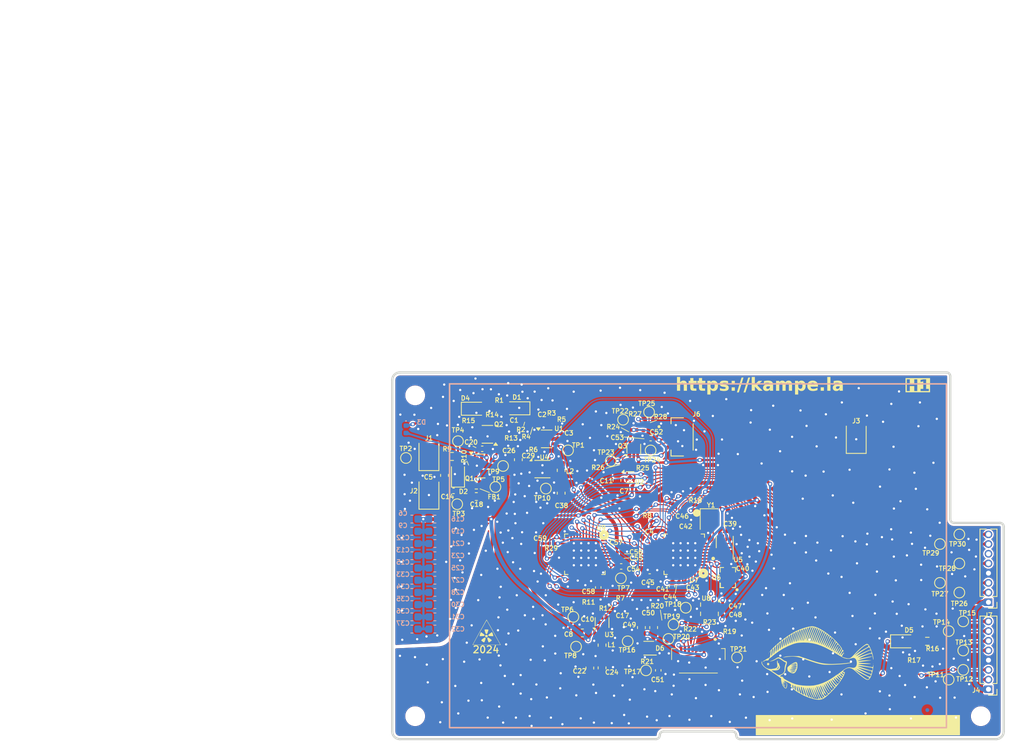
<source format=kicad_pcb>
(kicad_pcb (version 20240108) (generator "pcbnew") (generator_version "8.0")
  (layers (0 "F.Cu" signal) (31 "B.Cu" signal) (34 "B.Paste" user) (35 "F.Paste" user) (36 "B.SilkS" user "B.Silkscreen") (37 "F.SilkS" user "F.Silkscreen") (38 "B.Mask" user) (39 "F.Mask" user) (44 "Edge.Cuts" user))
  (net 0 "")
  (net 1 "GND")
  (net 2 "+1V8")
  (net 3 "Net-(D2-K)")
  (net 4 "Net-(U1--)")
  (net 5 "Net-(D1-K)")
  (net 6 "/MCU SEC/V_CHK")
  (net 7 "Net-(J1-Pin_1)")
  (net 8 "HV")
  (net 9 "+5V")
  (net 10 "+3V0")
  (net 11 "Net-(U3-BST)")
  (net 12 "Net-(Q1-S)")
  (net 13 "Net-(Q1-G)")
  (net 14 "Net-(U7-CAP)")
  (net 15 "/MCU SEC/P_GOOD")
  (net 16 "Net-(C49-Pad2)")
  (net 17 "Net-(C51-Pad1)")
  (net 18 "Net-(U9-CAP)")
  (net 19 "Net-(D1-A)")
  (net 20 "/Power/OUT_DT")
  (net 21 "Net-(D3-K)")
  (net 22 "Net-(D4-A)")
  (net 23 "Net-(D6-Pad1)")
  (net 24 "/MCU SEC/P_IN")
  (net 25 "/MCU SEC/SWDCK")
  (net 26 "/MCU SEC/SWDIO")
  (net 27 "/MCU SEC/RX")
  (net 28 "/MCU SEC/TX")
  (net 29 "/Display/H_EXTIN")
  (net 30 "/MCU UI/P_GOOD")
  (net 31 "/MCU UI/SWDCK")
  (net 32 "/MCU UI/RX")
  (net 33 "/MCU UI/TX")
  (net 34 "/MCU UI/SWDIO")
  (net 36 "Net-(U4-SW)")
  (net 37 "Net-(Q2A-B1)")
  (net 38 "Net-(Q2B-B2)")
  (net 39 "Net-(U3-FB)")
  (net 40 "/MCU SEC/DATA")
  (net 41 "/MCU SEC/R_SCK")
  (net 42 "/MCU SEC/R_MISO")
  (net 45 "/Display/H_CS")
  (net 46 "/Display/H_SCK")
  (net 47 "/Display/H_SDI")
  (net 48 "/Display/T_INT")
  (net 49 "/Display/T_SCL")
  (net 50 "/Display/T_SDA")
  (net 51 "/MCU SEC/RAM_CS")
  (net 52 "Net-(U3-SW)")
  (net 53 "/Display/SCL")
  (net 54 "/Display/SDA")
  (net 55 "/MCU SEC/R_MOSI")
  (net 56 "Net-(U1-+)")
  (net 57 "/MCU SEC/E_MOSI")
  (net 59 "/MCU SEC/FLASH_CS")
  (net 61 "/MCU SEC/E_SCK")
  (net 62 "/MCU SEC/E_MISO")
  (net 63 "Net-(U7-HFXTAL_I)")
  (net 64 "Net-(U7-HFXTAL_O)")
  (net 65 "/MCU SEC/ZAYIN")
  (net 66 "/MCU SEC/DALET")
  (net 67 "/Display/CS")
  (net 68 "/Display/EXTIN")
  (net 69 "/MCU SEC/HE")
  (net 70 "/MCU SEC/YOD")
  (net 71 "/MCU SEC/ALEPH")
  (net 72 "/MCU SEC/TET")
  (net 73 "/MCU SEC/VAV")
  (net 75 "/MCU SEC/HET")
  (net 76 "/MCU SEC/BET")
  (net 77 "/MCU SEC/GIMEL")
  (net 88 "/Display/INT")
  (net 92 "Net-(D5-A)")
  (footprint "Capacitor_SMD:C_0201_0603Metric" (layer "F.Cu") (at 123.860001 95.16 180)
    (property "Reference" "C56")
    (property "Value" "0.1")
  )
  (footprint "MyLib:PinHeader_1x08_P1.27mm_Vertical" (layer "F.Cu") (at 172.16 101.6 180)
    (property "Reference" "J7")
    (property "Value" "Conn_01x08")
  )
  (footprint "Capacitor_SMD:C_0402_1005Metric" (layer "F.Cu") (at 102.18 87.01 180)
    (property "Reference" "C14")
    (property "Value" "1x50")
  )
  (footprint "Resistor_SMD:R_0201_0603Metric" (layer "F.Cu") (at 136.755 105.1 180)
    (property "Reference" "R19")
    (property "Value" "100K")
  )
  (footprint "Capacitor_SMD:C_0603_1608Metric" (layer "F.Cu") (at 123.56 85.625 90)
    (property "Reference" "C11")
    (property "Value" "22x6.3")
  )
  (footprint "Capacitor_SMD:C_0402_1005Metric" (layer "F.Cu") (at 127.96 80.11 180)
    (property "Reference" "C53")
    (property "Value" "1x6.3")
  )
  (footprint "Capacitor_SMD:C_0402_1005Metric" (layer "F.Cu") (at 130.76 99.51 -90)
    (property "Reference" "C41")
    (property "Value" "1x6.3")
  )
  (footprint "TestPoint:TestPoint_Pad_D1.0mm" (layer "F.Cu") (at 168.35 100.33 180)
    (property "Reference" "TP26")
    (property "Value" "TestPoint")
  )
  (footprint "TestPoint:TestPoint_Pad_D1.0mm" (layer "F.Cu") (at 95.96 82.71)
    (property "Reference" "TP2")
    (property "Value" "TestPoint")
  )
  (footprint "Capacitor_SMD:C_0201_0603Metric" (layer "F.Cu") (at 123.860001 95.91 180)
    (property "Reference" "C55")
    (property "Value" "0.1")
  )
  (footprint "MountingHole:MountingHole_2.1mm" (layer "F.Cu") (at 97.16 74.51)
    (property "Reference" "H1" (hide yes))
    (property "Value" "MountingHole")
  )
  (footprint "TestPoint:TestPoint_Pad_D1.0mm" (layer "F.Cu") (at 168.858 107.91)
    (property "Reference" "TP13")
    (property "Value" "TestPoint")
  )
  (footprint "MyLib:TE_123287020" (layer "F.Cu") (at 134.21 108.61)
    (property "Reference" "J5" (hide yes))
    (property "Value" "FPC 10 TE1-2328702-0" (hide yes))
  )
  (footprint "TestPoint:TestPoint_Pad_D1.0mm" (layer "F.Cu") (at 165.81 99.06 180)
    (property "Reference" "TP27")
    (property "Value" "TestPoint")
  )
  (footprint "TestPoint:TestPoint_Pad_D1.0mm" (layer "F.Cu") (at 102.66 88.76)
    (property "Reference" "TP3")
    (property "Value" "TestPoint")
  )
  (footprint "Resistor_SMD:R_0201_0603Metric" (layer "F.Cu") (at 114.96 77.61)
    (property "Reference" "R3")
    (property "Value" "100K")
  )
  (footprint "TestPoint:TestPoint_Pad_D1.0mm" (layer "F.Cu") (at 166.953 105.37)
    (property "Reference" "TP14")
    (property "Value" "TestPoint")
  )
  (footprint "MyLib:TestPoint_Pad_2.4x3.5mm" (layer "F.Cu") (at 98.96 82.51)
    (property "Reference" "J1")
    (property "Value" "E_ANT")
  )
  (footprint "Resistor_SMD:R_0201_0603Metric" (layer "F.Cu") (at 134.375 104.2)
    (property "Reference" "R23")
    (property "Value" "100K")
  )
  (footprint "Resistor_SMD:R_0201_0603Metric" (layer "F.Cu") (at 108.16 76.21)
    (property "Reference" "R1")
    (property "Value" "10K")
  )
  (footprint "Resistor_SMD:R_0201_0603Metric" (layer "F.Cu") (at 163.36 108.31 90)
    (property "Reference" "R17")
    (property "Value" "10K")
  )
  (footprint "Resistor_SMD:R_0201_0603Metric" (layer "F.Cu") (at 112.96 78.41)
    (property "Reference" "R4")
    (property "Value" "100K")
  )
  (footprint "TestPoint:TestPoint_Pad_D1.0mm" (layer "F.Cu") (at 127.36 110.51)
    (property "Reference" "TP17")
    (property "Value" "TestPoint")
  )
  (footprint "MyLib:QFN-40_EP_5x5_Pitch0.4mm" (layer "F.Cu") (at 119.36 95.31 -90)
    (property "Reference" "U9")
    (property "Value" "EFM32PG23B200F512IM40")
  )
  (footprint "Resistor_SMD:R_0201_0603Metric" (layer "F.Cu") (at 133.76 89.19 90)
    (property "Reference" "R18")
    (property "Value" "10K")
  )
  (footprint "TestPoint:TestPoint_Pad_D1.0mm" (layer "F.Cu") (at 102.76 80.51)
    (property "Reference" "TP4")
    (property "Value" "TestPoint")
  )
  (footprint "Resistor_SMD:R_0201_0603Metric" (layer "F.Cu") (at 126.16 79.36 90)
    (property "Reference" "R27")
    (property "Value" "10K")
  )
  (footprint "Inductor_SMD:L_0603_1608Metric" (layer "F.Cu") (at 116.26 84.3275 -90)
    (property "Reference" "L2")
    (property "Value" "4.7uH")
  )
  (footprint "Capacitor_SMD:C_0201_0603Metric" (layer "F.Cu") (at 137.66 102.01)
    (property "Reference" "C47")
    (property "Value" "0.1")
  )
  (footprint "Package_DFN_QFN:Texas_R-PUQFN-N12" (layer "F.Cu") (at 135.66 102.51 -90)
    (property "Reference" "U8")
    (property "Value" "TXU0104PW")
  )
  (footprint "TestPoint:TestPoint_Pad_D1.0mm" (layer "F.Cu") (at 108.66 83.76)
    (property "Reference" "TP9")
    (property "Value" "TestPoint")
  )
  (footprint "TestPoint:TestPoint_Pad_D1.0mm" (layer "F.Cu") (at 127.96 81.72)
    (property "Reference" "TP24")
    (property "Value" "TestPoint")
  )
  (footprint "MyLib:SON-8-1EP_3x2mm_P0.5mm_EP1.4x1.6mm" (layer "F.Cu") (at 137.660001 94.46 90)
    (property "Reference" "U5")
    (property "Value" "APS6404L-SQN")
  )
  (footprint "Resistor_SMD:R_0201_0603Metric" (layer "F.Cu") (at 121.01 102.09 -90)
    (property "Reference" "R12")
    (property "Value" "10K")
  )
  (footprint "Capacitor_SMD:C_0603_1608Metric" (layer "F.Cu") (at 120.01 110.21 -90)
    (property "Reference" "C22")
    (property "Value" "22x6.3")
  )
  (footprint "TestPoint:TestPoint_Pad_D1.0mm" (layer "F.Cu") (at 168.35 96.52 180)
    (property "Reference" "TP28")
    (property "Value" "TestPoint")
  )
  (footprint "Capacitor_SMD:C_0201_0603Metric" (layer "F.Cu") (at 133.71 91.36 -90)
    (property "Reference" "C42")
    (property "Value" "0.1")
  )
  (footprint "Resistor_SMD:R_0603_1608Metric" (layer "F.Cu") (at 164.16 106.71 180)
    (property "Reference" "R16")
    (property "Value" "2.2")
  )
  (footprint "Capacitor_SMD:C_0201_0603Metric" (layer "F.Cu") (at 113.515001 93.91)
    (property "Reference" "C59")
    (property "Value" "0.1")
  )
  (footprint "TestPoint:TestPoint_Pad_D1.0mm" (layer "F.Cu") (at 124.36 77.7)
    (property "Reference" "TP22")
    (property "Value" "TestPoint")
  )
  (footprint "TestPoint:TestPoint_Pad_D1.0mm" (layer "F.Cu") (at 114.26 86.715)
    (property "Reference" "TP10")
    (property "Value" "TestPoint")
  )
  (footprint "TestPoint:TestPoint_Pad_D1.0mm" (layer "F.Cu") (at 139.27 108.82)
    (property "Reference" "TP21")
    (property "Value" "TestPoint")
  )
  (footprint "Resistor_SMD:R_0603_1608Metric" (layer "F.Cu") (at 101.935 82.51)
    (property "Reference" "R9")
    (property "Value" "2.2")
  )
  (footprint "Resistor_SMD:R_0201_0603Metric" (layer "F.Cu") (at 126.08 83.36 180)
    (property "Reference" "R25")
    (property "Value" "10K")
  )
  (footprint "TestPoint:TestPoint_Pad_D1.0mm" (layer "F.Cu") (at 117.16 81.71)
    (property "Reference" "TP1")
    (property "Value" "TestPoint")
  )
  (footprint "Capacitor_SMD:C_0201_0603Metric" (layer "F.Cu") (at 123.21 103.81 -90)
    (property "Reference" "C17")
    (property "Value" "0.1")
  )
  (footprint "Resistor_SMD:R_0201_0603Metric" (layer "F.Cu") (at 124.305 101.71 180)
    (property "Reference" "R7")
    (property "Value" "1M")
  )
  (footprint "TestPoint:TestPoint_Pad_D1.0mm" (layer "F.Cu") (at 127.76 76.7)
    (property "Reference" "TP25")
    (property "Value" "TestPoint")
  )
  (footprint "MyLib:TestPoint_Pad_2.4x3.5mm" (layer "F.Cu") (at 98.96 87.56)
    (property "Reference" "J2")
    (property "Value" "E_ANT")
  )
  (footprint "MyLib:Crystal_SMD_2016-4Pin_2.0x1.6mm" (layer "F.Cu") (at 135.6 90.71 -90)
    (property "Reference" "Y1")
    (property "Value" "39MHz")
  )
  (footprint "Resistor_SMD:R_0201_0603Metric" (layer "F.Cu") (at 108.66 80.08 -90)
    (property "Reference" "R13")
    (property "Value" "100K")
  )
  (footprint "Inductor_SMD:L_0603_1608Metric" (layer "F.Cu") (at 105.16 86.26 180)
    (property "Reference" "FB1")
    (property "Value" "BLM18KG102SN1D")
  )
  (footprint "Resistor_SMD:R_0201_0603Metric" (layer "F.Cu") (at 114.96 78.41)
    (property "Reference" "R5")
    (property "Value" "52.3K")
  )
  (footprint "TestPoint:TestPoint_Pad_D1.0mm" (layer "F.Cu") (at 132.56 102.31)
    (property "Reference" "TP18")
    (property "Value" "TestPoint")
  )
  (footprint "Capacitor_SMD:C_0201_0603Metric" (layer "F.Cu") (at 127.73 91.7)
    (property "Reference" "C4")
    (property "Value" "0.1")
  )
  (footprint "Resistor_SMD:R_0201_0603Metric" (layer "F.Cu") (at 111.76 78.01 90)
    (property "Reference" "R2")
    (property "Value" "52.3K")
  )
  (footprint "Resistor_SMD:R_0201_0603Metric" (layer "F.Cu") (at 119.865 102.41 180)
    (property "Reference" "R11")
    (property "Value" "52.3K")
  )
  (footprint "Diode_SMD:D_SOD-323F" (layer "F.Cu") (at 160.96 106.71)
    (property "Reference" "D5")
    (property "Value" "BAT54WS")
  )
  (footprint "Capacitor_SMD:C_0201_0603Metric" (layer "F.Cu") (at 127.36 79.11 180)
    (property "Reference" "C52")
    (property "Value" "0.1")
  )
  (footprint "Diode_SMD:D_SOD-323F" (layer "F.Cu") (at 104.81 76.26)
    (property "Reference" "D4")
    (property "Value" "D3Z13BF-7")
  )
  (footprint "Fiducial:Fiducial_0.5mm_Mask1.5mm" (layer "F.Cu") (at 96.16 112.71)
    (property "Reference" "FID1" (hide yes))
    (property "Value" "Fiducial")
  )
  (footprint "Diode_SMD:D_SOD-323F" (layer "F.Cu") (at 110.56 76.21 180)
    (property "Reference" "D1")
    (property "Value" "BAT54WS")
  )
  (footprint "TestPoint:TestPoint_Pad_D1.0mm" (layer "F.Cu") (at 166.953 111.72)
    (property "Reference" "TP11")
    (property "Value" "TestPoint")
  )
  (footprint "Capacitor_SMD:C_0402_1005Metric" (layer "F.Cu") (at 105.93 81.51)
    (property "Reference" "C20")
    (property "Value" "1x50")
  )
  (footprint "Resistor_SMD:R_0201_0603Metric" (layer "F.Cu") (at 106.98 77.76)
    (property "Reference" "R14")
    (property "Value" "46.4K")
  )
  (footprint "Fiducial:Fiducial_0.5mm_Mask1.5mm" (layer "F.Cu") (at 165.16 74.71)
    (property "Reference" "FID2" (hide yes))
    (property "Value" "Fiducial")
  )
  (footprint "Resistor_SMD:R_0201_0603Metric" (layer "F.Cu") (at 124.56 83.36)
    (property "Reference" "R26")
    (property "Value" "10K")
  )
  (footprint "MyLib:TestPoint_Pad_2.4x3.5mm" (layer "F.Cu") (at 154.86 80.26)
    (property "Reference" "J3")
    (property "Value" "E_ANT")
  )
  (footprint "Package_TO_SOT_SMD:SOT-353_SC-70-5" (layer "F.Cu") (at 114.36 80.21)
    (property "Reference" "U1")
    (property "Value" "LMV7271")
  )
  (footprint "Resistor_SMD:R_0201_0603Metric" (layer "F.Cu") (at 127.73 90.95)
    (property "Reference" "R8")
    (property "Value" "150K")
  )
  (footprint "TestPoint:TestPoint_Pad_D1.0mm" (layer "F.Cu") (at 165.81 93.98 180)
    (property "Reference" "TP29")
    (property "Value" "TestPoint")
  )
  (footprint "Resistor_SMD:R_0201_0603Metric" (layer "F.Cu") (at 128.76 109.11 180)
    (property "Reference" "R21")
    (property "Value" "1M")
  )
  (footprint "Capacitor_SMD:C_0402_1005Metric" (layer "F.Cu") (at 124.110001 96.91)
    (property "Reference" "C54")
    (property "Value" "1x6.3")
  )
  (footprint "TestPoint:TestPoint_Pad_D1.0mm" (layer "F.Cu") (at 168.35 92.71 180)
    (property "Reference" "TP30")
    (property "Value" "TestPoint")
  )
  (footprint "Resistor_SMD:R_0201_0603Metric" (layer "F.Cu") (at 129.53 104.69 -90)
    (property "Reference" "R20")
    (property "Value" "100K")
  )
  (footprint "MyLib:WLCSP 12-ball 3 x 2 x 3 Array" (layer "F.Cu") (at 138.07 98.36 180)
    (property "Reference" "U6")
    (property "Value" "AT25XE321D-UUN-T")
  )
  (footprint "Capacitor_SMD:C_0603_1608Metric" (layer "F.Cu") (at 105.16 87.76 180)
    (property "Reference" "C18")
    (property "Value" "10x25")
  )
  (footprint "Resistor_SMD:R_0201_0603Metric" (layer "F.Cu") (at 105.565 77.76)
    (property "Reference" "R15")
    (property "Value" "10K")
  )
  (footprint "MyLib:QFN-40_EP_5x5_Pitch0.4mm" (layer "F.Cu") (at 132.36 95.31 180)
    (property "Reference" "U7")
    (property "Value" "EFM32PG23B200F512IM40")
  )
  (footprint "MyLib:PinHeader_1x08_P1.27mm_Vertical" (layer "F.Cu") (at 172.16 112.99 180)
    (property "Reference" "J4")
    (property "Value" "Conn_01x08")
  )
  (footprint "Capacitor_SMD:C_0201_0603Metric" (layer "F.Cu") (at 137.66 91.96 180)
    (property "Reference" "C39")
    (property "Value" "0.1")
  )
  (footprint "Capacitor_SMD:C_0201_0603Metric" (layer "F.Cu") (at 116.36 79.89 -90)
    (property "Reference" "C3")
    (property "Value" "0.1")
  )
  (footprint "Capacitor_SMD:C_0201_0603Metric" (layer "F.Cu") (at 139.71 98.01 -90)
    (property "Reference" "C40")
    (property "Value" "0.1")
  )
  (footprint "Capacitor_SMD:C_0201_0603Metric" (layer "F.Cu") (at 131.61 99.335 90)
    (property "Reference" "C44")
    (property "Value" "0.1")
  )
  (footprint "Package_TO_SOT_SMD:SOT-363_SC-70-6" (layer "F.Cu") (at 106.61 79.61 180)
    (property "Reference" "Q2")
    (property "Value" "BC846BS")
  )
  (footprint "TestPoint:TestPoint_Pad_D1.0mm" (layer "F.Cu") (at 130.96 104.51)
    (property "Reference" "TP19")
    (property "Value" "TestPoint")
  )
  (footprint "Resistor_SMD:R_0201_0603Metric" (layer "F.Cu") (at 112.36 80.555 -90)
    (property "Reference" "R6")
    (property "Value" "46.4K")
  )
  (footprint "Capacitor_SMD:C_0603_1608Metric" (layer "F.Cu") (at 110.66 82.935 90)
    (property "Reference" "C26")
    (property "Value" "10x25")
  )
  (footprint "Capacitor_SMD:C_0201_0603Metric" (layer "F.Cu") (at 133.44 90.31)
    (property "Reference" "C46")
    (property "Value" "0.1")
  )
  (footprint "TestPoint:TestPoint_Pad_D1.0mm" (layer "F.Cu") (at 107.66 86.51)
    (property "Reference" "TP5")
    (property "Value" "TestPoint")
  )
  (footprint "Capacitor_SMD:C_0603_1608Metric" (layer "F.Cu") (at 126.76 104.91 -90)
    (property "Reference" "C49")
    (property "Value" "22x6.3")
  )
  (footprint "Capacitor_SMD:C_0201_0603Metric" (layer "F.Cu") (at 111.86 83.59 -90)
    (property "Reference" "C29")
    (property "Value" "0.1")
  )
  (footprint "Resistor_SMD:R_0201_0603Metric" (layer "F.Cu") (at 132.86 104.21 180)
    (property "Reference" "R22")
    (property "Value" "100K")
  )
  (footprint "Capacitor_SMD:C_0201_0603Metric" (layer "F.Cu") (at 132.4 99.31 90)
    (property "Reference" "C43")
    (property "Value" "0.1")
  )
  (footprint "Capacitor_SMD:C_0603_1608Metric" (layer "F.Cu") (at 119.035 105.61 180)
    (property "Reference" "C8")
    (property "Value" "10x25")
  )
  (footprint "Resistor_SMD:R_0201_0603Metric" (layer "F.Cu") (at 127.36 78.31)
    (property "Reference" "R28")
    (property "Value" "10K")
  )
  (footprint "TestPoint:TestPoint_Pad_D1.0mm" (layer "F.Cu") (at 124.07 98.46 -90)
    (property "Reference" "TP7")
    (property "Value" "TestPoint")
  )
  (footprint "Capacitor_SMD:C_0201_0603Metric" (layer "F.Cu") (at 119.81 104.41)
    (property "Reference" "C10")
    (property "Value" "0.1")
  )
  (footprint "MountingHole:MountingHole_2.1mm" (layer "F.Cu") (at 97.16 116.51)
    (property "Reference" "H3" (hide yes))
    (property "Value" "MountingHole")
  )
  (footprint "Capacitor_SMD:C_0201_0603Metric" (layer "F.Cu") (at 112.96 77.61 180)
    (property "Reference" "C2")
    (property "Value" "100p")
  )
  (footprint "TestPoint:TestPoint_Pad_D1.0mm" (layer "F.Cu") (at 118.21 107.41)
    (property "Reference" "TP8")
    (property "Value" "TestPoint")
  )
  (footprint "MyLib:HRS_FH34SRJ-6S-0.5SH(50)" (layer "F.Cu") (at 131.93 79.95 90)
    (property "Reference" "J6")
    (property "Value" "TOUCH")
  )
  (footprint "Capacitor_SMD:C_0603_1608Metric" (layer "F.Cu") (at 128.36 104.91 -90)
    (property "Reference" "C50")
    (property "Value" "22x6.3")
  )
  (footprint "TestPoint:TestPoint_Pad_D1.0mm" (layer "F.Cu") (at 117.86 103.51)
    (property "Reference" "TP6")
    (property "Value" "TestPoint")
  )
  (footprint "Resistor_SMD:R_0201_0603Metric" (layer "F.Cu") (at 125.36 79.36 90)
    (property "Reference" "R24")
    (property "Value" "10K")
  )
  (footprint "Package_SON:WSON-8-1EP_2x2mm_P0.5mm_EP0.9x1.6mm_ThermalVias" (layer "F.Cu") (at 113.81 84.165)
    (property "Reference" "U4")
    (property "Value" "TPS62171DSG")
  )
  (footprint "TestPoint:TestPoint_Pad_D1.0mm" (layer "F.Cu") (at 168.858 104.1)
    (property "Reference" "TP15")
    (property "Value" "TestPoint")
  )
  (footprint "Capacitor_SMD:C_0402_1005Metric" (layer "F.Cu") (at 128.96 110.51 -90)
    (property "Reference" "C51")
    (property "Value" "1x6.3")
  )
  (footprint "Capacitor_SMD:C_0201_0603Metric" (layer "F.Cu") (at 125.24 86.425)
    (property "Reference" "C7")
    (property "Value" "0.1")
  )
  (footprint "Capacitor_SMD:C_0603_1608Metric" (layer "F.Cu") (at 121.61 110.185 90)
    (property "Reference" "C24")
    (property "Value" "22x6.3")
  )
  (footprint "MountingHole:MountingHole_2.1mm" (layer "F.Cu") (at 171.16 116.51)
    (property "Reference" "H2" (hide yes))
    (property "Value" "MountingHole")
  )
  (footprint "Package_TO_SOT_SMD:SOT-23" (layer "F.Cu") (at 105.66 83.76)
    (property "Reference" "Q1")
    (property "Value" "NTR5105PT1G")
  )
  (footprint "Capacitor_SMD:C_0402_1005Metric" (layer "F.Cu") (at 121.110001 99.66 -90)
    (property "Reference" "C58")
    (property "Value" "1x6.3")
  )
  (footprint "TestPoint:TestPoint_Pad_D1.0mm" (layer "F.Cu") (at 130.3 106.4)
    (property "Reference" "TP20")
    (property "Value" "TestPoint")
  )
  (footprint "Capacitor_SMD:C_0201_0603Metric" (layer "F.Cu") (at 123.860001 94.41 180)
    (property "Reference" "C57")
    (property "Value" "0.1")
  )
  (footprint "Capacitor_SMD:C_0201_0603Metric" (layer "F.Cu") (at 110.96 78.01 90)
    (property "Reference" "C1")
    (property "Value" "100p")
  )
  (footprint "MyLib:SOT-523" (layer "F.Cu") (at 127.715 107.61 180)
    (property "Reference" "D6")
    (property "Value" "BAT54AW")
  )
  (footprint "Capacitor_SMD:C_0603_1608Metric" (layer "F.Cu") (at 116.26 87.315 -90)
    (property "Reference" "C38")
    (property "Value" "22x6.3")
  )
  (footprint "Diode_SMD:D_SOD-323F" (layer "F.Cu") (at 102.76 84.91 90)
    (property "Reference" "D2")
    (property "Value" "BAS70WS")
  )
  (footprint "Inductor_SMD:L_0603_1608Metric" (layer "F.Cu") (at 121.61 107.21 -90)
    (property "Reference" "L1")
    (property "Value" "4.7uH")
  )
  (footprint "Package_TO_SOT_SMD:SOT-563" (layer "F.Cu") (at 125.76 81.56 90)
    (property "Reference" "Q3")
    (property "Value" "SSM6N35AFE")
  )
  (footprint "Package_DFN_QFN:OnSemi_XDFN4-1EP_1.0x1.0mm_EP0.52x0.52mm" (layer "F.Cu") (at 125.275 85.225)
    (property "Reference" "U2")
    (property "Value" "NCP170AMX180TBG")
  )
  (footprint "TestPoint:TestPoint_Pad_D1.0mm" (layer "F.Cu") (at 122.76 83.1)
    (property "Reference" "TP23")
    (property "Value" "TestPoint")
  )
  (footprint "Resistor_SMD:R_0201_0603Metric" (layer "F.Cu") (at 104.41 83.76 90)
    (property "Reference" "R10")
    (property "Value" "100K")
  )
  (footprint "Package_TO_SOT_SMD:SOT-563" (layer "F.Cu") (at 121.61 104.26 90)
    (property "Reference" "U3")
    (property "Value" "AP62250Z6")
  )
  (footprint "Capacitor_SMD:C_0603_1608Metric" (layer "F.Cu") (at 101 84.99 -90)
    (property "Reference" "C5")
    (property "Value" "15p")
  )
  (footprint "LOGO" (layer "F.Cu") (at 149.837263 109.518586)
    (property "Reference" "G***" (hide yes))
    (property "Value" "LOGO" (hide yes))
  )
  (footprint "Capacitor_SMD:C_0201_0603Metric" (layer "F.Cu") (at 137.66 103.26)
    (property "Reference" "C48")
    (property "Value" "0.1")
  )
  (footprint "Capacitor_SMD:C_0402_1005Metric" (layer "F.Cu") (at 127.84 98.23 180)
    (property "Reference" "C45")
    (property "Value" "1x6.3")
  )
  (footprint "TestPoint:TestPoint_Pad_D1.0mm" (layer "F.Cu") (at 124.96 106.71)
    (property "Reference" "TP16")
    (property "Value" "TestPoint")
  )
  (footprint "TestPoint:TestPoint_Pad_D1.0mm" (layer "F.Cu") (at 168.858 110.45)
    (property "Reference" "TP12")
    (property "Value" "TestPoint")
  )
  (footprint "Resistor_SMD:R_0201_0603Metric" (layer "F.Cu") (at 115.015001 93.91)
    (property "Reference" "R29")
    (property "Value" "10K")
  )
  (footprint "Capacitor_SMD:C_0603_1608Metric" (layer "B.Cu") (at 96.735 100.31 180)
    (property "Reference" "C34")
    (property "Value" "22x16")
  )
  (footprint "Capacitor_SMD:C_0603_1608Metric" (layer "B.Cu") (at 99.735 95.51)
    (property "Reference" "C23")
    (property "Value" "22x16")
  )
  (footprint "Capacitor_SMD:C_0603_1608Metric" (layer "B.Cu") (at 99.735 90.71)
    (property "Reference" "C16")
    (property "Value" "22x16")
  )
  (footprint "Capacitor_SMD:C_0603_1608Metric" (layer "B.Cu") (at 99.735 93.91)
    (property "Reference" "C21")
    (property "Value" "22x16")
  )
  (footprint "Capacitor_SMD:C_0603_1608Metric" (layer "B.Cu") (at 96.735 95.51 180)
    (property "Reference" "C13")
    (property "Value" "22x16")
  )
  (footprint "Fiducial:Fiducial_0.5mm_Mask1.5mm" (layer "B.Cu") (at 164.16 115.71 180)
    (property "Reference" "FID4" (hide yes))
    (property "Value" "Fiducial")
  )
  (footprint "Capacitor_SMD:C_0603_1608Metric" (layer "B.Cu") (at 96.735 90.71 180)
    (property "Reference" "C6")
    (property "Value" "22x16")
  )
  (footprint "Capacitor_SMD:C_0603_1608Metric" (layer "B.Cu") (at 96.735 105.11 180)
    (property "Reference" "C37")
    (property "Value" "22x16")
  )
  (footprint "Capacitor_SMD:C_0603_1608Metric" (layer "B.Cu") (at 96.735 103.51 180)
    (property "Reference" "C36")
    (property "Value" "22x16")
  )
  (footprint "Capacitor_SMD:C_0603_1608Metric" (layer "B.Cu") (at 99.735 97.11)
    (property "Reference" "C25")
    (property "Value" "22x16")
  )
  (footprint "LED_SMD:LED_0402_1005Metric" (layer "B.Cu") (at 95.96 78.96 -90)
    (property "Reference" "D3")
    (property "Value" "RED")
  )
  (footprint "Capacitor_SMD:C_0603_1608Metric" (layer "B.Cu") (at 96.735 101.91 180)
    (property "Reference" "C35")
    (property "Value" "22x16")
  )
  (footprint "Capacitor_SMD:C_0603_1608Metric" (layer "B.Cu") (at 99.735 101.91)
    (property "Reference" "C30")
    (property "Value" "22x16")
  )
  (footprint "Capacitor_SMD:C_0603_1608Metric" (layer "B.Cu") (at 99.735 103.51)
    (property "Reference" "C31")
    (property "Value" "22x16")
  )
  (footprint "Capacitor_SMD:C_0603_1608Metric" (layer "B.Cu") (at 99.735 105.11)
    (property "Reference" "C32")
    (property "Value" "22x16")
  )
  (footprint "Capacitor_SMD:C_0603_1608Metric" (layer "B.Cu") (at 96.735 93.91 180)
    (property "Reference" "C12")
    (property "Value" "22x16")
  )
  (footprint "Capacitor_SMD:C_0603_1608Metric" (layer "B.Cu") (at 96.735 92.31 180)
    (property "Reference" "C9")
    (property "Value" "22x16")
  )
  (footprint "Capacitor_SMD:C_0603_1608Metric" (layer "B.Cu") (at 99.735 100.31)
    (property "Reference" "C28")
    (property "Value" "22x16")
  )
  (footprint "Capacitor_SMD:C_0603_1608Metric" (layer "B.Cu") (at 99.735 92.31)
    (property "Reference" "C19")
    (property "Value" "22x16")
  )
  (footprint "Capacitor_SMD:C_0603_1608Metric" (layer "B.Cu") (at 96.735 98.71 180)
    (property "Reference" "C33")
    (property "Value" "22x16")
  )
  (footprint "Capacitor_SMD:C_0603_1608Metric" (layer "B.Cu") (at 99.735 98.71)
    (property "Reference" "C27")
    (property "Value" "22x16")
  )
  (footprint "Capacitor_SMD:C_0603_1608Metric" (layer "B.Cu") (at 96.735 97.11 180)
    (property "Reference" "C15")
    (property "Value" "22x16")
  )
  (gr_rect (start 101.66 73.01) (end 166.66 118.01) (stroke (width 0.2)) (fill none) (layer "B.SilkS"))
  (gr_poly (pts (xy 106.479093 105.866623) (xy 106.500942 105.868331) (xy 106.522626 105.871568) (xy 106.543772 105.876289) (xy 106.564008 105.882446) (xy 106.573669 105.886049) (xy 106.582963 105.889994) (xy 106.591844 105.894274) (xy 106.600264 105.898885) (xy 106.608179 105.903819) (xy 106.61554 105.909073) (xy 106.622302 105.914638) (xy 106.628418 105.920511) (xy 106.633841 105.926685) (xy 106.638526 105.933154) (xy 106.643489 105.941913) (xy 106.647802 105.950969) (xy 106.651479 105.960291) (xy 106.654532 105.969844) (xy 106.656971 105.979596) (xy 106.658811 105.989515) (xy 106.660063 105.999566) (xy 106.66074 106.009718) (xy 106.660853 106.019936) (xy 106.660415 106.030189) (xy 106.659438 106.040443) (xy 106.657935 106.050666) (xy 106.655918 106.060824) (xy 106.653399 106.070884) (xy 106.65039 106.080814) (xy 106.646904 106.090581) (xy 106.642953 106.100151) (xy 106.638549 106.109492) (xy 106.633704 106.11857) (xy 106.628431 106.127354) (xy 106.622743 106.135809) (xy 106.61665 106.143903) (xy 106.610166 106.151603) (xy 106.603303 106.158876) (xy 106.596073 106.165689) (xy 106.588488 106.17201) (xy 106.580561 106.177804) (xy 106.572304 106.18304) (xy 106.563729 106.187684) (xy 106.554849 106.191704) (xy 106.545675 106.195066) (xy 106.53622 106.197737) (xy 106.521086 106.200942) (xy 106.506138 106.202664) (xy 106.49142 106.202972) (xy 106.476971 106.201933) (xy 106.462836 106.199615) (xy 106.449055 106.196086) (xy 106.435671 106.191414) (xy 106.422725 106.185666) (xy 106.41026 106.17891) (xy 106.398317 106.171214) (xy 106.386939 106.162647) (xy 106.376168 106.153275) (xy 106.366045 106.143167) (xy 106.356613 106.13239) (xy 106.347913 106.121012) (xy 106.339987 106.109102) (xy 106.332879 106.096726) (xy 106.326628 106.083953) (xy 106.321278 106.070851) (xy 106.316871 106.057487) (xy 106.313448 106.04393) (xy 106.311051 106.030246) (xy 106.309723 106.016504) (xy 106.309505 106.002772) (xy 106.31044 105.989118) (xy 106.312569 105.975609) (xy 106.315934 105.962312) (xy 106.320578 105.949297) (xy 106.326542 105.936631) (xy 106.333868 105.924382) (xy 106.342599 105.912617) (xy 106.352776 105.901404) (xy 106.358742 105.896018) (xy 106.365364 105.891102) (xy 106.372596 105.88665) (xy 106.380392 105.882655) (xy 106.388704 105.879113) (xy 106.397486 105.876018) (xy 106.406692 105.873362) (xy 106.416276 105.871142) (xy 106.42619 105.86935) (xy 106.436388 105.867982) (xy 106.457451 105.866491)) (fill solid) (layer "F.SilkS"))
  (gr_line (start 128.75 77.76) (end 127.93 78.08) (stroke (width 0.1)) (layer "F.SilkS"))
  (gr_line (start 112.23 79.63) (end 112.515637 78.692012) (stroke (width 0.1)) (layer "F.SilkS"))
  (gr_poly (pts (xy 106.553618 105.157318) (xy 106.620611 105.160791) (xy 106.649651 105.163395) (xy 106.674623 105.166579) (xy 106.694707 105.170341) (xy 106.709081 105.174682) (xy 106.717056 105.177778) (xy 106.723764 105.181923) (xy 106.729181 105.18734) (xy 106.73328 105.19425) (xy 106.736035 105.202875) (xy 106.737421 105.213439) (xy 106.737411 105.226162) (xy 106.73598 105.241268) (xy 106.733103 105.258979) (xy 106.728753 105.279516) (xy 106.722904 105.303102) (xy 106.71553 105.329959) (xy 106.696107 105.394375) (xy 106.670276 105.474543) (xy 106.655154 105.51953) (xy 106.641413 105.559444) (xy 106.62886 105.594582) (xy 106.617304 105.625245) (xy 106.61184 105.638992) (xy 106.606554 105.651733) (xy 106.601422 105.663504) (xy 106.59642 105.674344) (xy 106.591523 105.684291) (xy 106.586709 105.69338) (xy 106.581953 105.701651) (xy 106.577231 105.70914) (xy 106.572519 105.715885) (xy 106.567794 105.721923) (xy 106.563031 105.727292) (xy 106.558207 105.732029) (xy 106.553297 105.736172) (xy 106.548279 105.739758) (xy 106.543127 105.742825) (xy 106.537819 105.74541) (xy 106.532329 105.74755) (xy 106.526635 105.749284) (xy 106.520712 105.750648) (xy 106.514537 105.75168) (xy 106.508085 105.752417) (xy 106.501332 105.752898) (xy 106.486831 105.753237) (xy 106.471749 105.752897) (xy 106.45812 105.751673) (xy 106.445741 105.749261) (xy 106.434411 105.745355) (xy 106.423928 105.73965) (xy 106.414091 105.731843) (xy 106.404699 105.721627) (xy 106.39555 105.708699) (xy 106.386442 105.692752) (xy 106.377174 105.673483) (xy 106.367544 105.650586) (xy 106.357351 105.623757) (xy 106.334468 105.55708) (xy 106.306915 105.471015) (xy 106.296166 105.437572) (xy 106.286409 105.406047) (xy 106.277645 105.376455) (xy 106.269873 105.34881) (xy 106.263093 105.32313) (xy 106.257305 105.299428) (xy 106.25251 105.277722) (xy 106.248706 105.258025) (xy 106.245895 105.240355) (xy 106.244076 105.224725) (xy 106.243249 105.211152) (xy 106.243208 105.205142) (xy 106.243415 105.199652) (xy 106.243869 105.194683) (xy 106.244572 105.190239) (xy 106.245523 105.18632) (xy 106.246722 105.182929) (xy 106.248169 105.180068) (xy 106.249864 105.177738) (xy 106.251807 105.175942) (xy 106.253998 105.174682) (xy 106.267752 105.170341) (xy 106.287298 105.166579) (xy 106.311816 105.163395) (xy 106.340483 105.160791) (xy 106.406981 105.157318) (xy 106.480217 105.156161)) (fill solid) (layer "F.SilkS"))
  (gr_circle (center 136.15 95.87) (end 136.32 95.94) (stroke (width 0.1)) (fill solid) (layer "F.SilkS"))
  (gr_poly (pts (xy 106.284822 106.213891) (xy 106.29033 106.214472) (xy 106.295683 106.215453) (xy 106.300906 106.216823) (xy 106.306027 106.21857) (xy 106.311069 106.220683) (xy 106.31606 106.22315) (xy 106.321026 106.225959) (xy 106.334664 106.23516) (xy 106.346457 106.244501) (xy 106.35638 106.254368) (xy 106.364406 106.265151) (xy 106.37051 106.277235) (xy 106.374666 106.29101) (xy 106.376847 106.306861) (xy 106.377029 106.325178) (xy 106.375185 106.346347) (xy 106.37129 106.370757) (xy 106.365317 106.398794) (xy 106.35724 106.430846) (xy 106.347035 106.467301) (xy 106.334675 106.508547) (xy 106.303387 106.606959) (xy 106.287495 106.654899) (xy 106.272663 106.696952) (xy 106.258545 106.733269) (xy 106.251644 106.749324) (xy 106.244793 106.764001) (xy 106.237946 106.777318) (xy 106.231061 106.789295) (xy 106.224095 106.799951) (xy 106.217004 106.809304) (xy 106.209746 106.817372) (xy 106.202276 106.824175) (xy 106.194551 106.829732) (xy 106.186529 106.83406) (xy 106.178166 106.837179) (xy 106.169418 106.839108) (xy 106.160243 106.839865) (xy 106.150597 106.839469) (xy 106.140436 106.837939) (xy 106.129719 106.835293) (xy 106.1184 106.83155) (xy 106.106437 106.826729) (xy 106.093788 106.820849) (xy 106.080407 106.813928) (xy 106.051282 106.797039) (xy 106.018714 106.776213) (xy 105.982359 106.751598) (xy 105.9421 106.723288) (xy 105.907339 106.697593) (xy 105.878117 106.674068) (xy 105.865597 106.662981) (xy 105.854477 106.652269) (xy 105.844763 106.641878) (xy 105.836459 106.631752) (xy 105.829572 106.621835) (xy 105.824105 106.612072) (xy 105.820065 106.602407) (xy 105.817456 106.592785) (xy 105.816284 106.583149) (xy 105.816553 106.573446) (xy 105.81827 106.563618) (xy 105.821438 106.55361) (xy 105.826064 106.543368) (xy 105.832153 106.532835) (xy 105.839709 106.521955) (xy 105.848737 106.510674) (xy 105.859244 106.498936) (xy 105.871234 106.486684) (xy 105.884712 106.473864) (xy 105.899683 106.460421) (xy 105.934128 106.431439) (xy 105.974607 106.399294) (xy 106.021164 106.363543) (xy 106.055925 106.337813) (xy 106.087586 106.314802) (xy 106.116352 106.294415) (xy 106.142432 106.276561) (xy 106.166031 106.261146) (xy 106.187356 106.248077) (xy 106.19723 106.242393) (xy 106.206614 106.237261) (xy 106.215532 106.232669) (xy 106.224012 106.228605) (xy 106.232078 106.225058) (xy 106.239756 106.222016) (xy 106.247072 106.219468) (xy 106.254053 106.217402) (xy 106.260724 106.215805) (xy 106.26711 106.214668) (xy 106.273238 106.213977) (xy 106.279133 106.213722)) (fill solid) (layer "F.SilkS"))
  (gr_line (start 129.24 102.63) (end 129.44 103.95) (stroke (width 0.1)) (layer "F.SilkS"))
  (gr_poly (pts (xy 106.702858 106.215104) (xy 106.715269 106.217333) (xy 106.729023 106.221505) (xy 106.744359 106.227723) (xy 106.761514 106.236091) (xy 106.780725 106.246713) (xy 106.802231 106.25969) (xy 106.82627 106.275128) (xy 106.853078 106.293128) (xy 106.882893 106.313796) (xy 106.952498 106.363543) (xy 106.977242 106.381424) (xy 107.001129 106.399268) (xy 107.024044 106.416958) (xy 107.045874 106.434374) (xy 107.066505 106.451397) (xy 107.085823 106.467908) (xy 107.103715 106.483789) (xy 107.120067 106.498921) (xy 107.134766 106.513185) (xy 107.147697 106.526461) (xy 107.158747 106.538632) (xy 107.167803 106.549578) (xy 107.17475 106.55918) (xy 107.177397 106.56344) (xy 107.179475 106.56732) (xy 107.180968 106.570804) (xy 107.181864 106.573879) (xy 107.182147 106.576528) (xy 107.181803 106.578737) (xy 107.179059 106.585093) (xy 107.174852 106.592212) (xy 107.162408 106.608489) (xy 107.145178 106.62706) (xy 107.123871 106.647419) (xy 107.099194 106.669059) (xy 107.071857 106.691474) (xy 107.042566 106.714159) (xy 107.012029 106.736605) (xy 106.980955 106.758308) (xy 106.950052 106.778759) (xy 106.920027 106.797454) (xy 106.891589 106.813886) (xy 106.865445 106.827547) (xy 106.842303 106.837932) (xy 106.822872 106.844535) (xy 106.814769 106.846259) (xy 106.807859 106.846848) (xy 106.799958 106.846053) (xy 106.792108 106.843631) (xy 106.784279 106.839523) (xy 106.77644 106.833674) (xy 106.768559 106.826027) (xy 106.760606 106.816525) (xy 106.75255 106.80511) (xy 106.744359 106.791727) (xy 106.736003 106.776318) (xy 106.72745 106.758826) (xy 106.718671 106.739195) (xy 106.709632 106.717368) (xy 106.700305 106.693287) (xy 106.690657 106.666897) (xy 106.670276 106.606959) (xy 106.65411 106.555669) (xy 106.64 106.51) (xy 106.627937 106.469541) (xy 106.62267 106.451136) (xy 106.61791 106.433878) (xy 106.613657 106.417715) (xy 106.609909 106.402596) (xy 106.606665 106.38847) (xy 106.603923 106.375284) (xy 106.601683 106.362986) (xy 106.599942 106.351526) (xy 106.5987 106.340852) (xy 106.597956 106.330911) (xy 106.597708 106.321652) (xy 106.597954 106.313024) (xy 106.598694 106.304974) (xy 106.599927 106.297452) (xy 106.60165 106.290405) (xy 106.603863 106.283782) (xy 106.606564 106.277531) (xy 106.609752 106.2716) (xy 106.613426 106.265938) (xy 106.617585 106.260493) (xy 106.622226 106.255213) (xy 106.62735 106.250047) (xy 106.632954 106.244944) (xy 106.639037 106.23985) (xy 106.645599 106.234715) (xy 106.652637 106.229487) (xy 106.661895 106.223551) (xy 106.671309 106.219042) (xy 106.681116 106.216062) (xy 106.691552 106.214715)) (fill solid) (layer "F.SilkS"))
  (gr_line (start 125.19 95.25) (end 124.55 95.27) (stroke (width 0.1)) (layer "F.SilkS"))
  (gr_line (start 103.94 83.12) (end 104.15 83.64) (stroke (width 0.1)) (layer "F.SilkS"))
  (gr_poly (pts (xy 107.199413 105.509892) (xy 107.203278 105.511388) (xy 107.207481 105.514243) (xy 107.211996 105.518392) (xy 107.221851 105.530315) (xy 107.232625 105.546642) (xy 107.244103 105.566854) (xy 107.256066 105.590436) (xy 107.268298 105.61687) (xy 107.280581 105.64564) (xy 107.292699 105.676229) (xy 107.304435 105.70812) (xy 107.315571 105.740797) (xy 107.325891 105.773742) (xy 107.335177 105.80644) (xy 107.343213 105.838372) (xy 107.349781 105.869023) (xy 107.354664 105.897876) (xy 107.379359 106.038987) (xy 107.068914 106.028404) (xy 107.019456 106.026445) (xy 106.975366 106.024476) (xy 106.93631 106.022404) (xy 106.901951 106.020136) (xy 106.886428 106.018899) (xy 106.871954 106.017578) (xy 106.858486 106.016161) (xy 106.845982 106.014637) (xy 106.834401 106.012995) (xy 106.8237 106.011221) (xy 106.813838 106.009306) (xy 106.804772 106.007237) (xy 106.796461 106.005003) (xy 106.788862 106.002591) (xy 106.781933 105.999991) (xy 106.775633 105.997191) (xy 106.76992 105.994179) (xy 106.764751 105.990943) (xy 106.760085 105.987473) (xy 106.755879 105.983755) (xy 106.752092 105.979779) (xy 106.748682 105.975534) (xy 106.745606 105.971006) (xy 106.742822 105.966185) (xy 106.74029 105.96106) (xy 106.737966 105.955617) (xy 106.735808 105.949847) (xy 106.733776 105.943737) (xy 106.729834 105.932086) (xy 106.727375 105.920813) (xy 106.726559 105.909716) (xy 106.726818 105.90417) (xy 106.727547 105.898592) (xy 106.728767 105.892958) (xy 106.730499 105.887242) (xy 106.735574 105.875462) (xy 106.742934 105.863052) (xy 106.752738 105.84981) (xy 106.765146 105.835534) (xy 106.780319 105.820024) (xy 106.798417 105.803076) (xy 106.8196 105.784491) (xy 106.844028 105.764066) (xy 106.871862 105.741599) (xy 106.938387 105.689737) (xy 106.986494 105.653646) (xy 107.032203 105.619953) (xy 107.07444 105.589402) (xy 107.11213 105.562737) (xy 107.144197 105.540702) (xy 107.169566 105.524042) (xy 107.179404 105.517959) (xy 107.187164 105.5135) (xy 107.192712 105.510756) (xy 107.194615 105.510056) (xy 107.195914 105.50982)) (fill solid) (layer "F.SilkS"))
  (gr_line (start 124.48 79.96) (end 127.11 80.2) (stroke (width 0.1)) (layer "F.SilkS"))
  (gr_line (start 131.18 100.39) (end 131.38 99.37) (stroke (width 0.1)) (layer "F.SilkS"))
  (gr_line (start 125.18 95.79) (end 124.49 95.84) (stroke (width 0.1)) (layer "F.SilkS"))
  (gr_line (start 106.88 87.24) (end 105.65 86.75) (stroke (width 0.1)) (layer "F.SilkS"))
  (gr_line (start 111.35 78.49) (end 111.49 78.02) (stroke (width 0.1)) (layer "F.SilkS"))
  (gr_poly (pts (xy 107.43889 105.524814) (xy 108.356554 107.185515) (xy 108.209985 107.190696) (xy 107.811071 107.195216) (xy 106.500942 107.199626) (xy 105.774661 107.197145) (xy 105.188609 107.190366) (xy 104.965532 107.185673) (xy 104.798349 107.180278) (xy 104.694003 107.174305) (xy 104.667566 107.171139) (xy 104.661161 107.169519) (xy 104.659442 107.167876) (xy 104.678901 107.132598) (xy 104.729998 107.132598) (xy 104.763698 107.139027) (xy 104.865321 107.145) (xy 105.24373 107.155088) (xy 105.80801 107.161868) (xy 106.500942 107.164348) (xy 107.193599 107.163136) (xy 107.761241 107.159938) (xy 108.144997 107.155418) (xy 108.249521 107.152869) (xy 108.285998 107.150237) (xy 108.028029 106.679279) (xy 107.407581 105.562737) (xy 106.782283 104.442668) (xy 106.588034 104.098268) (xy 106.533244 104.003129) (xy 106.511526 103.968182) (xy 106.23465 104.44129) (xy 105.632668 105.504088) (xy 105.024733 106.590037) (xy 104.729998 107.132598) (xy 104.678901 107.132598) (xy 105.58372 105.492181) (xy 105.940467 104.854977) (xy 106.233713 104.334188) (xy 106.433032 103.984056) (xy 106.487961 103.889936) (xy 106.507998 103.85882)) (fill solid) (layer "F.SilkS"))
  (gr_line (start 124.11 78.75) (end 125.1 79.28) (stroke (width 0.1)) (layer "F.SilkS"))
  (gr_poly (pts (xy 105.773235 105.507229) (xy 105.778134 105.509979) (xy 105.794505 105.520569) (xy 105.818813 105.53736) (xy 105.850067 105.55965) (xy 105.929442 105.617914) (xy 106.024692 105.689737) (xy 106.061681 105.71689) (xy 106.09471 105.741599) (xy 106.123958 105.764066) (xy 106.149598 105.784491) (xy 106.171807 105.803076) (xy 106.181679 105.811742) (xy 106.19076 105.820024) (xy 106.19907 105.827946) (xy 106.206633 105.835534) (xy 106.21347 105.842814) (xy 106.219602 105.84981) (xy 106.225052 105.856548) (xy 106.229843 105.863052) (xy 106.233995 105.869348) (xy 106.23753 105.875462) (xy 106.240472 105.881418) (xy 106.242841 105.887242) (xy 106.24466 105.892958) (xy 106.24595 105.898592) (xy 106.246734 105.90417) (xy 106.247034 105.909716) (xy 106.246871 105.915255) (xy 106.246267 105.920813) (xy 106.245245 105.926415) (xy 106.243826 105.932086) (xy 106.242033 105.937852) (xy 106.239887 105.943737) (xy 106.235697 105.955617) (xy 106.23084 105.966185) (xy 106.224981 105.975534) (xy 106.217783 105.983755) (xy 106.208911 105.990943) (xy 106.198029 105.997191) (xy 106.184801 106.002591) (xy 106.16889 106.007237) (xy 106.149962 106.011221) (xy 106.12768 106.014637) (xy 106.101708 106.017578) (xy 106.071711 106.020136) (xy 105.998296 106.024476) (xy 105.904748 106.028404) (xy 105.594303 106.038987) (xy 105.618998 105.897876) (xy 105.621304 105.88223) (xy 105.624221 105.865809) (xy 105.627695 105.848747) (xy 105.631676 105.831179) (xy 105.64095 105.795061) (xy 105.65163 105.758529) (xy 105.663302 105.722658) (xy 105.675552 105.688524) (xy 105.687969 105.657202) (xy 105.700137 105.629765) (xy 105.711995 105.605215) (xy 105.723563 105.582195) (xy 105.734553 105.561242) (xy 105.739741 105.551708) (xy 105.744675 105.542893) (xy 105.74932 105.534864) (xy 105.753639 105.527687) (xy 105.757597 105.52143) (xy 105.761156 105.516159) (xy 105.764282 105.511943) (xy 105.766937 105.508849) (xy 105.768077 105.507743) (xy 105.769086 105.506943) (xy 105.769959 105.506457) (xy 105.770692 105.506293)) (fill solid) (layer "F.SilkS"))
  (gr_line (start 104.73 81.17) (end 105.12 81.36) (stroke (width 0.1)) (layer "F.SilkS"))
  (gr_rect (start 141.77 116.41) (end 168.38 118.96) (stroke (width 0.1)) (fill solid) (layer "F.SilkS"))
  (gr_line (start 122.13 84.06) (end 123.93 83.58) (stroke (width 0.1)) (layer "F.SilkS"))
  (gr_arc (start 129.16 119.01) (mid 129.013553 119.363553) (end 128.66 119.51) (stroke (width 0.3)) (layer "Edge.Cuts"))
  (gr_line (start 166.66 71.51) (end 95.16 71.51) (stroke (width 0.3)) (layer "Edge.Cuts"))
  (gr_arc (start 173.66 91.21) (mid 174.013553 91.356447) (end 174.16 91.71) (stroke (width 0.3)) (layer "Edge.Cuts"))
  (gr_line (start 94.16 72.51) (end 94.16 118.51) (stroke (width 0.3)) (layer "Edge.Cuts"))
  (gr_arc (start 129.16 119.01) (mid 129.306447 118.656447) (end 129.66 118.51) (stroke (width 0.3)) (layer "Edge.Cuts"))
  (gr_arc (start 167.66 91.21) (mid 167.306447 91.063553) (end 167.16 90.71) (stroke (width 0.3)) (layer "Edge.Cuts"))
  (gr_arc (start 94.16 72.51) (mid 94.452893 71.802893) (end 95.16 71.51) (stroke (width 0.3)) (layer "Edge.Cuts"))
  (gr_line (start 167.16 72.01) (end 167.16 90.71) (stroke (width 0.3)) (layer "Edge.Cuts"))
  (gr_line (start 138.66 118.51) (end 129.66 118.51) (stroke (width 0.3)) (layer "Edge.Cuts"))
  (gr_line (start 167.66 91.21) (end 173.66 91.21) (stroke (width 0.3)) (layer "Edge.Cuts"))
  (gr_line (start 95.16 119.51) (end 128.66 119.51) (stroke (width 0.3)) (layer "Edge.Cuts"))
  (gr_arc (start 174.16 118.51) (mid 173.867107 119.217107) (end 173.16 119.51) (stroke (width 0.3)) (layer "Edge.Cuts"))
  (gr_arc (start 95.16 119.51) (mid 94.452893 119.217107) (end 94.16 118.51) (stroke (width 0.3)) (layer "Edge.Cuts"))
  (gr_line (start 139.66 119.51) (end 173.16 119.51) (stroke (width 0.3)) (layer "Edge.Cuts"))
  (gr_arc (start 139.66 119.51) (mid 139.306447 119.363553) (end 139.16 119.01) (stroke (width 0.3)) (layer "Edge.Cuts"))
  (gr_line (start 174.16 118.51) (end 174.16 91.71) (stroke (width 0.3)) (layer "Edge.Cuts"))
  (gr_arc (start 166.66 71.51) (mid 167.013553 71.656447) (end 167.16 72.01) (stroke (width 0.3)) (layer "Edge.Cuts"))
  (gr_arc (start 138.66 118.51) (mid 139.013553 118.656447) (end 139.16 119.01) (stroke (width 0.3)) (layer "Edge.Cuts"))
  (gr_text "H1" (at 161.28 74.2 0) (layer "F.SilkS" knockout) (effects (font (size 1.5 1.5) (thickness 0.2) (bold yes)) (justify left bottom)))
  (gr_text "https://kampe.la" (at 131.21 74.2 0) (layer "F.SilkS") (effects (font (size 1.7 1.7) (thickness 0.3) (bold yes)) (justify left bottom)))
  (gr_text "2024" (at 106.420027 107.797454 0) (layer "F.SilkS") (effects (font (size 0.9 0.9) (thickness 0.15) (bold yes))))
  (segment (start 133.12 90.31) (end 133.12 90.68) (width 0.2) (layer "F.Cu") (net 1))
  (segment (start 124.79 85.55) (end 124.95 85.55) (width 0.125) (layer "F.Cu") (net 1))
  (segment (start 133.255 90.815) (end 133.48 91.04) (width 0.2) (layer "F.Cu") (net 1))
  (segment (start 133.48 91.04) (end 133.71 91.04) (width 0.2) (layer "F.Cu") (net 1))
  (segment (start 138.07 98.559999) (end 138.07 99.18) (width 0.125) (layer "F.Cu") (net 1))
  (segment (start 136.47 107.72) (end 136.46 107.71) (width 0.15) (layer "F.Cu") (net 1))
  (segment (start 133.12 90.68) (end 133.255 90.815) (width 0.2) (layer "F.Cu") (net 1))
  (segment (start 124.79 85.55) (end 124.79 86.295) (width 0.125) (layer "F.Cu") (net 1))
  (segment (start 124.95 85.55) (end 125.275 85.225) (width 0.125) (layer "F.Cu") (net 1))
  (segment (start 124.79 86.295) (end 124.92 86.425) (width 0.125) (layer "F.Cu") (net 1))
  (via (at 167.73 114.08) (size 0.54) (drill 0.3) (layers "F.Cu" "B.Cu") (net 1))
  (via (at 120.47 112.38) (size 0.54) (drill 0.3) (layers "F.Cu" "B.Cu") (net 1))
  (via (at 125.52 105.21) (size 0.54) (drill 0.3) (layers "F.Cu" "B.Cu") (net 1))
  (via (at 165.4 77.59) (size 0.54) (drill 0.3) (layers "F.Cu" "B.Cu") (net 1))
  (via (at 120.55 81.7) (size 0.54) (drill 0.3) (layers "F.Cu" "B.Cu") (net 1))
  (via (at 163.35 96.68) (size 0.54) (drill 0.3) (layers "F.Cu" "B.Cu") (net 1))
  (via (at 131.87875 95.79125) (size 0.54) (drill 0.3) (layers "F.Cu" "B.Cu") (net 1))
  (via (at 119.638026 84.345287) (size 0.54) (drill 0.3) (layers "F.Cu" "B.Cu") (net 1))
  (via (at 132.84125 94.82875) (size 0.54) (drill 0.3) (layers "F.Cu" "B.Cu") (net 1))
  (via (at 162.01 92.48) (size 0.54) (drill 0.3) (layers "F.Cu" "B.Cu") (net 1))
  (via (at 117.13 99.55) (size 0.54) (drill 0.3) (layers "F.Cu" "B.Cu") (net 1))
  (via (at 138.3 101.39) (size 0.54) (drill 0.3) (layers "F.Cu" "B.Cu") (net 1))
  (via (at 144 75.87) (size 0.54) (drill 0.3) (layers "F.Cu" "B.Cu") (net 1))
  (via (at 119.841251 96.75375) (size 0.54) (drill 0.3) (layers "F.Cu" "B.Cu") (net 1))
  (via (at 132.2 87.07) (size 0.54) (drill 0.3) (layers "F.Cu" "B.Cu") (net 1))
  (via (at 129.79 74.17) (size 0.54) (drill 0.3) (layers "F.Cu" "B.Cu") (net 1))
  (via (at 164.96 83.34) (size 0.54) (drill 0.3) (layers "F.Cu" "B.Cu") (net 1))
  (via (at 102.75 78.36) (size 0.54) (drill 0.3) (layers "F.Cu" "B.Cu") (net 1))
  (via (at 137.22 100.44) (size 0.54) (drill 0.3) (layers "F.Cu" "B.Cu") (net 1))
  (via (at 139.64 113.66) (size 0.54) (drill 0.3) (layers "F.Cu" "B.Cu") (net 1))
  (via (at 167.91 116.69) (size 0.54) (drill 0.3) (layers "F.Cu" "B.Cu") (net 1))
  (via (at 165.78 91.19) (size 0.54) (drill 0.3) (layers "F.Cu" "B.Cu") (net 1))
  (via (at 140.66 94.34) (size 0.54) (drill 0.3) (layers "F.Cu" "B.Cu") (net 1))
  (via (at 140.43 116.71) (size 0.54) (drill 0.3) (layers "F.Cu" "B.Cu") (net 1))
  (via (at 143.45 105.21) (size 0.54) (drill 0.3) (layers "F.Cu" "B.Cu") (net 1))
  (via (at 135.16 110.15) (size 0.54) (drill 0.3) (layers "F.Cu" "B.Cu") (net 1))
  (via (at 136.9 113.11) (size 0.54) (drill 0.3) (layers "F.Cu" "B.Cu") (net 1))
  (via (at 108.36 99.57) (size 0.54) (drill 0.3) (layers "F.Cu" "B.Cu") (net 1))
  (via (at 115.49 108.31) (size 0.54) (drill 0.3) (layers "F.Cu" "B.Cu") (net 1))
  (via (at 113.82 103.3) (size 0.54) (drill 0.3) (layers "F.Cu" "B.Cu") (net 1))
  (via (at 125.36 103.73) (size 0.54) (drill 0.3) (layers "F.Cu" "B.Cu") (net 1))
  (via (at 112.34 114.28) (size 0.54) (drill 0.3) (layers "F.Cu" "B.Cu") (net 1))
  (via (at 127.15 112.99) (size 0.54) (drill 0.3) (layers "F.Cu" "B.Cu") (net 1))
  (via (at 128.825938 97.390697) (size 0.54) (drill 0.3) (layers "F.Cu" "B.Cu") (net 1))
  (via (at 111.19 74.04) (size 0.54) (drill 0.3) (layers "F.Cu" "B.Cu") (net 1))
  (via (at 132.33 79.07) (size 0.54) (drill 0.3) (layers "F.Cu" "B.Cu") (net 1))
  (via (at 97.42 106.43) (size 0.54) (drill 0.3) (layers "F.Cu" "B.Cu") (net 1))
  (via (at 95.39 93.16) (size 0.54) (drill 0.3) (layers "F.Cu" "B.Cu") (net 1))
  (via (at 119.15 108.4) (size 0.54) (drill 0.3) (layers "F.Cu" "B.Cu") (net 1))
  (via (at 163.36 98.69) (size 0.54) (drill 0.3) (layers "F.Cu" "B.Cu") (net 1))
  (via (at 121.81 84.57) (size 0.54) (drill 0.3) (layers "F.Cu" "B.Cu") (net 1))
  (via (at 131.56 109.31) (size 0.55) (drill 0.3) (layers "F.Cu" "B.Cu") (net 1))
  (via (at 151.82 108.27) (size 0.54) (drill 0.3) (layers "F.Cu" "B.Cu") (net 1))
  (via (at 120.80375 94.828749) (size 0.54) (drill 0.3) (layers "F.Cu" "B.Cu") (net 1))
  (via (at 113.62 97.86) (size 0.54) (drill 0.3) (layers "F.Cu" "B.Cu") (net 1))
  (via (at 162.55 107.97) (size 0.54) (drill 0.3) (layers "F.Cu" "B.Cu") (net 1))
  (via (at 123.63 87.62) (size 0.54) (drill 0.3) (layers "F.Cu" "B.Cu") (net 1))
  (via (at 119.08 78.3) (size 0.54) (drill 0.3) (layers "F.Cu" "B.Cu") (net 1))
  (via (at 118.66 104.53) (size 0.54) (drill 0.3) (layers "F.Cu" "B.Cu") (net 1))
  (via (at 159.45 110.22) (size 0.54) (drill 0.3) (layers "F.Cu" "B.Cu") (net 1))
  (via (at 130.43 116.49) (size 0.54) (drill 0.3) (layers "F.Cu" "B.Cu") (net 1))
  (via (at 111.8 89.89) (size 0.54) (drill 0.3) (layers "F.Cu" "B.Cu") (net 1))
  (via (at 128.96 101.31) (size 0.54) (drill 0.3) (layers "F.Cu" "B.Cu") (net 1))
  (via (at 95.78 87.45) (size 0.54) (drill 0.3) (layers "F.Cu" "B.Cu") (net 1))
  (via (at 154.96 96.5) (size 0.54) (drill 0.3) (layers "F.Cu" "B.Cu") (net 1))
  (via (at 157.3 103.06) (size 0.54) (drill 0.3) (layers "F.Cu" "B.Cu") (net 1))
  (via (at 95.17 108.61) (size 0.54) (drill 0.3) (layers "F.Cu" "B.Cu") (net 1))
  (via (at 116.42 117.56) (size 0.54) (drill 0.3) (layers "F.Cu" "B.Cu") (net 1))
  (via (at 100.05 105.94) (size 0.54) (drill 0.3) (layers "F.Cu" "B.Cu") (net 1))
  (via (at 124.6 102.77) (size 0.54) (drill 0.3) (layers "F.Cu" "B.Cu") (net 1))
  (via (at 143.53 117.03) (size 0.54) (drill 0.3) (layers "F.Cu" "B.Cu") (net 1))
  (via (at 108.67 117.35) (size 0.54) (drill 0.3) (layers "F.Cu" "B.Cu") (net 1))
  (via (at 159.21 113.8) (size 0.54) (drill 0.3) (layers "F.Cu" "B.Cu") (net 1))
  (via (at 100.8 74.71) (size 0.54) (drill 0.3) (layers "F.Cu" "B.Cu") (net 1))
  (via (at 120.80375 95.791251) (size 0.54) (drill 0.3) (layers "F.Cu" "B.Cu") (net 1))
  (via (at 141.11 76.45) (size 0.54) (drill 0.3) (layers "F.Cu" "B.Cu") (net 1))
  (via (at 112.27 109.13) (size 0.54) (drill 0.3) (layers "F.Cu" "B.Cu") (net 1))
  (via (at 141.73 96.27) (size 0.54) (drill 0.3) (layers "F.Cu" "B.Cu") (net 1))
  (via (at 107.578962 88.303497) (size 0.54) (drill 0.3) (layers "F.Cu" "B.Cu") (net 1))
  (via (at 157.97 86.46) (size 0.54) (drill 0.3) (layers "F.Cu" "B.Cu") (net 1))
  (via (at 105.8 98.02) (size 0.54) (drill 0.3) (layers "F.Cu" "B.Cu") (net 1))
  (via (at 151.65 116.96) (size 0.54) (drill 0.3) (layers "F.Cu" "B.Cu") (net 1))
  (via (at 122.99 99.45) (size 0.54) (drill 0.3) (layers "F.Cu" "B.Cu") (net 1))
  (via (at 104.24 81.14) (size 0.54) (drill 0.3) (layers "F.Cu" "B.Cu") (net 1))
  (via (at 127.57 102.31) (size 0.54) (drill 0.3) (layers "F.Cu" "B.Cu") (net 1))
  (via (at 126.6 73.83) (size 0.54) (drill 0.3) (layers "F.Cu" "B.Cu") (net 1))
  (via (at 160.16 103.11) (size 0.54) (drill 0.3) (layers "F.Cu" "B.Cu") (net 1))
  (via (at 170.32 97.29) (size 0.54) (drill 0.3) (layers "F.Cu" "B.Cu") (net 1))
  (via (at 109.33 81.11) (size 0.54) (drill 0.3) (layers "F.Cu" "B.Cu") (net 1))
  (via (at 119.841251 93.86625) (size 0.54) (drill 0.3) (layers "F.Cu" "B.Cu") (net 1))
  (via (at 109.2 74.53) (size 0.54) (drill 0.3) (layers "F.Cu" "B.Cu") (net 1))
  (via (at 124.38 81.95) (size 0.54) (drill 0.3) (layers "F.Cu" "B.Cu") (net 1))
  (via (at 160.99 108.15) (size 0.54) (drill 0.3) (layers "F.Cu" "B.Cu") (net 1))
  (via (at 121.76 97.7) (size 0.54) (drill 0.3) (layers "F.Cu" "B.Cu") (net 1))
  (via (at 109.13 78.41) (size 0.54) (drill 0.3) (layers "F.Cu" "B.Cu") (net 1))
  (via (at 99.68 85.19) (size 0.54) (drill 0.3) (layers "F.Cu" "B.Cu") (net 1))
  (via (at 118.878749 96.75375) (size 0.54) (drill 0.3) (layers "F.Cu" "B.Cu") (net 1))
  (via (at 150.89 76.99) (size 0.54) (drill 0.3) (layers "F.Cu" "B.Cu") (net 1))
  (via (at 106.87 76.57) (size 0.54) (drill 0.3) (layers "F.Cu" "B.Cu") (net 1))
  (via (at 159.62 101.5) (size 0.54) (drill 0.3) (layers "F.Cu" "B.Cu") (net 1))
  (via (at 144.9 81.83) (size 0.54) (drill 0.3) (layers "F.Cu" "B.Cu") (net 1))
  (via (at 118.26 85.97) (size 0.54) (drill 0.3) (layers "F.Cu" "B.Cu") (net 1))
  (via (at 168.98 106.02) (size 0.54) (drill 0.3) (layers "F.Cu" "B.Cu") (net 1))
  (via (at 124.06 79.32) (size 0.54) (drill 0.3) (layers "F.Cu" "B.Cu") (net 1))
  (via (at 124.46 104.85) (size 0.54) (drill 0.3) (layers "F.Cu" "B.Cu") (net 1))
  (via (at 163.19 75.44) (size 0.54) (drill 0.3) (layers "F.Cu" "B.Cu") (net 1))
  (via (at 130.7 87.19) (size 0.54) (drill 0.3) (layers "F.Cu" "B.Cu") (net 1))
  (via (at 104.79 74.22) (size 0.54) (drill 0.3) (layers "F.Cu" "B.Cu") (net 1))
  (via (at 165.43 96.91) (size 0.54) (drill 0.3) (layers "F.Cu" "B.Cu") (net 1))
  (via (at 150.59 84.49) (size 0.54) (drill 0.3) (layers "F.Cu" "B.Cu") (net 1))
  (via (at 98.64 106.07) (size 0.54) (drill 0.3) (layers "F.Cu" "B.Cu") (net 1))
  (via (at 135.484999 92.52007) (size 0.54) (drill 0.3) (layers "F.Cu" "B.Cu") (net 1))
  (via (at 115.87 101.9) (size 0.54) (drill 0.3) (layers "F.Cu" "B.Cu") (net 1))
  (via (at 105.58 109.08) (size 0.54) (drill 0.3) (layers "F.Cu" "B.Cu") (net 1))
  (via (at 131.35 101.33) (size 0.54) (drill 0.3) (layers "F.Cu" "B.Cu") (net 1))
  (via (at 120.76 108.64) (size 0.54) (drill 0.3) (layers "F.Cu" "B.Cu") (net 1))
  (via (at 102.2 75.24) (size 0.54) (drill 0.3) (layers "F.Cu" "B.Cu") (net 1))
  (via (at 141.99 93.87) (size 0.54) (drill 0.3) (layers "F.Cu" "B.Cu") (net 1))
  (via (at 163.6 109.89) (size 0.54) (drill 0.3) (layers "F.Cu" "B.Cu") (net 1))
  (via (at 104.13 114.48) (size 0.54) (drill 0.3) (layers "F.Cu" "B.Cu") (net 1))
  (via (at 147.93 109.07) (size 0.54) (drill 0.3) (layers "F.Cu" "B.Cu") (net 1))
  (via (at 121.51 87.91) (size 0.54) (drill 0.3) (layers "F.Cu" "B.Cu") (net 1))
  (via (at 115.48 105.99) (size 0.54) (drill 0.3) (layers "F.Cu" "B.Cu") (net 1))
  (via (at 165.24 111.95) (size 0.54) (drill 0.3) (layers "F.Cu" "B.Cu") (net 1))
  (via (at 131.91 105.41) (size 0.55) (drill 0.3) (layers "F.Cu" "B.Cu") (net 1))
  (via (at 102.92 77.32) (size 0.54) (drill 0.3) (layers "F.Cu" "B.Cu") (net 1))
  (via (at 131.17 102.6) (size 0.54) (drill 0.3) (layers "F.Cu" "B.Cu") (net 1))
  (via (at 134.69 105.46) (size 0.55) (drill 0.3) (layers "F.Cu" "B.Cu") (net 1))
  (via (at 145.57 111.02) (size 0.54) (drill 0.3) (layers "F.Cu" "B.Cu") (net 1))
  (via (at 148.28 92.92) (size 0.54) (drill 0.3) (layers "F.Cu" "B.Cu") (net 1))
  (via (at 118.87875 94.82875) (size 0.54) (drill 0.3) (layers "F.Cu" "B.Cu") (net 1))
  (via (at 133.80375 94.828749) (size 0.54) (drill 0.3) (layers "F.Cu" "B.Cu") (net 1))
  (via (at 165.79 109.69) (size 0.54) (drill 0.3) (layers "F.Cu" "B.Cu") (net 1))
  (via (at 114.39 114.06) (size 0.54) (drill 0.3) (layers "F.Cu" "B.Cu") (net 1))
  (via (at 148.36 78.51) (size 0.54) (drill 0.3) (layers "F.Cu" "B.Cu") (net 1))
  (via (at 162.47 84.64) (size 0.54) (drill 0.3) (layers "F.Cu" "B.Cu") (net 1))
  (via (at 114.57 73.58) (size 0.54) (drill 0.3) (layers "F.Cu" "B.Cu") (net 1))
  (via (at 103.23 92.79) (size 0.54) (drill 0.3) (layers "F.Cu" "B.Cu") (net 1))
  (via (at 105.05 72.31) (size 0.54) (drill 0.3) (layers "F.Cu" "B.Cu") (net 1))
  (via (at 163 78.55) (size 0.54) (drill 0.3) (layers "F.Cu" "B.Cu") (net 1))
  (via (at 110.05 88.47) (size 0.54) (drill 0.3) (layers "F.Cu" "B.Cu") (net 1))
  (via (at 140.36 103.85) (size 0.54) (drill 0.3) (layers "F.Cu" "B.Cu") (net 1))
  (via (at 145.54 92.75) (size 0.54) (drill 0.3) (layers "F.Cu" "B.Cu") (net 1))
  (via (at 118.24 113.78) (size 0.54) (drill 0.3) (layers "F.Cu" "B.Cu") (net 1))
  (via (at 135.9 116.5) (size 0.54) (drill 0.3) (layers "F.Cu" "B.Cu") (net 1))
  (via (at 138.6 90.55) (size 0.54) (drill 0.3) (layers "F.Cu" "B.Cu") (net 1))
  (via (at 126.25 106.98) (size 0.54) (drill 0.3) (layers "F.Cu" "B.Cu") (net 1))
  (via (at 142.85 90.22) (size 0.54) (drill 0.3) (layers "F.Cu" "B.Cu") (net 1))
  (via (at 134.02 102.45) (size 0.54) (drill 0.3) (layers "F.Cu" "B.Cu") (net 1))
  (via (at 95.35 99.52) (size 0.54) (drill 0.3) (layers "F.Cu" "B.Cu") (net 1))
  (via (at 109.06 107.11) (size 0.54) (drill 0.3) (layers "F.Cu" "B.Cu") (net 1))
  (via (at 152.98 75.44) (size 0.54) (drill 0.3) (layers "F.Cu" "B.Cu") (net 1))
  (via (at 108.15 115.25) (size 0.54) (drill 0.3) (layers "F.Cu" "B.Cu") (net 1))
  (via (at 149.53 103.58) (size 0.54) (drill 0.3) (layers "F.Cu" "B.Cu") (net 1))
  (via (at 159.79 89.33) (size 0.54) (drill 0.3) (layers "F.Cu" "B.Cu") (net 1))
  (via (at 111.03 93.96) (size 0.54) (drill 0.3) (layers "F.Cu" "B.Cu") (net 1))
  (via (at 97.14 108.78) (size 0.54) (drill 0.3) (layers "F.Cu" "B.Cu") (net 1))
  (via (at 127.16 80.87) (size 0.54) (drill 0.3) (layers "F.Cu" "B.Cu") (net 1))
  (via (at 105.23 83.72) (size 0.54) (drill 0.3) (layers "F.Cu" "B.Cu") (net 1))
  (via (at 130.97 112.53) (size 0.54) (drill 0.3) (layers "F.Cu" "B.Cu") (net 1))
  (via (at 107.99 105.26) (size 0.54) (drill 0.3) (layers "F.Cu" "B.Cu") (net 1))
  (via (at 156.25 94.01) (size 0.54) (drill 0.3) (layers "F.Cu" "B.Cu") (net 1))
  (via (at 122.88 117.42) (size 0.54) (drill 0.3) (layers "F.Cu" "B.Cu") (net 1))
  (via (at 120.03 80.08) (size 0.54) (drill 0.3) (layers "F.Cu" "B.Cu") (net 1))
  (via (at 154.37 103.39) (size 0.54) (drill 0.3) (layers "F.Cu" "B.Cu") (net 1))
  (via (at 123.29 102.76) (size 0.54) (drill 0.3) (layers "F.Cu" "B.Cu") (net 1))
  (via (at 146.44 113) (size 0.54) (drill 0.3) (layers "F.Cu" "B.Cu") (net 1))
  (via (at 114.11 109.2) (size 0.54) (drill 0.3) (layers "F.Cu" "B.Cu") (net 1))
  (via (at 145.38 100.64) (size 0.54) (drill 0.3) (layers "F.Cu" "B.Cu") (net 1))
  (via (at 167.33 95.06) (size 0.54) (drill 0.3) (layers "F.Cu" "B.Cu") (net 1))
  (via (at 164.55 92.89) (size 0.54) (drill 0.3) (layers "F.Cu" "B.Cu") (net 1))
  (via (at 134.27 101.14) (size 0.54) (drill 0.3) (layers "F.Cu" "B.Cu") (net 1))
  (via (at 117.08 80.49) (size 0.54) (drill 0.3) (layers "F.Cu" "B.Cu") (net 1))
  (via (at 112.76 79.02) (size 0.54) (drill 0.3) (layers "F.Cu" "B.Cu") (net 1))
  (via (at 111.51 103.3) (size 0.54) (drill 0.3) (layers "F.Cu" "B.Cu") (net 1))
  (via (at 100.78 109.04) (size 0.54) (drill 0.3) (layers "F.Cu" "B.Cu") (net 1))
  (via (at 110.96 113.55) (size 0.54) (drill 0.3) (layers "F.Cu" "B.Cu") (net 1))
  (via (at 157.95 113.26) (size 0.54) (drill 0.3) (layers "F.Cu" "B.Cu") (net 1))
  (via (at 103.05 73.81) (size 0.54) (drill 0.3) (layers "F.Cu" "B.Cu") (net 1))
  (via (at 144.46 91.78) (size 0.54) (drill 0.3) (layers "F.Cu" "B.Cu") (net 1))
  (via (at 109.88 93.2) (size 0.54) (drill 0.3) (layers "F.Cu" "B.Cu") (net 1))
  (via (at 103.04 96.12) (size 0.54) (drill 0.3) (layers "F.Cu" "B.Cu") (net 1))
  (via (at 112.39 117.78) (size 0.54) (drill 0.3) (layers "F.Cu" "B.Cu") (net 1))
  (via (at 111.86 79.26) (size 0.54) (drill 0.3) (layers "F.Cu" "B.Cu") (net 1))
  (via (at 123.04 110.09) (size 0.54) (drill 0.3) (layers "F.Cu" "B.Cu") (net 1))
  (via (at 135.01 79.23) (size 0.54) (drill 0.3) (layers "F.Cu" "B.Cu") (net 1))
  (via (at 130.22 76.88) (size 0.54) (drill 0.3) (layers "F.Cu" "B.Cu") (net 1))
  (via (at 156.26 77.16) (size 0.54) (drill 0.3) (layers "F.Cu" "B.Cu") (net 1))
  (via (at 112.79 74.02) (size 0.54) (drill 0.3) (layers "F.Cu" "B.Cu") (net 1))
  (via (at 109.44 79.25) (size 0.54) (drill 0.3) (layers "F.Cu" "B.Cu") (net 1))
  (via (at 160.82 104.67) (size 0.54) (drill 0.3) (layers "F.Cu" "B.Cu") (net 1))
  (via (at 143.06 99.75) (size 0.54) (drill 0.3) (layers "F.Cu" "B.Cu") (net 1))
  (via (at 110.34 116.7) (size 0.54) (drill 0.3) (layers "F.Cu" "B.Cu") (net 1))
  (via (at 127.56 106.4) (size 0.54) (drill 0.3) (layers "F.Cu" "B.Cu") (net 1))
  (via (at 148.77 106.49) (size 0.54) (drill 0.3) (layers "F.Cu" "B.Cu") (net 1))
  (via (at 139.1 100.51) (size 0.54) (drill 0.3) (layers "F.Cu" "B.Cu") (net 1))
  (via (at 114.92 116.7) (size 0.54) (drill 0.3) (layers "F.Cu" "B.Cu") (net 1))
  (via (at 151.79 87.61) (size 0.54) (drill 0.3) (layers "F.Cu" "B.Cu") (net 1))
  (via (at 138.74 91.96) (size 0.54) (drill 0.3) (layers "F.Cu" "B.Cu") (net 1))
  (via (at 102.45 99.91) (size 0.54) (drill 0.3) (layers "F.Cu" "B.Cu") (net 1))
  (via (at 112.8 95.15) (size 0.54) (drill 0.3) (layers "F.Cu" "B.Cu") (net 1))
  (via (at 139.88 105.95) (size 0.55) (drill 0.3) (layers "F.Cu" "B.Cu") (net 1))
  (via (at 113.86 107.37) (size 0.54) (drill 0.3) (layers "F.Cu" "B.Cu") (net 1))
  (via (at 130.73 113.66) (size 0.54) (drill 0.3) (layers "F.Cu" "B.Cu") (net 1))
  (via (at 129.13 108.27) (size 0.54) (drill 0.3) (layers "F.Cu" "B.Cu") (net 1))
  (via (at 152.93 113.66) (size 0.54) (drill 0.3) (layers "F.Cu" "B.Cu") (net 1))
  (via (at 113.27 82.58) (size 0.54) (drill 0.3) (layers "F.Cu" "B.Cu") (net 1))
  (via (at 163.86 94.46) (size 0.54) (drill 0.3) (layers "F.Cu" "B.Cu") (net 1))
  (via (at 123.31 106.26) (size 0.54) (drill 0.3) (layers "F.Cu" "B.Cu") (net 1))
  (via (at 103.35 97.69) (size 0.54) (drill 0.3) (layers "F.Cu" "B.Cu") (net 1))
  (via (at 107.07 73.72) (size 0.54) (drill 0.3) (layers "F.Cu" "B.Cu") (net 1))
  (via (at 111.88 74.89) (size 0.54) (drill 0.3) (layers "F.Cu" "B.Cu") (net 1))
  (via (at 125.11 117.45) (size 0.54) (drill 0.3) (layers "F.Cu" "B.Cu") (net 1))
  (via (at 95.47 106.51) (size 0.54) (drill 0.3) (layers "F.Cu" "B.Cu") (net 1))
  (via (at 157.37 100.63) (size 0.54) (drill 0.3) (layers "F.Cu" "B.Cu") (net 1))
  (via (at 111.49 87.71) (size 0.54) (drill 0.3) (layers "F.Cu" "B.Cu") (net 1))
  (via (at 139.21 93.99) (size 0.54) (drill 0.3) (layers "F.Cu" "B.Cu") (net 1))
  (via (at 110.78 79.42) (size 0.54) (drill 0.3) (layers "F.Cu" "B.Cu") (net 1))
  (via (at 119.84125 95.79125) (size 0.54) (drill 0.3) (layers "F.Cu" "B.Cu") (net 1))
  (via (at 118.43 98.76) (size 0.54) (drill 0.3) (layers "F.Cu" "B.Cu") (net 1))
  (via (at 113.7 75.12) (size 0.54) (drill 0.3) (layers "F.Cu" "B.Cu") (net 1))
  (via (at 127.21 108.79) (size 0.54) (drill 0.3) (layers "F.Cu" "B.Cu") (net 1))
  (via (at 109.37 105.68) (size 0.54) (drill 0.3) (layers "F.Cu" "B.Cu") (net 1))
  (via (at 151.38 110.73) (size 0.54) (drill 0.3) (layers "F.Cu" "B.Cu") (net 1))
  (via (at 161.81 108.45) (size 0.54) (drill 0.3) (layers "F.Cu" "B.Cu") (net 1))
  (via (at 133.255 90.815) (size 0.54) (drill 0.3) (layers "F.Cu" "B.Cu") (net 1))
  (via (at 159.26 115.6) (size 0.54) (drill 0.3) (layers "F.Cu" "B.Cu") (net 1))
  (via (at 137.3 80.29) (size 0.54) (drill 0.3) (layers "F.Cu" "B.Cu") (net 1))
  (via (at 138.32 117.26) (size 0.54) (drill 0.3) (layers "F.Cu" "B.Cu") (net 1))
  (via (at 160.54 111.25) (size 0.54) (drill 0.3) (layers "F.Cu" "B.Cu") (net 1))
  (via (at 136.1 77.21) (size 0.54) (drill 0.3) (layers "F.Cu" "B.Cu") (net 1))
  (via (at 118.82 116.79) (size 0.54) (drill 0.3) (layers "F.Cu" "B.Cu") (net 1))
  (via (at 131.26 78.41) (size 0.54) (drill 0.3) (layers "F.Cu" "B.Cu") (net 1))
  (via (at 149.68 81.19) (size 0.54) (drill 0.3) (layers "F.Cu" "B.Cu") (net 1))
  (via (at 141.64 89.01) (size 0.54) (drill 0.3) (layers "F.Cu" "B.Cu") (net 1))
  (via (at 122.92 105.1) (size 0.54) (drill 0.3) (layers "F.Cu" "B.Cu") (net 1))
  (via (at 159.78 95.62) (size 0.54) (drill 0.3) (layers "F.Cu" "B.Cu") (net 1))
  (via (at 132.84125 95.79125) (size 0.54) (drill 0.3) (layers "F.Cu" "B.Cu") (net 1))
  (via (at 130.34 108.29) (size 0.55) (drill 0.3) (layers "F.Cu" "B.Cu") (net 1))
  (via (at 109.98 112.31) (size 0.54) (drill 0.3) (layers "F.Cu" "B.Cu") (net 1))
  (via (at 110.15 84.91) (size 0.54) (drill 0.3) (layers "F.Cu" "B.Cu") (net 1))
  (via (at 140.88 93.45) (size 0.54) (drill 0.3) (layers "F.Cu" "B.Cu") (net 1))
  (via (at 109.13 89.98) (size 0.54) (drill 0.3) (layers "F.Cu" "B.Cu") (net 1))
  (via (at 120.69 82.98) (size 0.54) (drill 0.3) (layers "F.Cu" "B.Cu") (net 1))
  (via (at 138.02 89.97) (size 0.54) (drill 0.3) (layers "F.Cu" "B.Cu") (net 1))
  (via (at 141.04 78.07) (size 0.54) (drill 0.3) (layers "F.Cu" "B.Cu") (net 1))
  (via (at 113.55 89.21) (size 0.54) (drill 0.3) (layers "F.Cu" "B.Cu") (net 1))
  (via (at 143.21 111) (size 0.54) (drill 0.3) (layers "F.Cu" "B.Cu") (net 1))
  (via (at 102.48 91.92) (size 0.54) (drill 0.3) (layers "F.Cu" "B.Cu") (net 1))
  (via (at 110.91 80.35) (size 0.54) (drill 0.3) (layers "F.Cu" "B.Cu") (net 1))
  (via (at 120.41 103.07) (size 0.54) (drill 0.3) (layers "F.Cu" "B.Cu") (net 1))
  (via (at 106.63 79.88) (size 0.54) (drill 0.3) (layers "F.Cu" "B.Cu") (net 1))
  (via (at 100.44 117.3) (size 0.54) (drill 0.3) (layers "F.Cu" "B.Cu") (net 1))
  (via (at 149.62 96.13) (size 0.54) (drill 0.3) (layers "F.Cu" "B.Cu") (net 1))
  (via (at 114.23 104.49) (size 0.54) (drill 0.3) (layers "F.Cu" "B.Cu") (net 1))
  (via (at 147.86 88.04) (size 0.54) (drill 0.3) (layers "F.Cu" "B.Cu") (net 1))
  (via (at 153.99 84.25) (size 0.54) (drill 0.3) (layers "F.Cu" "B.Cu") (net 1))
  (via (at 151.21 97.84) (size 0.54) (drill 0.3) (layers "F.Cu" "B.Cu") (net 1))
  (via (at 104.85 92.12) (size 0.54) (drill 0.3) (layers "F.Cu" "B.Cu") (net 1))
  (via (at 125.59 111.4) (size 0.54) (drill 0.3) (layers "F.Cu" "B.Cu") (net 1))
  (via (at 107.33 81.54) (size 0.54) (drill 0.3) (layers "F.Cu" "B.Cu") (net 1))
  (via (at 113.02 87.31) (size 0.54) (drill 0.3) (layers "F.Cu" "B.Cu") (net 1))
  (via (at 125.14 109.96) (size 0.54) (drill 0.3) (layers "F.Cu" "B.Cu") (net 1))
  (via (at 113.18 98.88) (size 0.54) (drill 0.3) (layers "F.Cu" "B.Cu") (net 1))
  (via (at 160.46 74) (size 0.54) (drill 0.3) (layers "F.Cu" "B.Cu") (net 1))
  (via (at 95.22 77.03) (size 0.54) (drill 0.3) (layers "F.Cu" "B.Cu") (net 1))
  (via (at 125.73 78.17) (size 0.54) (drill 0.3) (layers "F.Cu" "B.Cu") (net 1))
  (via (at 101.32 78.45) (size 0.54) (drill 0.3) (layers "F.Cu" "B.Cu") (net 1))
  (via (at 124.03 75.76) (size 0.54) (drill 0.3) (layers "F.Cu" "B.Cu") (net 1))
  (via (at 160.65 88.38) (size 0.54) (drill 0.3) (layers "F.Cu" "B.Cu") (net 1))
  (via (at 96.48 88.3) (size 0.54) (drill 0.3) (layers "F.Cu" "B.Cu") (net 1))
  (via (at 142.48 83.43) (size 0.54) (drill 0.3) (layers "F.Cu" "B.Cu") (net 1))
  (via (at 158.22 93.07) (size 0.54) (drill 0.3) (layers "F.Cu" "B.Cu") (net 1))
  (via (at 114.25 100.68) (size 0.54) (drill 0.3) (layers "F.Cu" "B.Cu") (net 1))
  (via (at 102.48 102.33) (size 0.54) (drill 0.3) (layers "F.Cu" "B.Cu") (net 1))
  (via (at 122.17 76.82) (size 0.54) (drill 0.3) (layers "F.Cu" "B.Cu") (net 1))
  (via (at 103.6 83.46) (size 0.54) (drill 0.3) (layers "F.Cu" "B.Cu") (net 1))
  (via (at 147.57 76.49) (size 0.54) (drill 0.3) (layers "F.Cu" "B.Cu") (net 1))
  (via (at 169.54 93.31) (size 0.54) (drill 0.3) (layers "F.Cu" "B.Cu") (net 1))
  (via (at 101.88 94.29) (size 0.54) (drill 0.3) (layers "F.Cu" "B.Cu") (net 1))
  (via (at 107.9 91.06) (size 0.54) (drill 0.3) (layers "F.Cu" "B.Cu") (net 1))
  (via (at 105.85 91.61) (size 0.54) (drill 0.3) (layers "F.Cu" "B.Cu") (net 1))
  (via (at 133.13 75.24) (size 0.54) (drill 0.3) (layers "F.Cu" "B.Cu") (net 1))
  (via (at 144.09 97.17) (size 0.54) (drill 0.3) (layers "F.Cu" "B.Cu") (net 1))
  (via (at 130.91625 95.791251) (size 0.54) (drill 0.3) (layers "F.Cu" "B.Cu") (net 1))
  (via (at 133.63 77.84) (size 0.54) (drill 0.3) (layers "F.Cu" "B.Cu") (net 1))
  (via (at 102.32 98.41) (size 0.54) (drill 0.3) (layers "F.Cu" "B.Cu") (net 1))
  (via (at 97.06 77.05) (size 0.54) (drill 0.3) (layers "F.Cu" "B.Cu") (net 1))
  (via (at 110.77 76.15) (size 0.54) (drill 0.3) (layers "F.Cu" "B.Cu") (net 1))
  (via (at 100.05 79.72) (size 0.54) (drill 0.3) (layers "F.Cu" "B.Cu") (net 1))
  (via (at 151.56 94.81) (size 0.54) (drill 0.3) (layers "F.Cu" "B.Cu") (net 1))
  (via (at 169.5 109.15) (size 0.54) (drill 0.3) (layers "F.Cu" "B.Cu") (net 1))
  (via (at 118.14 110.01) (size 0.54) (drill 0.3) (layers "F.Cu" "B.Cu") (net 1))
  (via (at 117.91625 96.75375) (size 0.54) (drill 0.3) (layers "F.Cu" "B.Cu") (net 1))
  (via (at 161.26 112.43) (size 0.54) (drill 0.3) (layers "F.Cu" "B.Cu") (net 1))
  (via (at 107.92 97.21) (size 0.54) (drill 0.3) (layers "F.Cu" "B.Cu") (net 1))
  (via (at 127.5 116.57) (size 0.54) (drill 0.3) (layers "F.Cu" "B.Cu") (net 1))
  (via (at 133.52 101.35) (size 0.54) (drill 0.3) (layers "F.Cu" "B.Cu") (net 1))
  (via (at 108.44 77.3) (size 0.54) (drill 0.3) (layers "F.Cu" "B.Cu") (net 1))
  (via (at 113.96 78.72) (size 0.54) (drill 0.3) (layers "F.Cu" "B.Cu") (net 1))
  (via (at 110.6 81.17) (size 0.54) (drill 0.3) (layers "F.Cu" "B.Cu") (net 1))
  (via (at 164.1 112.73) (size 0.54) (drill 0.3) (layers "F.Cu" "B.Cu") (net 1))
  (via (at 157.9 106.32) (size 0.54) (drill 0.3) (layers "F.Cu" "B.Cu") (net 1))
  (via (at 129.33 78.2) (size 0.54) (drill 0.3) (layers "F.Cu" "B.Cu") (net 1))
  (via (at 156.32 92.62) (size 0.54) (drill 0.3) (layers "F.Cu" "B.Cu") (net 1))
  (via (at 143.56 79.01) (size 0.54) (drill 0.3) (layers "F.Cu" "B.Cu") (net 1))
  (via (at 143.78 95.37) (size 0.54) (drill 0.3) (layers "F.Cu" "B.Cu") (net 1))
  (via (at 125.65 76.11) (size 0.54) (drill 0.3) (layers "F.Cu" "B.Cu") (net 1))
  (via (at 129.992859 98.253204) (size 0.54) (drill 0.3) (layers "F.Cu" "B.Cu") (net 1))
  (via (at 105.88 114.43) (size 0.54) (drill 0.3) (layers "F.Cu" "B.Cu") (net 1))
  (via (at 124.88 94.96) (size 0.54) (drill 0.3) (layers "F.Cu" "B.Cu") (net 1))
  (via (at 112.13 84.6) (size 0.54) (drill 0.3) (layers "F.Cu" "B.Cu") (net 1))
  (via (at 148.72 111.31) (size 0.54) (drill 0.3) (layers "F.Cu" "B.Cu") (net 1))
  (via (at 117.46 83.1) (size 0.54) (drill 0.3) (layers "F.Cu" "B.Cu") (net 1))
  (via (at 100.96 73.1) (size 0.54) (drill 0.3) (layers "F.Cu" "B.Cu") (net 1))
  (via (at 104.64 78.69) (size 0.54) (drill 0.3) (layers "F.Cu" "B.Cu") (net 1))
  (via (at 139.37 82.2) (size 0.54) (drill 0.3) (layers "F.Cu" "B.Cu") (net 1))
  (via (at 139.8 92.77) (size 0.54) (drill 0.3) (layers "F.Cu" "B.Cu") (net 1))
  (via (at 158.75 105.45) (size 0.54) (drill 0.3) (layers "F.Cu" "B.Cu") (net 1))
  (via (at 113.92 91.25) (size 0.54) (drill 0.3) (layers "F.Cu" "B.Cu") (net 1))
  (via (at 159.74 81.24) (size 0.54) (drill 0.3) (layers "F.Cu" "B.Cu") (net 1))
  (via (at 125.59 101.29) (size 0.54) (drill 0.3) (layers "F.Cu" "B.Cu") (net 1))
  (via (at 142.56 100.64) (size 0.54) (drill 0.3) (layers "F.Cu" "B.Cu") (net 1))
  (via (at 130.91625 93.86625) (size 0.54) (drill 0.3) (layers "F.Cu" "B.Cu") (net 1))
  (via (at 105.17 76.8) (size 0.54) (drill 0.3) (layers "F.Cu" "B.Cu") (net 1))
  (via (at 96.73 85.94) (size 0.54) (drill 0.3) (layers "F.Cu" "B.Cu") (net 1))
  (via (at 155.19 73.57) (size 0.54) (drill 0.3) (layers "F.Cu" "B.Cu") (net 1))
  (via (at 110.64 105.3) (size 0.54) (drill 0.3) (layers "F.Cu" "B.Cu") (net 1))
  (via (at 167.48 102.42) (size 0.54) (drill 0.3) (layers "F.Cu" "B.Cu") (net 1))
  (via (at 100.65 114.69) (size 0.54) (drill 0.3) (layers "F.Cu" "B.Cu") (net 1))
  (via (at 108.63 93.8) (size 0.54) (drill 0.3) (layers "F.Cu" "B.Cu") (net 1))
  (via (at 136.88 107) (size 0.55) (drill 0.3) (layers "F.Cu" "B.Cu") (net 1))
  (via (at 162.02 116.81) (size 0.54) (drill 0.3) (layers "F.Cu" "B.Cu") (net 1))
  (via (at 105.8 112.16) (size 0.54) (drill 0.3) (layers "F.Cu" "B.Cu") (net 1))
  (via (at 133.04 116.98) (size 0.54) (drill 0.3) (layers "F.Cu" "B.Cu") (net 1))
  (via (at 154 100.37) (size 0.54) (drill 0.3) (layers "F.Cu" "B.Cu") (net 1))
  (via (at 154.79 107.09) (size 0.54) (drill 0.3) (layers "F.Cu" "B.Cu") (net 1))
  (via (at 124.5 116.35) (size 0.54) (drill 0.3) (layers "F.Cu" "B.Cu") (net 1))
  (via (at 126.562856 87.743451) (size 0.54) (drill 0.3) (layers "F.Cu" "B.Cu") (net 1))
  (via (at 118.878749 93.86625) (size 0.54) (drill 0.3) (layers "F.Cu" "B.Cu") (net 1))
  (via (at 108.2 100.96) (size 0.54) (drill 0.3) (layers "F.Cu" "B.Cu") (net 1))
  (via (at 115.98 95.76) (size 0.54) (drill 0.3) (layers "F.Cu" "B.Cu") (net 1))
  (via (at 146.48 84.46) (size 0.54) (drill 0.3) (layers "F.Cu" "B.Cu") (net 1))
  (via (at 112.07 86.37) (size 0.54) (drill 0.3) (layers "F.Cu" "B.Cu") (net 1))
  (via (at 119.84125 94.82875) (size 0.54) (drill 0.3) (layers "F.Cu" "B.Cu") (net 1))
  (via (at 136.77 83.64) (size 0.54) (drill 0.3) (layers "F.Cu" "B.Cu") (net 1))
  (via (at 102.8 116.15) (size 0.54) (drill 0.3) (layers "F.Cu" "B.Cu") (net 1))
  (via (at 131.87875 94.82875) (size 0.54) (drill 0.3) (layers "F.Cu" "B.Cu") (net 1))
  (via (at 99.25 76.16) (size 0.54) (drill 0.3) (layers "F.Cu" "B.Cu") (net 1))
  (via (at 116.72 92.31) (size 0.54) (drill 0.3) (layers "F.Cu" "B.Cu") (net 1))
  (via (at 122.31 79.86) (size 0.54) (drill 0.3) (layers "F.Cu" "B.Cu") (net 1))
  (via (at 137.86 75.01) (size 0.54) (drill 0.3) (layers "F.Cu" "B.Cu") (net 1))
  (via (at 115.34 87.27) (size 0.54) (drill 0.3) (layers "F.Cu" "B.Cu") (net 1))
  (via (at 117.89 101.59) (size 0.54) (drill 0.3) (layers "F.Cu" "B.Cu") (net 1))
  (via (at 106.65 116.7) (size 0.54) (drill 0.3) (layers "F.Cu" "B.Cu") (net 1))
  (via (at 152.09 105.56) (size 0.54) (drill 0.3) (layers "F.Cu" "B.Cu") (net 1))
  (via (at 111.82 81.76) (size 0.54) (drill 0.3) (layers "F.Cu" "B.Cu") (net 1))
  (via (at 114.07 81.9) (size 0.54) (drill 0.3) (layers "F.Cu" "B.Cu") (net 1))
  (via (at 108.11 74.37) (size 0.54) (drill 0.3) (layers "F.Cu" "B.Cu") (net 1))
  (via (at 164.15 89.43) (size 0.54) (drill 0.3) (layers "F.Cu" "B.Cu") (net 1))
  (via (at 98.68 109.76) (size 0.54) (drill 0.3) (layers "F.Cu" "B.Cu") (net 1))
  (via (at 112.65 103.77) (size 0.54) (drill 0.3) (layers "F.Cu" "B.Cu") (net 1))
  (via (at 109.27 95.03) (size 0.54) (drill 0.3) (layers "F.Cu" "B.Cu") (net 1))
  (via (at 113.28 76.37) (size 0.54) (drill 0.3) (layers "F.Cu" "B.Cu") (net 1))
  (via (at 132.11 81.15) (size 0.54) (drill 0.3) (layers "F.Cu" "B.Cu") (net 1))
  (via (at 114.431347 88.643989) (size 0.54) (drill 0.3) (layers "F.Cu" "B.Cu") (net 1))
  (via (at 120.58 106.64) (size 0.54) (drill 0.3) (layers "F.Cu" "B.Cu") (net 1))
  (via (at 139.94 111.86) (size 0.54) (drill 0.3) (layers "F.Cu" "B.Cu") (net 1))
  (via (at 101.83 101.28) (size 0.54) (drill 0.3) (layers "F.Cu" "B.Cu") (net 1))
  (via (at 149.78 93.79) (size 0.54) (drill 0.3) (layers "F.Cu" "B.Cu") (net 1))
  (via (at 165.38 104.76) (size 0.54) (drill 0.3) (layers "F.Cu" "B.Cu") (net 1))
  (via (at 111.15 92.43) (size 0.54) (drill 0.3) (layers "F.Cu" "B.Cu") (net 1))
  (via (at 131.878749 96.75375) (size 0.54) (drill 0.3) (layers "F.Cu" "B.Cu") (net 1))
  (via (at 161.71 101.85) (size 0.54) (drill 0.3) (layers "F.Cu" "B.Cu") (net 1))
  (via (at 110.96 111.13) (size 0.54) (drill 0.3) (layers "F.Cu" "B.Cu") (net 1))
  (via (at 105.97 73.71) (size 0.54) (drill 0.3) (layers "F.Cu" "B.Cu") (net 1))
  (via (at 128.76 117.04) (size 0.54) (drill 0.3) (layers "F.Cu" "B.Cu") (net 1))
  (via (at 135.15 112.42) (size 0.54) (drill 0.3) (layers "F.Cu" "B.Cu") (net 1))
  (via (at 129.91 110.99) (size 0.54) (drill 0.3) (layers "F.Cu" "B.Cu") (net 1))
  (via (at 95.82 89.38) (size 0.54) (drill 0.3) (layers "F.Cu" "B.Cu") (net 1))
  (via (at 108.05 103.57) (size 0.54) (drill 0.3) (layers "F.Cu" "B.Cu") (net 1))
  (via (at 106.9 84.88) (size 0.54) (drill 0.3) (layers "F.Cu" "B.Cu") (net 1))
  (via (at 163.53 104.76) (size 0.54) (drill 0.3) (layers "F.Cu" "B.Cu") (net 1))
  (via (at 110.9 97.22) (size 0.54) (drill 0.3) (layers "F.Cu" "B.Cu") (net 1))
  (via (at 130.91625 94.828749) (size 0.54) (drill 0.3) (layers "F.Cu" "B.Cu") (net 1))
  (via (at 136.85 82.16) (size 0.54) (drill 0.3) (layers "F.Cu" "B.Cu") (net 1))
  (via (at 133.89 114.15) (size 0.54) (drill 0.3) (layers "F.Cu" "B.Cu") (net 1))
  (via (at 148.24 85.02) (size 0.54) (drill 0.3) (layers "F.Cu" "B.Cu") (net 1))
  (via (at 141.28 97.47) (size 0.54) (drill 0.3) (layers "F.Cu" "B.Cu") (net 1))
  (via (at 113.16 85.68) (size 0.54) (drill 0.3) (layers "F.Cu" "B.Cu") (net 1))
  (via (at 146.62 105.05) (size 0.54) (drill 0.3) (layers "F.Cu" "B.Cu") (net 1))
  (via (at 156.08 116.15) (size 0.54) (drill 0.3) (layers "F.Cu" "B.Cu") (net 1))
  (via (at 158.37 77.97) (size 0.54) (drill 0.3) (layers "F.Cu" "B.Cu") (net 1))
  (via (at 95.77 84.91) (size 0.54) (drill 0.3) (layers "F.Cu" "B.Cu") (net 1))
  (via (at 123.96 73.52) (size 0.54) (drill 0.3) (layers "F.Cu" "B.Cu") (net 1))
  (via (at 116.39 78.2) (size 0.54) (drill 0.3) (layers "F.Cu" "B.Cu") (net 1))
  (via (at 140.62 96.62) (size 0.54) (drill 0.3) (layers "F.Cu" "B.Cu") (net 1))
  (via (at 112.71 97.51) (size 0.54) (drill 0.3) (layers "F.Cu" "B.Cu") (net 1))
  (via (at 111.04 84.77) (size 0.54) (drill 0.3) (layers "F.Cu" "B.Cu") (net 1))
  (via (at 117.9 74.03) (size 0.54) (drill 0.3) (layers "F.Cu" "B.Cu") (net 1))
  (via (at 98.96 87.56) (size 0.54) (drill 0.3) (layers "F.Cu" "B.Cu") (net 1))
  (via (at 121.42 101.24) (size 0.54) (drill 0.3) (layers "F.Cu" "B.Cu") (net 1))
  (via (at 170.52 95.61) (size 0.54) (drill 0.3) (layers "F.Cu" "B.Cu") (net 1))
  (via (at 132.841251 96.75375) (size 0.54) (drill 0.3) (layers "F.Cu" "B.Cu") (net 1))
  (via (at 128.57 113.23) (size 0.54) (drill 0.3) (layers "F.Cu" "B.Cu") (net 1))
  (via (at 101.22 96.31) (size 0.54) (drill 0.3) (layers "F.Cu" "B.Cu") (net 1))
  (via (at 137.01 109.03) (size 0.55) (drill 0.3) (layers "F.Cu" "B.Cu") (net 1))
  (via (at 118.51 111.36) (size 0.54) (drill 0.3) (layers "F.Cu" "B.Cu") (net 1))
  (via (at 119.27 103.42) (size 0.54) (drill 0.3) (layers "F.Cu" "B.Cu") (net 1))
  (via (at 165.84 114.1) (size 0.54) (drill 0.3) (layers "F.Cu" "B.Cu") (net 1))
  (via (at 120.82 113.47) (size 0.54) (drill 0.3) (layers "F.Cu" "B.Cu") (net 1))
  (via (at 141.83 109.32) (size 0.54) (drill 0.3) (layers "F.Cu" "B.Cu") (net 1))
  (via (at 110.45 100.68) (size 0.54) (drill 0.3) (layers "F.Cu" "B.Cu") (net 1))
  (via (at 148.53 101.66) (size 0.54) (drill 0.3) (layers "F.Cu" "B.Cu") (net 1))
  (via (at 123.18 113.83) (size 0.54) (drill 0.3) (layers "F.Cu" "B.Cu") (net 1))
  (via (at 112.14 116.49) (size 0.54) (drill 0.3) (layers "F.Cu" "B.Cu") (net 1))
  (via (at 117.91625 93.86625) (size 0.54) (drill 0.3) (layers "F.Cu" "B.Cu") (net 1))
  (via (at 126.76 101.31) (size 0.54) (drill 0.3) (layers "F.Cu" "B.Cu") (net 1))
  (via (at 116.2 110.89) (size 0.54) (drill 0.3) (layers "F.Cu" "B.Cu") (net 1))
  (via (at 124.29 112.48) (size 0.54) (drill 0.3) (layers "F.Cu" "B.Cu") (net 1))
  (via (at 106.7 89.12) (size 0.54) (drill 0.3) (layers "F.Cu" "B.Cu") (net 1))
  (via (at 133.21 86.69) (size 0.54) (drill 0.3) (layers "F.Cu" "B.Cu") (net 1))
  (via (at 135.280386 98.764125) (size 0.54) (drill 0.3) (layers "F.Cu" "B.Cu") (net 1))
  (via (at 120.80375 93.86625) (size 0.54) (drill 0.3) (layers "F.Cu" "B.Cu") (net 1))
  (via (at 146.49 116.81) (size 0.54) (drill 0.3) (layers "F.Cu" "B.Cu") (net 1))
  (via (at 120.17 98.82) (size 0.54) (drill 0.3) (layers "F.Cu" "B.Cu") (net 1))
  (via (at 117.91625 94.828749) (size 0.54) (drill 0.3) (layers "F.Cu" "B.Cu") (net 1))
  (via (at 98.81 112.08) (size 0.54) (drill 0.3) (layers "F.Cu" "B.Cu") (net 1))
  (via (at 170.6 93.4) (size 0.54) (drill 0.3) (layers "F.Cu" "B.Cu") (net 1))
  (via (at 104.2 95.22) (size 0.54) (drill 0.3) (layers "F.Cu" "B.Cu") (net 1))
  (via (at 104.55 104.62) (size 0.54) (drill 0.3) (layers "F.Cu" "B.Cu") (net 1))
  (via (at 139.1 104.03) (size 0.54) (drill 0.3) (layers "F.Cu" "B.Cu") (net 1))
  (via (at 154.75 93.63) (size 0.54) (drill 0.3) (layers "F.Cu" "B.Cu") (net 1))
  (via (at 97.56 78.91) (size 0.54) (drill 0.3) (layers "F.Cu" "B.Cu") (net 1))
  (via (at 148.28 95.07) (size 0.54) (drill 0.3) (layers "F.Cu" "B.Cu") (net 1))
  (via (at 143.26 113.33) (size 0.54) (drill 0.3) (layers "F.Cu" "B.Cu") (net 1))
  (via (at 162.5 114) (size 0.54) (drill 0.3) (layers "F.Cu" "B.Cu") (net 1))
  (via (at 138.51 96.59) (size 0.54) (drill 0.3) (layers "F.Cu" "B.Cu") (net 1))
  (via (at 112.98 92.45) (size 0.54) (drill 0.3) (layers "F.Cu" "B.Cu") (net 1))
  (via (at 110.28 91.25) (size 0.54) (drill 0.3) (layers "F.Cu" "B.Cu") (net 1))
  (via (at 133.91 81.64) (size 0.54) (drill 0.3) (layers "F.Cu" "B.Cu") (net 1))
  (via (at 144.93 108.59) (size 0.54) (drill 0.3) (layers "F.Cu" "B.Cu") (net 1))
  (via (at 167.62 108.98) (size 0.54) (drill 0.3) (layers "F.Cu" "B.Cu") (net 1))
  (via (at 162.16 93.95) (size 0.54) (drill 0.3) (layers "F.Cu" "B.Cu") (net 1))
  (via (at 165.36 103.09) (size 0.54) (drill 0.3) (layers "F.Cu" "B.Cu") (net 1))
  (via (at 129.42 76.03) (size 0.54) (drill 0.3) (layers "F.Cu" "B.Cu") (net 1))
  (via (at 108.89 111.24) (size 0.54) (drill 0.3) (layers "F.Cu" "B.Cu") (net 1))
  (via (at 146.82 93.83) (size 0.54) (drill 0.3) (layers "F.Cu" "B.Cu") (net 1))
  (via (at 169.63 112.32) (size 0.54) (drill 0.3) (layers "F.Cu" "B.Cu") (net 1))
  (via (at 102.36 84.82) (size 0.54) (drill 0.3) (layers "F.Cu" "B.Cu") (net 1))
  (via (at 95.41 102.68) (size 0.54) (drill 0.3) (layers "F.Cu" "B.Cu") (net 1))
  (via (at 133.80375 93.86625) (size 0.54) (drill 0.3) (layers "F.Cu" "B.Cu") (net 1))
  (via (at 134.83 83.63) (size 0.54) (drill 0.3) (layers "F.Cu" "B.Cu") (net 1))
  (via (at 133.04 111.67) (size 0.54) (drill 0.3) (layers "F.Cu" "B.Cu") (net 1))
  (via (at 164.83 110.01) (size 0.54) (drill 0.3) (layers "F.Cu" "B.Cu") (net 1))
  (via (at 152.21 80.03) (size 0.54) (drill 0.3) (layers "F.Cu" "B.Cu") (net 1))
  (via (at 160.92 106.2) (size 0.54) (drill 0.3) (layers "F.Cu" "B.Cu") (net 1))
  (via (at 113.02 112.36) (size 0.54) (drill 0.3) (layers "F.Cu" "B.Cu") (net 1))
  (via (at 146.51 102.42) (size 0.54) (drill 0.3) (layers "F.Cu" "B.Cu") (net 1))
  (via (at 117.02 76.28) (size 0.54) (drill 0.3) (layers "F.Cu" "B.Cu") (net 1))
  (via (at 108.1 108.58) (size 0.54) (drill 0.3) (layers "F.Cu" "B.Cu") (net 1))
  (via (at 116.14 112.86) (size 0.54) (drill 0.3) (layers "F.Cu" "B.Cu") (net 1))
  (via (at 121.42 73.89) (size 0.54) (drill 0.3) (layers "F.Cu" "B.Cu") (net 1))
  (via (at 140.89 95.63) (size 0.54) (drill 0.3) (layers "F.Cu" "B.Cu") (net 1))
  (via (at 139.88 95.18) (size 0.54) (drill 0.3) (layers "F.Cu" "B.Cu") (net 1))
  (via (at 110.25 87.48) (size 0.54) (drill 0.3) (layers "F.Cu" "B.Cu") (net 1))
  (via (at 146.19 99.11) (size 0.54) (drill 0.3) (layers "F.Cu" "B.Cu") (net 1))
  (via (at 127.684384 99.572333) (size 0.54) (drill 0.3) (layers "F.Cu" "B.Cu") (net 1))
  (via (at 131.878749 93.86625) (size 0.54) (drill 0.3) (layers "F.Cu" "B.Cu") (net 1))
  (via (at 123.43 80.88) (size 0.54) (drill 0.3) (layers "F.Cu" "B.Cu") (net 1))
  (via (at 108.32 109.86) (size 0.54) (drill 0.3) (layers "F.Cu" "B.Cu") (net 1))
  (via (at 100.14 78.25) (size 0.54) (drill 0.3) (layers "F.Cu" "B.Cu") (net 1))
  (via (at 115.13 75.18) (size 0.54) (drill 0.3) (layers "F.Cu" "B.Cu") (net 1))
  (via (at 118.87875 95.79125) (size 0.54) (drill 0.3) (layers "F.Cu" "B.Cu") (net 1))
  (via (at 129.277392 98.881901) (size 0.54) (drill 0.3) (layers "F.Cu" "B.Cu") (net 1))
  (via (at 120.80375 96.75375) (size 0.54) (drill 0.3) (layers "F.Cu" "B.Cu") (net 1))
  (via (at 163.91 102.53) (size 0.54) (drill 0.3) (layers "F.Cu" "B.Cu") (net 1))
  (via (at 110.700131 86.033556) (size 0.54) (drill 0.3) (layers "F.Cu" "B.Cu") (net 1))
  (via (at 117.91625 95.791251) (size 0.54) (drill 0.3) (layers "F.Cu" "B.Cu") (net 1))
  (via (at 101.73 103.78) (size 0.54) (drill 0.3) (layers "F.Cu" "B.Cu") (net 1))
  (via (at 136.76 104.35) (size 0.54) (drill 0.3) (layers "F.Cu" "B.Cu") (net 1))
  (via (at 159.56 93.37) (size 0.54) (drill 0.3) (layers "F.Cu" "B.Cu") (net 1))
  (via (at 167.4 97.9) (size 0.54) (drill 0.3) (layers "F.Cu" "B.Cu") (net 1))
  (via (at 121.51 78.41) (size 0.54) (drill 0.3) (layers "F.Cu" "B.Cu") (net 1))
  (via (at 123.88 89.31) (size 0.54) (drill 0.3) (layers "F.Cu" "B.Cu") (net 1))
  (via (at 108.96 82.33) (size 0.54) (drill 0.3) (layers "F.Cu" "B.Cu") (net 1))
  (via (at 109.21 102.57) (size 0.54) (drill 0.3) (layers "F.Cu" "B.Cu") (net 1))
  (via (at 134 80.3) (size 0.54) (drill 0.3) (layers "F.Cu" "B.Cu") (net 1))
  (via (at 111.09 73.1) (size 0.54) (drill 0.3) (layers "F.Cu" "B.Cu") (net 1))
  (via (at 152.94 98.28) (size 0.54) (drill 0.3) (layers "F.Cu" "B.Cu") (net 1))
  (via (at 144.95 106.38) (size 0.54) (drill 0.3) (layers "F.Cu" "B.Cu") (net 1))
  (via (at 118.373462 84.426163) (size 0.55) (drill 0.3) (layers "F.Cu" "B.Cu") (net 1))
  (via (at 132.841251 93.86625) (size 0.54) (drill 0.3) (layers "F.Cu" "B.Cu") (net 1))
  (via (at 104.43 80.03) (size 0.54) (drill 0.3) (layers "F.Cu" "B.Cu") (net 1))
  (via (at 119.42 99.36) (size 0.54) (drill 0.3) (layers "F.Cu" "B.Cu") (net 1))
  (via (at 115.33 85.92) (size 0.54) (drill 0.3) (layers "F.Cu" "B.Cu") (net 1))
  (via (at 160.04 98.73) (size 0.54) (drill 0.3) (layers "F.Cu" "B.Cu") (net 1))
  (via (at 159.45 75.63) (size 0.54) (drill 0.3) (layers "F.Cu" "B.Cu") (net 1))
  (via (at 169.12 98.21) (size 0.54) (drill 0.3) (layers "F.Cu" "B.Cu") (net 1))
  (via (at 104.599663 89.28241) (size 0.54) (drill 0.3) (layers "F.Cu" "B.Cu") (net 1))
  (via (at 159.43 92.04) (size 0.54) (drill 0.3) (layers "F.Cu" "B.Cu") (net 1))
  (via (at 133.23 103.51) (size 0.54) (drill 0.3) (layers "F.Cu" "B.Cu") (net 1))
  (via (at 122.49 101.89) (size 0.54) (drill 0.3) (layers "F.Cu" "B.Cu") (net 1))
  (via (at 104.18 93.9) (size 0.54) (drill 0.3) (layers "F.Cu" "B.Cu") (net 1))
  (via (at 142.17 94.91) (size 0.54) (drill 0.3) (layers "F.Cu" "B.Cu") (net 1))
  (via (at 127.96 101.31) (size 0.54) (drill 0.3) (layers "F.Cu" "B.Cu") (net 1))
  (via (at 96.3 80.71) (size 0.54) (drill 0.3) (layers "F.Cu" "B.Cu") (net 1))
  (via (at 103.91 106.89) (size 0.54) (drill 0.3) (layers "F.Cu" "B.Cu") (net 1))
  (via (at 109.35 92.2) (size 0.54) (drill 0.3) (layers "F.Cu" "B.Cu") (net 1))
  (via (at 154.17 109.36) (size 0.54) (drill 0.3) (layers "F.Cu" "B.Cu") (net 1))
  (via (at 108.34 92.47) (size 0.54) (drill 0.3) (layers "F.Cu" "B.Cu") (net 1))
  (via (at 131.01 111.07) (size 0.55) (drill 0.3) (layers "F.Cu" "B.Cu") (net 1))
  (via (at 126.9 79.8) (size 0.54) (drill 0.3) (layers "F.Cu" "B.Cu") (net 1))
  (via (at 125.24 114.35) (size 0.54) (drill 0.3) (layers "F.Cu" "B.Cu") (net 1))
  (via (at 154.47 88.57) (size 0.54) (drill 0.3) (layers "F.Cu" "B.Cu") (net 1))
  (via (at 139.66 91.71) (size 0.54) (drill 0.3) (layers "F.Cu" "B.Cu") (net 1))
  (via (at 106.4 94.85) (size 0.54) (drill 0.3) (layers "F.Cu" "B.Cu") (net 1))
  (via (at 126.18 102.47) (size 0.54) (drill 0.3) (layers "F.Cu" "B.Cu") (net 1))
  (via (at 116.57 104.94) (size 0.54) (drill 0.3) (layers "F.Cu" "B.Cu") (net 1))
  (via (at 105.41 101.32) (size 0.54) (drill 0.3) (layers "F.Cu" "B.Cu") (net 1))
  (via (at 157.57 97.58) (size 0.54) (drill 0.3) (layers "F.Cu" "B.Cu") (net 1))
  (via (at 112.59 102.2) (size 0.54) (drill 0.3) (layers "F.Cu" "B.Cu") (net 1))
  (via (at 103.57 109.38) (size 0.54) (drill 0.3) (layers "F.Cu" "B.Cu") (net 1))
  (via (at 110.2 90.03) (size 0.54) (drill 0.3) (layers "F.Cu" "B.Cu") (net 1))
  (via (at 115.93 82.5) (size 0.54) (drill 0.3) (layers "F.Cu" "B.Cu") (net 1))
  (via (at 97.1 81.52) (size 0.54) (drill 0.3) (layers "F.Cu" "B.Cu") (net 1))
  (via (at 133.80375 96.75375) (size 0.54) (drill 0.3) (layers "F.Cu" "B.Cu") (net 1))
  (via (at 109.33 72.91) (size 0.54) (drill 0.3) (layers "F.Cu" "B.Cu") (net 1))
  (via (at 130.91625 96.75375) (size 0.54) (drill 0.3) (layers "F.Cu" "B.Cu") (net 1))
  (via (at 98.14 85.03) (size 0.54) (drill 0.3) (layers "F.Cu" "B.Cu") (net 1))
  (via (at 133.80375 95.791251) (size 0.54) (drill 0.3) (layers "F.Cu" "B.Cu") (net 1))
  (via (at 159.21 84.21) (size 0.54) (drill 0.3) (layers "F.Cu" "B.Cu") (net 1))
  (via (at 137.75 104.71) (size 0.54) (drill 0.3) (layers "F.Cu" "B.Cu") (net 1))
  (via (at 161.49 95.46) (size 0.54) (drill 0.3) (layers "F.Cu" "B.Cu") (net 1))
  (via (at 153.08 92.95) (size 0.54) (drill 0.3) (layers "F.Cu" "B.Cu") (net 1))
  (via (at 169.63 94.74) (size 0.54) (drill 0.3) (layers "F.Cu" "B.Cu") (net 1))
  (via (at 143.24 103.06) (size 0.54) (drill 0.3) (layers "F.Cu" "B.Cu") (net 1))
  (via (at 141.44 114) (size 0.54) (drill 0.3) (layers "F.Cu" "B.Cu") (net 1))
  (via (at 123 107.91) (size 0.54) (drill 0.3) (layers "F.Cu" "B.Cu") (net 1))
  (via (at 139.33 110.1) (size 0.54) (drill 0.3) (layers "F.Cu" "B.Cu") (net 1))
  (via (at 141.25 104.27) (size 0.54) (drill 0.3) (layers "F.Cu" "B.Cu") (net 1))
  (via (at 162.66 86.75) (size 0.54) (drill 0.3) (layers "F.Cu" "B.Cu") (net 1))
  (via (at 120.54 117.35) (size 0.54) (drill 0.3) (layers "F.Cu" "B.Cu") (net 1))
  (via (at 140.16 101.83) (size 0.54) (drill 0.3) (layers "F.Cu" "B.Cu") (net 1))
  (via (at 131.55 80.53) (size 0.54) (drill 0.3) (layers "F.Cu" "B.Cu") (net 1))
  (via (at 133.01 109.49) (size 0.54) (drill 0.3) (layers "F.Cu" "B.Cu") (net 1))
  (via (at 95.35 96.31) (size 0.54) (drill 0.3) (layers "F.Cu" "B.Cu") (net 1))
  (via (at 125.413962 99.026924) (size 0.54) (drill 0.3) (layers "F.Cu" "B.Cu") (net 1))
  (via (at 154.86 80.26) (size 0.54) (drill 0.3) (layers "F.Cu" "B.Cu") (net 1))
  (via (at 120.8 76.62) (size 0.54) (drill 0.3) (layers "F.Cu" "B.Cu") (net 1))
  (via (at 102.41 112.55) (size 0.54) (drill 0.3) (layers "F.Cu" "B.Cu") (net 1))
  (via (at 146.47 79.94) (size 0.54) (drill 0.3) (layers "F.Cu" "B.Cu") (net 1))
  (via (at 156.67 105.02) (size 0.54) (drill 0.3) (layers "F.Cu" "B.Cu") (net 1))
  (via (at 125.65 95.63) (size 0.54) (drill 0.3) (layers "F.Cu" "B.Cu") (net 1))
  (via (at 109.97 96.36) (size 0.54) (drill 0.3) (layers "F.Cu" "B.Cu") (net 1))
  (via (at 166.22 107.68) (size 0.54) (drill 0.3) (layers "F.Cu" "B.Cu") (net 1))
  (via (at 127.582913 97.352646) (size 0.54) (drill 0.3) (layers "F.Cu" "B.Cu") (net 1))
  (via (at 113 88.46) (size 0.54) (drill 0.3) (layers "F.Cu" "B.Cu") (net 1))
  (segment (start 117.1 79.59) (end 116.36 79.57) (width 0.25) (layer "F.Cu") (net 2))
  (segment (start 132.109333 99.03) (end 130.76 99.03) (width 0.3) (layer "F.Cu") (net 2))
  (segment (start 132.442854 89.347146) (end 132.773554 89.016446) (width 0.3) (layer "F.Cu") (net 2))
  (segment (start 121.86 95.509999) (end 123.540001 95.53) (width 0.2) (layer "F.Cu") (net 2))
  (segment (start 116.26 85.115) (end 117.641448 85.115) (width 0.5) (layer "F.Cu") (net 2))
  (segment (start 132.325299 90.259978) (end 132.451655 90.579817) (width 0.3) (layer "F.Cu") (net 2))
  (segment (start 123.490001 95.11) (end 123.540001 95.16) (width 0.2) (layer "F.Cu") (net 2))
  (segment (start 121.859999 96.71) (end 122.81 96.71) (width 0.2) (layer "F.Cu") (net 2))
  (segment (start 121.61 103.51) (end 122.81 96.71) (width 0.125) (layer "F.Cu") (net 2))
  (segment (start 138.42 98.76) (end 139.71 98.33) (width 0.15) (layer "F.Cu") (net 2))
  (segment (start 137.38 101.32) (end 137.38 101.97) (width 0.3) (layer "F.Cu") (net 2))
  (segment (start 122.81 96.71) (end 123.430001 96.71) (width 0.2) (layer "F.Cu") (net 2))
  (segment (start 116.26 85.115) (end 118.180982 83.638921) (width 0.5) (layer "F.Cu") (net 2))
  (segment (start 125.07621 88.64) (end 126.167243 88.64) (width 0.5) (layer "F.Cu") (net 2))
  (segment (start 139.71 98.33) (end 140.25 98.33) (width 0.3) (layer "F.Cu") (net 2))
  (segment (start 132.160001 98.979332) (end 132.14 98.999333) (width 0.2) (layer "F.Cu") (net 2))
  (segment (start 133.193553 91.533553) (end 132.856237 91.196237) (width 0.3) (layer "F.Cu") (net 2))
  (segment (start 132.559999 98.830001) (end 132.4 98.99) (width 0.2) (layer "F.Cu") (net 2))
  (segment (start 123.53 92.577913) (end 123.53 93.781935) (width 0.5) (layer "F.Cu") (net 2))
  (segment (start 141.88 88.22) (end 141.879996 88.220004) (width 0.5) (layer "F.Cu") (net 2))
  (segment (start 137.34 91.96) (end 137.34 89.45) (width 0.25) (layer "F.Cu") (net 2))
  (segment (start 115.31 79.56) (end 115.28 78.41) (width 0.25) (layer "F.Cu") (net 2))
  (segment (start 115.28 77.61) (end 115.28 78.41) (width 0.25) (layer "F.Cu") (net 2))
  (segment (start 132.160001 97.81) (end 132.160001 98.979332) (width 0.2) (layer "F.Cu") (net 2))
  (segment (start 137.265 102.085) (end 137.34 102.01) (width 0.15) (layer "F.Cu") (net 2))
  (segment (start 121.232436 86.602436) (end 121.992816 87.362816) (width 0.5) (layer "F.Cu") (net 2))
  (segment (start 114.76 84.415) (end 115.45034 84.552364) (width 0.25) (layer "F.Cu") (net 2))
  (segment (start 132.14 98.999333) (end 132.109333 99.03) (width 0.3) (layer "F.Cu") (net 2))
  (segment (start 130.76 99.03) (end 130.11 99.03) (width 0.3) (layer "F.Cu") (net 2))
  (segment (start 118.067133 80.132379) (end 117.1 79.59) (width 0.5) (layer "F.Cu") (net 2))
  (segment (start 116.36 79.57) (end 115.31 79.56) (width 0.25) (layer "F.Cu") (net 2))
  (segment (start 123.430001 96.71) (end 123.630001 96.91) (width 0.2) (layer "F.Cu") (net 2))
  (segment (start 137.34 89.45) (end 136.906446 89.016446) (width 0.25) (layer "F.Cu") (net 2))
  (segment (start 121.86 95.91) (end 123.540001 95.91) (width 0.2) (layer "F.Cu") (net 2))
  (segment (start 131.76 97.81) (end 131.76 98.99) (width 0.2) (layer "F.Cu") (net 2))
  (segment (start 121.860001 95.11) (end 123.490001 95.11) (width 0.2) (layer "F.Cu") (net 2))
  (segment (start 136.552893 88.87) (end 133.76 88.87) (width 0.25) (layer "F.Cu") (net 2))
  (segment (start 123.540001 95.53) (end 123.540001 95.91) (width 0.2) (layer "F.Cu") (net 2))
  (segment (start 133.76 92.810001) (end 133.76 91.685) (width 0.2) (layer "F.Cu") (net 2))
  (segment (start 116.860001 93.91) (end 115.82 93.91) (width 0.2) (layer "F.Cu") (net 2))
  (segment (start 132.149333 98.99) (end 132.14 98.999333) (width 0.3) (layer "F.Cu") (net 2))
  (segment (start 132.559999 97.81) (end 132.559999 98.830001) (width 0.2) (layer "F.Cu") (net 2))
  (segment (start 136.84 102.51) (end 136.46 102.51) (width 0.2) (layer "F.Cu") (net 2))
  (segment (start 133.71 91.68) (end 133.547107 91.68) (width 0.3) (layer "F.Cu") (net 2))
  (segment (start 122.160192 90.130192) (end 122.767801 90.737801) (width 0.5) (layer "F.Cu") (net 2))
  (segment (start 143.309898 89.649898) (end 141.88 88.22) (width 0.5) (layer "F.Cu") (net 2))
  (segment (start 137.061324 92.266544) (end 137.34 91.96) (width 0.25) (layer "F.Cu") (net 2))
  (segment (start 133.127107 88.87) (end 133.76 88.87) (width 0.3) (layer "F.Cu") (net 2))
  (segment (start 132.304974 90.208528) (end 132.325299 90.259978) (width 0.3) (layer "F.Cu") (net 2))
  (segment (start 137.34 102.01) (end 136.84 102.51) (width 0.2) (layer "F.Cu") (net 2))
  (segment (start 115.95187 84.815758) (end 116.26 85.115) (width 0.25) (layer "F.Cu") (net 2))
  (segment (start 116.26 85.115) (end 116.26 86.54) (width 0.5) (layer "F.Cu") (net 2))
  (segment (start 115.82 93.91) (end 115.335001 93.91) (width 0.2) (layer "F.Cu") (net 2))
  (segment (start 130.96 97.809999) (end 130.94 98.95) (width 0.2) (layer "F.Cu") (net 2))
  (segment (start 136.635 102.085) (end 137.265 102.085) (width 0.15) (layer "F.Cu") (net 2))
  (segment (start 121.86 95.110001) (end 121.860001 95.11) (width 0.2) (layer "F.Cu") (net 2))
  (segment (start 118.57168 82.849403) (end 118.577986 81.008008) (width 0.5) (layer "F.Cu") (net 2))
  (segment (start 132.205761 85.96) (end 136.862284 85.96) (width 0.5) (layer "F.Cu") (net 2))
  (segment (start 123.53013 93.798064) (end 123.540001 94.41) (width 0.3) (layer "F.Cu") (net 2))
  (segment (start 114.26 86.715) (end 116.26 86.54) (width 0.25) (layer "F.Cu") (net 2))
  (segment (start 123.540001 95.91) (end 123.630001 96.91) (width 0.2) (layer "F.Cu") (net 2))
  (segment (start 132.27 90.0251) (end 132.27 89.764453) (width 0.3) (layer "F.Cu") (net 2))
  (segment (start 137.38 101.97) (end 137.34 102.01) (width 0.3) (layer "F.Cu") (net 2))
  (segment (start 127.844913 87.945087) (end 127.990084 87.799917) (width 0.5) (layer "F.Cu") (net 2))
  (segment (start 123.540001 94.41) (end 123.540001 95.53) (width 0.2) (layer "F.Cu") (net 2))
  (segment (start 141.57 87.91) (end 141.88 88.22) (width 0.5) (layer "F.Cu") (net 2))
  (segment (start 136.91 93.06) (end 136.93181 92.580176) (width 0.25) (layer "F.Cu") (net 2))
  (segment (start 116.26 86.54) (end 118.216822 88.496822) (width 0.5) (layer "F.Cu") (net 2))
  (segment (start 127.990084 87.799917) (end 128.150085 87.639916) (width 0.5) (layer "F.Cu") (net 2))
  (segment (start 140.25 98.33) (end 140.38 98.2) (width 0.3) (layer "F.Cu") (net 2))
  (via (at 130.11 99.03) (size 0.54) (drill 0.3) (layers "F.Cu" "B.Cu") (net 2))
  (via (at 140.38 98.2) (size 0.54) (drill 0.3) (layers "F.Cu" "B.Cu") (net 2))
  (via (at 137.38 101.32) (size 0.54) (drill 0.3) (layers "F.Cu" "B.Cu") (net 2))
  (via (at 115.82 93.91) (size 0.54) (drill 0.3) (layers "F.Cu" "B.Cu") (net 2))
  (via (at 137.34 89.45) (size 0.54) (drill 0.3) (layers "F.Cu" "B.Cu") (net 2))
  (via (at 141.879996 88.220004) (size 0.54) (drill 0.3) (layers "F.Cu" "B.Cu") (net 2))
  (via (at 122.81 96.71) (size 0.54) (drill 0.3) (layers "F.Cu" "B.Cu") (net 2))
  (arc (start 132.773554 89.016446) (mid 132.935766 88.90806) (end 133.127107 88.87) (width 0.3) (layer "F.Cu") (net 2))
  (arc (start 118.216822 88.496822) (mid 119.27261 89.202277) (end 120.517996 89.45) (width 0.5) (layer "F.Cu") (net 2))
  (arc (start 118.577986 81.008008) (mid 118.441741 80.500661) (end 118.067133 80.132379) (width 0.5) (layer "F.Cu") (net 2))
  (arc (start 133.193553 91.533553) (mid 133.355765 91.64194) (end 133.547107 91.68) (width 0.3) (layer "F.Cu") (net 2))
  (arc (start 136.862284 85.96) (mid 139.410081 86.466789) (end 141.57 87.91) (width 0.5) (layer "F.Cu") (net 2))
  (arc (start 132.27 90.0251) (mid 132.278796 90.11833) (end 132.304974 90.208528) (width 0.3) (layer "F.Cu") (net 2))
  (arc (start 128.150085 87.639916) (mid 130.010845 86.396596) (end 132.205761 85.96) (width 0.5) (layer "F.Cu") (net 2))
  (arc (start 115.95187 84.815758) (mid 115.720146 84.647805) (end 115.45034 84.552364) (width 0.25) (layer "F.Cu") (net 2))
  (arc (start 120.517996 89.45) (mid 121.406777 89.626776) (end 122.160192 90.130192) (width 0.5) (layer "F.Cu") (net 2))
  (arc (start 136.906446 89.016446) (mid 136.744234 88.90806) (end 136.552893 88.87) (width 0.25) (layer "F.Cu") (net 2))
  (arc (start 172.16 101.6) (mid 156.546436 98.49427) (end 143.309898 89.649898) (width 0.5) (layer "F.Cu") (net 2))
  (arc (start 132.27 89.764453) (mid 132.314923 89.538608) (end 132.442854 89.347146) (width 0.3) (layer "F.Cu") (net 2))
  (arc (start 123.53013 93.798064) (mid 123.530032 93.79) (end 123.53 93.781935) (width 0.3) (layer "F.Cu") (net 2))
  (arc (start 123.53 92.577913) (mid 123.331911 91.582052) (end 122.767801 90.737801) (width 0.5) (layer "F.Cu") (net 2))
  (arc (start 117.641448 85.115) (mid 119.584877 85.501572) (end 121.232436 86.602436) (width 0.5) (layer "F.Cu") (net 2))
  (arc (start 126.167243 88.64) (mid 127.075191 88.459398) (end 127.844913 87.945087) (width 0.5) (layer "F.Cu") (net 2))
  (arc (start 132.856237 91.196237) (mid 132.622309 90.908792) (end 132.451655 90.579817) (width 0.3) (layer "F.Cu") (net 2))
  (arc (start 118.57168 82.849403) (mid 118.467949 83.2895) (end 118.180982 83.638921) (width 0.5) (layer "F.Cu") (net 2))
  (arc (start 121.992816 87.362816) (mid 123.407489 88.308071) (end 125.07621 88.64) (width 0.5) (layer "F.Cu") (net 2))
  (arc (start 137.061324 92.266544) (mid 136.969148 92.412037) (end 136.93181 92.580176) (width 0.25) (layer "F.Cu") (net 2))
  (segment (start 140.38 98.2) (end 137.34 91.69) (width 0.3) (layer "B.Cu") (net 2))
  (segment (start 170.33 111.765786) (end 170.33 103.034214) (width 0.5) (layer "B.Cu") (net 2))
  (segment (start 130.11 99.03) (end 131.86436 99.03) (width 0.3) (layer "B.Cu") (net 2))
  (segment (start 121.542024 93.888017) (end 122.81 96.71) (width 0.2) (layer "B.Cu") (net 2))
  (segment (start 118.355082 93.192389) (end 120.675727 93.298918) (width 0.2) (layer "B.Cu") (net 2))
  (segment (start 136.447275 92.582725) (end 137.34 91.69) (width 0.3) (layer "B.Cu") (net 2))
  (segment (start 134.024942 98.135058) (end 134.234037 97.925963) (width 0.3) (layer "B.Cu") (net 2))
  (segment (start 170.622893 102.327107) (end 171.057107 101.892893) (width 0.5) (layer "B.Cu") (net 2))
  (segment (start 137.34 89.45) (end 141.879996 88.220004) (width 0.25) (layer "B.Cu") (net 2))
  (segment (start 115.82 93.91) (end 117.16605 93.387111) (width 0.2) (layer "B.Cu") (net 2))
  (segment (start 171.764214 101.6) (end 172.16 101.6) (width 0.5) (layer "B.Cu") (net 2))
  (segment (start 172.16 112.99) (end 171.554214 112.99) (width 0.5) (layer "B.Cu") (net 2))
  (segment (start 137.38 101.32) (end 140.38 98.2) (width 0.3) (layer "B.Cu") (net 2))
  (segment (start 137.34 91.69) (end 137.34 89.45) (width 0.3) (layer "B.Cu") (net 2))
  (segment (start 170.847107 112.697107) (end 170.622893 112.472893) (width 0.5) (layer "B.Cu") (net 2))
  (arc (start 134.234037 97.925963) (mid 134.815734 97.055391) (end 135.02 96.028482) (width 0.3) (layer "B.Cu") (net 2))
  (arc (start 135.02 96.028482) (mid 135.390937 94.163648) (end 136.447275 92.582725) (width 0.3) (layer "B.Cu") (net 2))
  (arc (start 171.057107 101.892893) (mid 171.38153 101.67612) (end 171.764214 101.6) (width 0.5) (layer "B.Cu") (net 2))
  (arc (start 117.16605 93.387111) (mid 117.750394 93.227638) (end 118.355082 93.192389) (width 0.2) (layer "B.Cu") (net 2))
  (arc (start 171.554214 112.99) (mid 171.171531 112.91388) (end 170.847107 112.697107) (width 0.5) (layer "B.Cu") (net 2))
  (arc (start 170.33 103.034214) (mid 170.40612 102.651531) (end 170.622893 102.327107) (width 0.5) (layer "B.Cu") (net 2))
  (arc (start 121.542024 93.888017) (mid 121.192192 93.470947) (end 120.675727 93.298918) (width 0.2) (layer "B.Cu") (net 2))
  (arc (start 131.86436 99.03) (mid 133.033658 98.797412) (end 134.024942 98.135058) (width 0.3) (layer "B.Cu") (net 2))
  (arc (start 170.622893 112.472893) (mid 170.40612 112.14847) (end 170.33 111.765786) (width 0.5) (layer "B.Cu") (net 2))
  (segment (start 102.76 86.01) (end 102.66 87.01) (width 0.25) (layer "F.Cu") (net 3))
  (segment (start 102.76 86.01) (end 104.3725 86.26) (width 0.25) (layer "F.Cu") (net 3))
  (segment (start 114.64 78.41) (end 114.64 80.016238) (width 0.25) (layer "F.Cu") (net 4))
  (segment (start 113.776704 80.86) (end 113.41 80.86) (width 0.25) (layer "F.Cu") (net 4))
  (segment (start 112.36 80.875) (end 113.41 80.86) (width 0.25) (layer "F.Cu") (net 4))
  (arc (start 114.64 80.016238) (mid 114.576827 80.333832) (end 114.396889 80.603111) (width 0.25) (layer "F.Cu") (net 4))
  (arc (start 114.396889 80.603111) (mid 114.112346 80.793237) (end 113.776704 80.86) (width 0.25) (layer "F.Cu") (net 4))
  (segment (start 110.96 77.69) (end 112.64 77.61) (width 0.25) (layer "F.Cu") (net 5))
  (segment (start 111.66 76.21) (end 111.76 77.69) (width 0.25) (layer "F.Cu") (net 5))
  (segment (start 128.05 90.95) (end 128.74 90.95) (width 0.125) (layer "F.Cu") (net 6))
  (segment (start 130.319584 92.229583) (end 130.07 91.98) (width 0.125) (layer "F.Cu") (net 6))
  (segment (start 129.394021 91.7) (end 128.05 91.7) (width 0.125) (layer "F.Cu") (net 6))
  (segment (start 124.625 101.71) (end 125.877819 99.378471) (width 0.125) (layer "F.Cu") (net 6))
  (segment (start 128.05 91.7) (end 128.05 90.95) (width 0.125) (layer "F.Cu") (net 6))
  (segment (start 128.74 90.95) (end 128.75 90.94) (width 0.125) (layer "F.Cu") (net 6))
  (via (at 128.75 90.94) (size 0.54) (drill 0.3) (layers "F.Cu" "B.Cu") (net 6))
  (via (at 126.28 97.78) (size 0.54) (drill 0.3) (layers "F.Cu" "B.Cu") (net 6))
  (arc (start 130.56 92.81) (mid 130.497518 92.495881) (end 130.319584 92.229583) (width 0.125) (layer "F.Cu") (net 6))
  (arc (start 130.07 91.98) (mid 129.759859 91.772769) (end 129.394021 91.7) (width 0.125) (layer "F.Cu") (net 6))
  (arc (start 125.877819 99.378471) (mid 126.177912 98.604309) (end 126.28 97.78) (width 0.125) (layer "F.Cu") (net 6))
  (segment (start 126.72 94) (end 126.72 95.36) (width 0.125) (layer "B.Cu") (net 6))
  (segment (start 126.72 95.36) (end 126.72 96.717747) (width 0.125) (layer "B.Cu") (net 6))
  (segment (start 128.75 90.94) (end 127.44832 92.24168) (width 0.125) (layer "B.Cu") (net 6))
  (arc (start 126.72 96.717747) (mid 126.605647 97.292634) (end 126.28 97.78) (width 0.125) (layer "B.Cu") (net 6))
  (arc (start 127.44832 92.24168) (mid 126.909284 93.048404) (end 126.72 94) (width 0.125) (layer "B.Cu") (net 6))
  (segment (start 101 84.215) (end 98.96 82.51) (width 0.5) (layer "F.Cu") (net 7))
  (segment (start 95.96 82.71) (end 101.11 82.51) (width 0.5) (layer "F.Cu") (net 7))
  (segment (start 123.985 101.71) (end 123.36 101.71) (width 0.125) (layer "F.Cu") (net 8))
  (segment (start 119.81 106.51) (end 119.8 106.52) (width 0.5) (layer "F.Cu") (net 8))
  (segment (start 154.375787 114.834213) (end 158.33 110.88) (width 0.3) (layer "F.Cu") (net 8))
  (segment (start 98.22 90.72) (end 107.11 90.72) (width 0.5) (layer "F.Cu") (net 8))
  (segment (start 108.683753 112.513753) (end 110.103271 113.933271) (width 0.3) (layer "F.Cu") (net 8))
  (segment (start 119.81 105.61) (end 119.81 106.51) (width 0.5) (layer "F.Cu") (net 8))
  (segment (start 106.5975 83.76) (end 110.66 83.71) (width 0.25) (layer "F.Cu") (net 8))
  (segment (start 107.19 90.8) (end 107.19 108.907514) (width 0.3) (layer "F.Cu") (net 8))
  (segment (start 112.86 83.915) (end 112.86 84.415) (width 0.25) (layer "F.Cu") (net 8))
  (segment (start 108.694213 83.794213) (end 108.66 83.76) (width 0.5) (layer "F.Cu") (net 8))
  (segment (start 106.41 81.51) (end 106.506667 82.67) (width 0.25) (layer "F.Cu") (net 8))
  (segment (start 107.11 90.72) (end 107.862864 89.967136) (width 0.5) (layer "F.Cu") (net 8))
  (segment (start 111.86 83.91) (end 110.66 83.71) (width 0.25) (layer "F.Cu") (net 8))
  (segment (start 121.11 105.01) (end 120.13 104.41) (width 0.3) (layer "F.Cu") (net 8))
  (segment (start 112.86 83.915) (end 111.86 83.91) (width 0.25) (layer "F.Cu") (net 8))
  (segment (start 159.86 106.71) (end 158.96 106.71) (width 0.3) (layer "F.Cu") (net 8))
  (segment (start 106.506667 82.67) (end 106.5975 83.76) (width 0.25) (layer "F.Cu") (net 8))
  (segment (start 108.66 83.76) (end 106.5975 83.76) (width 0.5) (layer "F.Cu") (net 8))
  (segment (start 113.692551 115.42) (end 152.961573 115.42) (width 0.3) (layer "F.Cu") (net 8))
  (segment (start 123.36 101.71) (end 123.31 101.76) (width 0.125) (layer "F.Cu") (net 8))
  (segment (start 109.28 86.545866) (end 109.28 85.208427) (width 0.5) (layer "F.Cu") (net 8))
  (segment (start 119.81 105.61) (end 120.13 104.41) (width 0.3) (layer "F.Cu") (net 8))
  (segment (start 107.11 90.72) (end 107.19 90.8) (width 0.3) (layer "F.Cu") (net 8))
  (via (at 123.31 101.76) (size 0.54) (drill 0.3) (layers "F.Cu" "B.Cu") (net 8))
  (via (at 119.8 106.52) (size 0.54) (drill 0.3) (layers "F.Cu" "B.Cu") (net 8))
  (via (at 158.33 110.88) (size 0.54) (drill 0.3) (layers "F.Cu" "B.Cu") (net 8))
  (via (at 158.96 106.71) (size 0.54) (drill 0.3) (layers "F.Cu" "B.Cu") (net 8))
  (via (at 107.11 90.72) (size 0.54) (drill 0.3) (layers "F.Cu" "B.Cu") (net 8))
  (via (at 98.22 90.72) (size 0.54) (drill 0.3) (layers "F.Cu" "B.Cu") (net 8))
  (via (at 106.506667 82.67) (size 0.54) (drill 0.3) (layers "F.Cu" "B.Cu") (net 8))
  (arc (start 108.694213 83.794213) (mid 109.127759 84.44306) (end 109.28 85.208427) (width 0.5) (layer "F.Cu") (net 8))
  (arc (start 113.692551 115.42) (mid 111.750046 115.033612) (end 110.103271 113.933271) (width 0.3) (layer "F.Cu") (net 8))
  (arc (start 108.683753 112.513753) (mid 107.578214 110.859196) (end 107.19 108.907514) (width 0.3) (layer "F.Cu") (net 8))
  (arc (start 154.375787 114.834213) (mid 153.72694 115.267759) (end 152.961573 115.42) (width 0.3) (layer "F.Cu") (net 8))
  (arc (start 107.862864 89.967136) (mid 108.911699 88.397444) (end 109.28 86.545866) (width 0.5) (layer "F.Cu") (net 8))
  (segment (start 97.51 97.11) (end 98.96 97.11) (width 0.3) (layer "B.Cu") (net 8))
  (segment (start 106.506667 82.67) (end 95.96 79.445) (width 0.25) (layer "B.Cu") (net 8))
  (segment (start 98.95 90.72) (end 98.96 90.71) (width 0.3) (layer "B.Cu") (net 8))
  (segment (start 97.51 93.91) (end 98.96 93.91) (width 0.3) (layer "B.Cu") (net 8))
  (segment (start 97.51 101.91) (end 98.96 101.91) (width 0.3) (layer "B.Cu") (net 8))
  (segment (start 158.96 106.71) (end 158.33 110.88) (width 0.3) (layer "B.Cu") (net 8))
  (segment (start 111.45587 99.799984) (end 119.8 106.52) (width 0.5) (layer "B.Cu") (net 8))
  (segment (start 98.24 105.11) (end 98.96 105.11) (width 0.3) (layer "B.Cu") (net 8))
  (segment (start 97.51 95.51) (end 98.96 95.51) (width 0.3) (layer "B.Cu") (net 8))
  (segment (start 97.51 98.71) (end 98.96 98.71) (width 0.3) (layer "B.Cu") (net 8))
  (segment (start 98.22 90.72) (end 98.51 90.72) (width 0.3) (layer "B.Cu") (net 8))
  (segment (start 98.5 90.71) (end 98.51 90.72) (width 0.3) (layer "B.Cu") (net 8))
  (segment (start 97.51 92.31) (end 98.96 92.31) (width 0.3) (layer "B.Cu") (net 8))
  (segment (start 98.51 90.72) (end 98.95 90.72) (width 0.3) (layer "B.Cu") (net 8))
  (segment (start 123.31 101.76) (end 119.8 106.52) (width 0.125) (layer "B.Cu") (net 8))
  (segment (start 98.24 105.11) (end 98.24 90.74) (width 0.3) (layer "B.Cu") (net 8))
  (segment (start 97.51 103.51) (end 98.96 103.51) (width 0.3) (layer "B.Cu") (net 8))
  (segment (start 97.51 90.71) (end 98.5 90.71) (width 0.3) (layer "B.Cu") (net 8))
  (segment (start 97.51 105.11) (end 98.24 105.11) (width 0.3) (layer "B.Cu") (net 8))
  (segment (start 98.24 90.74) (end 98.22 90.72) (width 0.3) (layer "B.Cu") (net 8))
  (segment (start 97.51 100.31) (end 98.96 100.31) (width 0.3) (layer "B.Cu") (net 8))
  (arc (start 107.11 90.72) (mid 108.252443 95.753203) (end 111.45587 99.799984) (width 0.5) (layer "B.Cu") (net 8))
  (segment (start 116.89756 106.331562) (end 117.86 103.51) (width 0.3) (layer "F.Cu") (net 9))
  (segment (start 112.01 98.082513) (end 112.01 92.686282) (width 0.3) (layer "F.Cu") (net 9))
  (segment (start 114.809102 90.24) (end 118.52 90.24) (width 0.3) (layer "F.Cu") (net 9))
  (segment (start 120.01 109.435) (end 118.160147 108.842161) (width 0.3) (layer "F.Cu") (net 9))
  (segment (start 121.61 107.9975) (end 121.61 109.41) (width 0.3) (layer "F.Cu") (net 9))
  (segment (start 125.76 84.9) (end 125.88 85.02) (width 0.2) (layer "F.Cu") (net 9))
  (segment (start 125.76 85.55) (end 125.76 86.225) (width 0.2) (layer "F.Cu") (net 9))
  (segment (start 125.76 86.225) (end 125.56 86.425) (width 0.2) (layer "F.Cu") (net 9))
  (segment (start 120.01 109.435) (end 121.61 109.41) (width 0.3) (layer "F.Cu") (net 9))
  (segment (start 125.88 85.02) (end 125.88 85.43) (width 0.2) (layer "F.Cu") (net 9))
  (segment (start 125.56 87.499998) (end 125.499998 87.56) (width 0.3) (layer "F.Cu") (net 9))
  (segment (start 112.516487 91.463513) (end 112.984031 90.995969) (width 0.3) (layer "F.Cu") (net 9))
  (segment (start 127.07 107.61) (end 121.61 109.41) (width 0.3) (layer "F.Cu") (net 9))
  (segment (start 125.56 86.425) (end 125.56 87.499998) (width 0.3) (layer "F.Cu") (net 9))
  (segment (start 114.275127 102.025127) (end 113.196162 100.946162) (width 0.3) (layer "F.Cu") (net 9))
  (segment (start 125.88 85.43) (end 125.76 85.55) (width 0.2) (layer "F.Cu") (net 9))
  (segment (start 117.86 103.51) (end 119.545 102.41) (width 0.3) (layer "F.Cu") (net 9))
  (via (at 118.52 90.24) (size 0.54) (drill 0.3) (layers "F.Cu" "B.Cu") (net 9))
  (via (at 125.499998 87.56) (size 0.54) (drill 0.3) (layers "F.Cu" "B.Cu") (net 9))
  (arc (start 116.89756 106.331562) (mid 117.002043 107.851796) (end 118.160147 108.842161) (width 0.3) (layer "F.Cu") (net 9))
  (arc (start 112.984031 90.995969) (mid 113.821381 90.43647) (end 114.809102 90.24) (width 0.3) (layer "F.Cu") (net 9))
  (arc (start 112.01 98.082513) (mid 112.318274 99.632309) (end 113.196162 100.946162) (width 0.3) (layer "F.Cu") (net 9))
  (arc (start 112.516487 91.463513) (mid 112.141631 92.024524) (end 112.01 92.686282) (width 0.3) (layer "F.Cu") (net 9))
  (arc (start 117.86 103.51) (mid 115.919848 103.124094) (end 114.275127 102.025127) (width 0.3) (layer "F.Cu") (net 9))
  (segment (start 118.52 90.24) (end 125.499998 87.56) (width 0.3) (layer "B.Cu") (net 9))
  (segment (start 129.98 83.31) (end 129.114589 83.31) (width 0.3) (layer "F.Cu") (net 10))
  (segment (start 124.79 84.9) (end 123.61 84.9) (width 0.2) (layer "F.Cu") (net 10))
  (segment (start 137.34 103.26) (end 137.33 103.82) (width 0.2) (layer "F.Cu") (net 10))
  (segment (start 126.369917 84.008251) (end 128.322296 83.425685) (width 0.3) (layer "F.Cu") (net 10))
  (segment (start 126.083987 84.05) (end 124.88 84.05) (width 0.3) (layer "F.Cu") (net 10))
  (segment (start 130.01 79.71) (end 129.254214 79.71) (width 0.2) (layer "F.Cu") (net 10))
  (segment (start 125.76 80.81) (end 125.76 82.31) (width 0.2) (layer "F.Cu") (net 10))
  (segment (start 124.88 84.05) (end 124.88 84.47) (width 0.3) (layer "F.Cu") (net 10))
  (segment (start 130.01 80.21) (end 130.48 80.2) (width 0.2) (layer "F.Cu") (net 10))
  (segment (start 128.86 80.37) (end 128.6 80.11) (width 0.2) (layer "F.Cu") (net 10))
  (segment (start 125.76 82.31) (end 125.76 83.36) (width 0.2) (layer "F.Cu") (net 10))
  (segment (start 124.88 84.81) (end 124.79 84.9) (width 0.2) (layer "F.Cu") (net 10))
  (segment (start 130.01 80.21) (end 129.04 80.37) (width 0.2) (layer "F.Cu") (net 10))
  (segment (start 125.76 79.04) (end 126.97 79.04) (width 0.2) (layer "F.Cu") (net 10))
  (segment (start 124.88 83.36) (end 124.88 83.76) (width 0.2) (layer "F.Cu") (net 10))
  (segment (start 136.043606 82.98) (end 134.4 82.98) (width 0.3) (layer "F.Cu") (net 10))
  (segment (start 128.547107 80.002893) (end 128.44 80.11) (width 0.2) (layer "F.Cu") (net 10))
  (segment (start 124.36 77.7) (end 125.36 79.04) (width 0.2) (layer "F.Cu") (net 10))
  (segment (start 128.6 80.11) (end 128.44 80.11) (width 0.2) (layer "F.Cu") (net 10))
  (segment (start 136.46 103.16) (end 136.56 103.26) (width 0.2) (layer "F.Cu") (net 10))
  (segment (start 136.56 103.26) (end 137.34 103.26) (width 0.2) (layer "F.Cu") (net 10))
  (segment (start 129.04 80.37) (end 128.86 80.37) (width 0.2) (layer "F.Cu") (net 10))
  (segment (start 124.88 84.47) (end 124.88 84.81) (width 0.2) (layer "F.Cu") (net 10))
  (segment (start 130.01 79.71) (end 130.48 79.7) (width 0.2) (layer "F.Cu") (net 10))
  (segment (start 123.61 84.9) (end 123.56 84.85) (width 0.2) (layer "F.Cu") (net 10))
  (segment (start 126.97 79.04) (end 127.04 79.11) (width 0.2) (layer "F.Cu") (net 10))
  (segment (start 125.76 83.36) (end 124.88 83.36) (width 0.2) (layer "F.Cu") (net 10))
  (segment (start 125.36 79.04) (end 125.76 79.04) (width 0.2) (layer "F.Cu") (net 10))
  (segment (start 124.88 84.05) (end 124.88 83.76) (width 0.3) (layer "F.Cu") (net 10))
  (via (at 125.76 79.04) (size 0.54) (drill 0.3) (layers "F.Cu" "B.Cu") (net 10))
  (via (at 129.04 80.37) (size 0.54) (drill 0.3) (layers "F.Cu" "B.Cu") (net 10))
  (via (at 143.6 86.11) (size 0.54) (drill 0.3) (layers "F.Cu" "B.Cu") (net 10))
  (via (at 134.4 82.98) (size 0.54) (drill 0.3) (layers "F.Cu" "B.Cu") (net 10))
  (via (at 137.33 103.82) (size 0.54) (drill 0.3) (layers "F.Cu" "B.Cu") (net 10))
  (via (at 129.98 83.31) (size 0.54) (drill 0.3) (layers "F.Cu" "B.Cu") (net 10))
  (arc (start 126.369917 84.008251) (mid 126.228468 84.039508) (end 126.083987 84.05) (width 0.3) (layer "F.Cu") (net 10))
  (arc (start 129.254214 79.71) (mid 128.871531 79.78612) (end 128.547107 80.002893) (width 0.2) (layer "F.Cu") (net 10))
  (arc (start 129.114589 83.31) (mid 128.714242 83.339074) (end 128.322296 83.425685) (width 0.3) (layer "F.Cu") (net 10))
  (arc (start 143.6 86.11) (mid 140.133061 83.793443) (end 136.043606 82.98) (width 0.3) (layer "F.Cu") (net 10))
  (segment (start 129.98 83.31) (end 129.98 81.31) (width 0.3) (layer "B.Cu") (net 10))
  (segment (start 129.98 81.31) (end 129.04 80.37) (width 0.3) (layer "B.Cu") (net 10))
  (segment (start 129.04 80.37) (end 128.335 79.665) (width 0.2) (layer "B.Cu") (net 10))
  (segment (start 143.6 92.063929) (end 143.6 86.11) (width 0.3) (layer "B.Cu") (net 10))
  (segment (start 126.826117 79.04) (end 125.76 79.04) (width 0.2) (layer "B.Cu") (net 10))
  (segment (start 134.4 82.98) (end 129.98 83.31) (width 0.3) (layer "B.Cu") (net 10))
  (segment (start 141.178519 98.989403) (end 137.33 103.82) (width 0.3) (layer "B.Cu") (net 10))
  (arc (start 143.6 92.063929) (mid 142.977179 95.732231) (end 141.178519 98.989403) (width 0.3) (layer "B.Cu") (net 10))
  (arc (start 128.335 79.665) (mid 127.642719 79.202432) (end 126.826117 79.04) (width 0.2) (layer "B.Cu") (net 10))
  (segment (start 123.21 103.49) (end 122.11 103.51) (width 0.3) (layer "F.Cu") (net 11))
  (segment (start 105.343829 85.496171) (end 104.7225 84.71) (width 0.25) (layer "F.Cu") (net 12))
  (segment (start 104.41 84.08) (end 104.7225 84.71) (width 0.25) (layer "F.Cu") (net 12))
  (segment (start 107.66 86.51) (end 105.9475 86.26) (width 0.25) (layer "F.Cu") (net 12))
  (segment (start 105.9475 86.26) (end 105.343829 85.496171) (width 0.25) (layer "F.Cu") (net 12))
  (segment (start 108.66 80.4) (end 107.65 82.52) (width 0.25) (layer "F.Cu") (net 12))
  (segment (start 105.9475 86.26) (end 105.935 87.76) (width 0.25) (layer "F.Cu") (net 12))
  (via (at 107.65 82.52) (size 0.54) (drill 0.3) (layers "F.Cu" "B.Cu") (net 12))
  (via (at 105.343829 85.496171) (size 0.54) (drill 0.3) (layers "F.Cu" "B.Cu") (net 12))
  (segment (start 107.65 82.52) (end 105.343829 85.496171) (width 0.25) (layer "B.Cu") (net 12))
  (segment (start 105.45 81.51) (end 105.66 80.26) (width 0.25) (layer "F.Cu") (net 13))
  (segment (start 104.41 83.44) (end 105.45 81.51) (width 0.25) (layer "F.Cu") (net 13))
  (segment (start 129.86 97.422893) (end 129.86 97.11) (width 0.15) (layer "F.Cu") (net 14))
  (segment (start 129.406447 98.083553) (end 129.713554 97.776446) (width 0.15) (layer "F.Cu") (net 14))
  (segment (start 128.32 98.23) (end 129.052893 98.23) (width 0.15) (layer "F.Cu") (net 14))
  (arc (start 129.406447 98.083553) (mid 129.244235 98.19194) (end 129.052893 98.23) (width 0.15) (layer "F.Cu") (net 14))
  (arc (start 129.713554 97.776446) (mid 129.82194 97.614234) (end 129.86 97.422893) (width 0.15) (layer "F.Cu") (net 14))
  (segment (start 133.22 89.6) (end 133.67 89.6) (width 0.15) (layer "F.Cu") (net 15))
  (segment (start 155.578089 103.056451) (end 155.694866 103.121901) (width 0.15) (layer "F.Cu") (net 15))
  (segment (start 133.67 89.6) (end 133.76 89.51) (width 0.15) (layer "F.Cu") (net 15))
  (segment (start 114.76 83.415) (end 114.76 82.7) (width 0.125) (layer "F.Cu") (net 15))
  (segment (start 136.894963 87.14) (end 135.11 87.14) (width 0.15) (layer "F.Cu") (net 15))
  (segment (start 134.16 92.81) (end 134.16 91.049289) (width 0.15) (layer "F.Cu") (net 15))
  (segment (start 133.76 89.51) (end 133.76 90.31) (width 0.2) (layer "F.Cu") (net 15))
  (segment (start 133.920086 90.470086) (end 133.76 90.31) (width 0.15) (layer "F.Cu") (net 15))
  (segment (start 172.16 104.1) (end 168.858 104.1) (width 0.2) (layer "F.Cu") (net 15))
  (segment (start 168.858 104.1) (end 159.440543 104.1) (width 0.15) (layer "F.Cu") (net 15))
  (segment (start 152.811337 100.961337) (end 140.471414 88.621414) (width 0.15) (layer "F.Cu") (net 15))
  (segment (start 114.76 82.7) (end 114.99 82.47) (width 0.125) (layer "F.Cu") (net 15))
  (via (at 133.22 89.6) (size 0.54) (drill 0.3) (layers "F.Cu" "B.Cu") (net 15))
  (via (at 114.99 82.47) (size 0.54) (drill 0.3) (layers "F.Cu" "B.Cu") (net 15))
  (via (at 135.11 87.14) (size 0.54) (drill 0.3) (layers "F.Cu" "B.Cu") (net 15))
  (arc (start 152.811337 100.961337) (mid 154.122698 102.103995) (end 155.578089 103.056451) (width 0.15) (layer "F.Cu") (net 15))
  (arc (start 155.694866 103.121901) (mid 157.504905 103.851443) (end 159.440543 104.1) (width 0.15) (layer "F.Cu") (net 15))
  (arc (start 136.894963 87.14) (mid 138.830524 87.525007) (end 140.471414 88.621414) (width 0.15) (layer "F.Cu") (net 15))
  (arc (start 133.920086 90.470086) (mid 134.097648 90.735827) (end 134.16 91.049289) (width 0.15) (layer "F.Cu") (net 15))
  (segment (start 133.22 89.6) (end 135.11 87.14) (width 0.15) (layer "B.Cu") (net 15))
  (segment (start 135.469462 78.919462) (end 132.205 75.655) (width 0.125) (layer "B.Cu") (net 15))
  (segment (start 136.12 84.98) (end 136.12 80.49) (width 0.125) (layer "B.Cu") (net 15))
  (segment (start 119.880467 75.729533) (end 115.325 80.285) (width 0.125) (layer "B.Cu") (net 15))
  (segment (start 130.575406 74.98) (end 121.69 74.98) (width 0.125) (layer "B.Cu") (net 15))
  (segment (start 114.99 81.093761) (end 114.99 82.47) (width 0.125) (layer "B.Cu") (net 15))
  (segment (start 135.11 87.14) (end 135.306827 86.943173) (width 0.125) (layer "B.Cu") (net 15))
  (arc (start 121.69 74.98) (mid 120.710688 75.174797) (end 119.880467 75.729533) (width 0.125) (layer "B.Cu") (net 15))
  (arc (start 132.205 75.655) (mid 131.457336 75.155426) (end 130.575406 74.98) (width 0.125) (layer "B.Cu") (net 15))
  (arc (start 135.306827 86.943173) (mid 135.908664 86.042461) (end 136.12 84.98) (width 0.125) (layer "B.Cu") (net 15))
  (arc (start 136.12 80.49) (mid 135.950931 79.640031) (end 135.469462 78.919462) (width 0.125) (layer "B.Cu") (net 15))
  (arc (start 115.325 80.285) (mid 115.077064 80.656062) (end 114.99 81.093761) (width 0.125) (layer "B.Cu") (net 15))
  (segment (start 127.53 105.685) (end 128.36 105.685) (width 0.3) (layer "F.Cu") (net 16))
  (segment (start 134.94 108.48) (end 134.96 107.71) (width 0.3) (layer "F.Cu") (net 16))
  (segment (start 124.96 106.71) (end 126.76 105.685) (width 0.3) (layer "F.Cu") (net 16))
  (segment (start 126.76 105.685) (end 127.53 105.685) (width 0.3) (layer "F.Cu") (net 16))
  (segment (start 134.46 107.71) (end 135.46 107.71) (width 0.125) (layer "F.Cu") (net 16))
  (segment (start 128.36 105.685) (end 128.36 107.11) (width 0.3) (layer "F.Cu") (net 16))
  (via (at 127.53 105.685) (size 0.55) (drill 0.3) (layers "F.Cu" "B.Cu") (net 16))
  (via (at 134.94 108.48) (size 0.55) (drill 0.3) (layers "F.Cu" "B.Cu") (net 16))
  (segment (start 127.53 105.685) (end 128.345323 106.05766) (width 0.3) (layer "B.Cu") (net 16))
  (segment (start 130.521113 107.37584) (end 130.522513 107.376927) (width 0.3) (layer "B.Cu") (net 16))
  (segment (start 132.594857 108.218683) (end 134.94 108.48) (width 0.3) (layer "B.Cu") (net 16))
  (arc (start 130.522513 107.376927) (mid 131.500477 107.941108) (end 132.594857 108.218683) (width 0.3) (layer "B.Cu") (net 16))
  (arc (start 130.521113 107.37584) (mid 129.471482 106.653591) (end 128.345323 106.05766) (width 0.3) (layer "B.Cu") (net 16))
  (segment (start 133.517171 108.430185) (end 129.08 109.11) (width 0.125) (layer "F.Cu") (net 17))
  (segment (start 129.08 109.11) (end 128.96 110.03) (width 0.3) (layer "F.Cu") (net 17))
  (segment (start 127.36 110.51) (end 128.96 110.03) (width 0.3) (layer "F.Cu") (net 17))
  (segment (start 129.169601 109.020399) (end 129.08 109.11) (width 0.2) (layer "F.Cu") (net 17))
  (segment (start 133.940021 107.973723) (end 133.96 107.71) (width 0.125) (layer "F.Cu") (net 17))
  (arc (start 133.940021 107.973723) (mid 133.80825 108.275742) (end 133.517171 108.430185) (width 0.125) (layer "F.Cu") (net 17))
  (segment (start 121.16 99.130001) (end 121.110001 99.18) (width 0.2) (layer "F.Cu") (net 18))
  (segment (start 121.16 97.81) (end 121.16 99.130001) (width 0.2) (layer "F.Cu") (net 18))
  (segment (start 108.48 76.21) (end 109.46 76.21) (width 0.25) (layer "F.Cu") (net 19))
  (segment (start 102.76 80.51) (end 104.610092 76.193118) (width 0.25) (layer "F.Cu") (net 20))
  (segment (start 107.159358 75.635708) (end 107.84 76.21) (width 0.25) (layer "F.Cu") (net 20))
  (segment (start 102.76 80.51) (end 102.76 83.81) (width 0.25) (layer "F.Cu") (net 20))
  (segment (start 105.812888 75.4) (end 106.514487 75.4) (width 0.25) (layer "F.Cu") (net 20))
  (arc (start 104.610092 76.193118) (mid 105.092514 75.616126) (end 105.812888 75.4) (width 0.25) (layer "F.Cu") (net 20))
  (arc (start 107.159358 75.635708) (mid 106.857786 75.460773) (end 106.514487 75.4) (width 0.25) (layer "F.Cu") (net 20))
  (segment (start 103.71 76.26) (end 96.85 78.29) (width 0.25) (layer "F.Cu") (net 21))
  (via (at 96.85 78.29) (size 0.54) (drill 0.3) (layers "F.Cu" "B.Cu") (net 21))
  (segment (start 96.85 78.29) (end 95.96 78.475) (width 0.25) (layer "B.Cu") (net 21))
  (segment (start 105.885 77.76) (end 106.66 77.76) (width 0.25) (layer "F.Cu") (net 22))
  (segment (start 105.91 76.26) (end 105.885 77.76) (width 0.25) (layer "F.Cu") (net 22))
  (segment (start 128.36 108.11) (end 128.44 109.11) (width 0.3) (layer "F.Cu") (net 23))
  (segment (start 164.985 106.71) (end 172.09 106.71) (width 0.2) (layer "F.Cu") (net 24))
  (segment (start 172.09 106.71) (end 172.16 106.64) (width 0.2) (layer "F.Cu") (net 24))
  (segment (start 129.5 92.82) (end 129.86 93.51) (width 0.125) (layer "F.Cu") (net 25))
  (segment (start 137.274043 87.66) (end 131.646623 87.66) (width 0.15) (layer "F.Cu") (net 25))
  (segment (start 166.953 105.37) (end 162.640496 105.37) (width 0.15) (layer "F.Cu") (net 25))
  (segment (start 172.16 105.37) (end 166.953 105.37) (width 0.2) (layer "F.Cu") (net 25))
  (segment (start 131.646623 87.66) (end 131.585491 87.721132) (width 0.15) (layer "F.Cu") (net 25))
  (segment (start 129.86 93.51) (end 129.86 93.49) (width 0.15) (layer "F.Cu") (net 25))
  (segment (start 152.711986 101.253078) (end 140.423424 88.964516) (width 0.15) (layer "F.Cu") (net 25))
  (via (at 129.5 92.82) (size 0.54) (drill 0.3) (layers "F.Cu" "B.Cu") (net 25))
  (via (at 131.585491 87.721132) (size 0.54) (drill 0.3) (layers "F.Cu" "B.Cu") (net 25))
  (arc (start 155.656256 103.507004) (mid 154.109615 102.477367) (end 152.711986 101.253078) (width 0.15) (layer "F.Cu") (net 25))
  (arc (start 162.640496 105.37) (mid 159.026363 104.896271) (end 155.656256 103.507004) (width 0.15) (layer "F.Cu") (net 25))
  (arc (start 140.423424 88.964516) (mid 138.978476 87.999033) (end 137.274043 87.66) (width 0.15) (layer "F.Cu") (net 25))
  (segment (start 131.585491 87.721132) (end 130.448073 88.858549) (width 0.125) (layer "B.Cu") (net 25))
  (segment (start 129.88 90.23) (end 129.88 91.902599) (width 0.125) (layer "B.Cu") (net 25))
  (segment (start 129.57 92.75) (end 129.5 92.82) (width 0.125) (layer "B.Cu") (net 25))
  (arc (start 129.88 91.902599) (mid 129.781241 92.399093) (end 129.5 92.82) (width 0.125) (layer "B.Cu") (net 25))
  (arc (start 130.448073 88.858549) (mid 130.027637 89.487776) (end 129.88 90.23) (width 0.125) (layer "B.Cu") (net 25))
  (segment (start 131.254733 88.283652) (end 131.189618 88.266848) (width 0.15) (layer "F.Cu") (net 26))
  (segment (start 128.57 93.172893) (end 128.57 93) (width 0.15) (layer "F.Cu") (net 26))
  (segment (start 131.624842 88.302771) (end 131.45524 88.302771) (width 0.15) (layer "F.Cu") (net 26))
  (segment (start 131.45524 88.302771) (end 131.388 88.301668) (width 0.15) (layer "F.Cu") (net 26))
  (segment (start 132.050546 88.088333) (end 131.978395 88.156325) (width 0.15) (layer "F.Cu") (net 26))
  (segment (start 168.858 107.91) (end 164.640712 109.13351) (width 0.15) (layer "F.Cu") (net 26))
  (segment (start 129.860001 93.91) (end 129.465269 93.91) (width 0.125) (layer "F.Cu") (net 26))
  (segment (start 132.413624 87.937941) (end 132.222184 87.989235) (width 0.15) (layer "F.Cu") (net 26))
  (segment (start 132.51272 87.935) (end 132.413624 87.937941) (width 0.15) (layer "F.Cu") (net 26))
  (segment (start 128.961214 93.701213) (end 128.89 93.63) (width 0.125) (layer "F.Cu") (net 26))
  (segment (start 172.16 107.91) (end 168.858 107.91) (width 0.2) (layer "F.Cu") (net 26))
  (segment (start 156.568786 106.514) (end 138.535553 88.480767) (width 0.15) (layer "F.Cu") (net 26))
  (segment (start 132.222184 87.989235) (end 132.050546 88.088333) (width 0.15) (layer "F.Cu") (net 26))
  (segment (start 131.690409 88.300818) (end 131.624842 88.302771) (width 0.15) (layer "F.Cu") (net 26))
  (segment (start 161.838378 109.136652) (end 160.233886 108.675059) (width 0.15) (layer "F.Cu") (net 26))
  (segment (start 131.817073 88.266867) (end 131.690409 88.300818) (width 0.15) (layer "F.Cu") (net 26))
  (segment (start 131.978395 88.156325) (end 131.930632 88.201289) (width 0.15) (layer "F.Cu") (net 26))
  (segment (start 131.388 88.301668) (end 131.254733 88.283652) (width 0.15) (layer "F.Cu") (net 26))
  (segment (start 131.930632 88.201289) (end 131.817073 88.266867) (width 0.15) (layer "F.Cu") (net 26))
  (segment (start 128.89 93.63) (end 128.789203 93.529203) (width 0.125) (layer "F.Cu") (net 26))
  (segment (start 131.189618 88.266848) (end 130.073376 87.959302) (width 0.15) (layer "F.Cu") (net 26))
  (segment (start 137.217955 87.935) (end 132.51272 87.935) (width 0.15) (layer "F.Cu") (net 26))
  (via (at 128.57 93) (size 0.54) (drill 0.3) (layers "F.Cu" "B.Cu") (net 26))
  (via (at 130.073376 87.959302) (size 0.54) (drill 0.3) (layers "F.Cu" "B.Cu") (net 26))
  (arc (start 138.535553 88.480767) (mid 137.931034 88.07684) (end 137.217955 87.935) (width 0.15) (layer "F.Cu") (net 26))
  (arc (start 164.640712 109.13351) (mid 163.239767 109.333426) (end 161.838378 109.136652) (width 0.15) (layer "F.Cu") (net 26))
  (arc (start 129.465269 93.91) (mid 129.192476 93.855738) (end 128.961214 93.701213) (width 0.125) (layer "F.Cu") (net 26))
  (arc (start 128.789203 93.529203) (mid 128.626969 93.286403) (end 128.57 93) (width 0.125) (layer "F.Cu") (net 26))
  (arc (start 160.233886 108.675059) (mid 158.264114 107.827254) (end 156.568786 106.514) (width 0.15) (layer "F.Cu") (net 26))
  (segment (start 128.57 93) (end 128.70758 92.86242) (width 0.125) (layer "B.Cu") (net 26))
  (segment (start 129.595 89.88) (end 129.595 89.114203) (width 0.125) (layer "B.Cu") (net 26))
  (segment (start 129.595 90.72) (end 129.595 89.88) (width 0.125) (layer "B.Cu") (net 26))
  (arc (start 128.70758 92.86242) (mid 129.364367 91.879469) (end 129.595 90.72) (width 0.125) (layer "B.Cu") (net 26))
  (arc (start 129.595 89.114203) (mid 129.719326 88.489175) (end 130.073376 87.959302) (width 0.125) (layer "B.Cu") (net 26))
  (segment (start 132.96 92.81) (end 132.96 92.452523) (width 0.125) (layer "F.Cu") (net 27))
  (segment (start 132.660308 91.87116) (end 132.160537 91.371389) (width 0.125) (layer "F.Cu") (net 27))
  (segment (start 132.874868 92.173445) (end 132.721622 91.945635) (width 0.125) (layer "F.Cu") (net 27))
  (segment (start 160.40795 109.311208) (end 166.953 111.72) (width 0.125) (layer "F.Cu") (net 27))
  (segment (start 131.95 88.78) (end 132.256974 88.473025) (width 0.125) (layer "F.Cu") (net 27))
  (segment (start 138.375194 88.69164) (end 156.486876 106.803322) (width 0.125) (layer "F.Cu") (net 27))
  (segment (start 137.188686 88.199816) (end 137.189409 88.200472) (width 0.125) (layer "F.Cu") (net 27))
  (segment (start 131.6525 90.090507) (end 131.6525 89.49826) (width 0.125) (layer "F.Cu") (net 27))
  (segment (start 137.040584 88.1975) (end 137.188686 88.199816) (width 0.125) (layer "F.Cu") (net 27))
  (segment (start 133.017372 88.1975) (end 137.040584 88.1975) (width 0.125) (layer "F.Cu") (net 27))
  (segment (start 132.721622 91.945635) (end 132.660308 91.87116) (width 0.125) (layer "F.Cu") (net 27))
  (segment (start 132.916575 88.19981) (end 133.017372 88.1975) (width 0.125) (layer "F.Cu") (net 27))
  (segment (start 172.16 111.72) (end 166.953 111.72) (width 0.125) (layer "F.Cu") (net 27))
  (arc (start 156.486876 106.803322) (mid 158.31122 108.270202) (end 160.40795 109.311208) (width 0.125) (layer "F.Cu") (net 27))
  (arc (start 137.189409 88.200472) (mid 137.831151 88.328122) (end 138.375194 88.69164) (width 0.125) (layer "F.Cu") (net 27))
  (arc (start 131.6525 89.49826) (mid 131.729823 89.109529) (end 131.95 88.78) (width 0.125) (layer "F.Cu") (net 27))
  (arc (start 132.160537 91.371389) (mid 131.918895 91.066116) (end 131.753792 90.713521) (width 0.125) (layer "F.Cu") (net 27))
  (arc (start 132.96 92.452523) (mid 132.938244 92.306636) (end 132.874868 92.173445) (width 0.125) (layer "F.Cu") (net 27))
  (arc (start 131.753792 90.713521) (mid 131.677949 90.405864) (end 131.6525 90.090507) (width 0.125) (layer "F.Cu") (net 27))
  (arc (start 132.256974 88.473025) (mid 132.559602 88.270816) (end 132.916575 88.19981) (width 0.125) (layer "F.Cu") (net 27))
  (segment (start 133.276639 92.213778) (end 133.277221 92.21466) (width 0.125) (layer "F.Cu") (net 28))
  (segment (start 167.97 110.41) (end 168.01 110.45) (width 0.125) (layer "F.Cu") (net 28))
  (segment (start 168.01 110.45) (end 172.16 110.45) (width 0.125) (layer "F.Cu") (net 28))
  (segment (start 167.53 110.41) (end 168.858 110.45) (width 0.125) (layer "F.Cu") (net 28))
  (segment (start 132.514937 91.372235) (end 132.922099 91.779397) (width 0.125) (layer "F.Cu") (net 28))
  (segment (start 132.46 88.68) (end 132.201066 88.938935) (width 0.125) (layer "F.Cu") (net 28))
  (segment (start 167.53 110.41) (end 167.97 110.41) (width 0.125) (layer "F.Cu") (net 28))
  (segment (start 137.029432 88.4525) (end 133.009233 88.4525) (width 0.125) (layer "F.Cu") (net 28))
  (segment (start 131.9325 89.587309) (end 131.9325 90.014438) (width 0.125) (layer "F.Cu") (net 28))
  (segment (start 133.36 92.490208) (end 133.36 92.81) (width 0.125) (layer "F.Cu") (net 28))
  (segment (start 156.68932 107.35932) (end 138.315 88.985) (width 0.125) (layer "F.Cu") (net 28))
  (segment (start 163.39 111.17) (end 159.975772 109.629869) (width 0.125) (layer "F.Cu") (net 28))
  (via (at 167.53 110.41) (size 0.54) (drill 0.3) (layers "F.Cu" "B.Cu") (net 28))
  (via (at 163.39 111.17) (size 0.54) (drill 0.3) (layers "F.Cu" "B.Cu") (net 28))
  (arc (start 132.201066 88.938935) (mid 132.002298 89.236411) (end 131.9325 89.587309) (width 0.125) (layer "F.Cu") (net 28))
  (arc (start 132.922099 91.779397) (mid 133.110331 91.98764) (end 133.276639 92.213778) (width 0.125) (layer "F.Cu") (net 28))
  (arc (start 131.9325 90.014438) (mid 131.964716 90.353827) (end 132.06029 90.681286) (width 0.125) (layer "F.Cu") (net 28))
  (arc (start 133.009233 88.4525) (mid 132.711991 88.511625) (end 132.46 88.68) (width 0.125) (layer "F.Cu") (net 28))
  (arc (start 133.277221 92.21466) (mid 133.338858 92.346351) (end 133.36 92.490208) (width 0.125) (layer "F.Cu") (net 28))
  (arc (start 132.06029 90.681286) (mid 132.252354 91.049961) (end 132.514937 91.372235) (width 0.125) (layer "F.Cu") (net 28))
  (arc (start 138.315 88.985) (mid 137.725177 88.590892) (end 137.029432 88.4525) (width 0.125) (layer "F.Cu") (net 28))
  (arc (start 159.975772 109.629869) (mid 158.229626 108.643563) (end 156.68932 107.35932) (width 0.125) (layer "F.Cu") (net 28))
  (segment (start 167.53 110.41) (end 163.39 111.17) (width 0.125) (layer "B.Cu") (net 28))
  (segment (start 134.695 104.2) (end 134.872637 104.2) (width 0.125) (layer "F.Cu") (net 29))
  (segment (start 134.86 103.16) (end 134.882637 104.19) (width 0.15) (layer "F.Cu") (net 29))
  (segment (start 133.46 107.71) (end 133.627659 106.81422) (width 0.125) (layer "F.Cu") (net 29))
  (segment (start 134.28069 104.967761) (end 134.695 104.2) (width 0.125) (layer "F.Cu") (net 29))
  (segment (start 134.612081 103.16) (end 134.86 103.16) (width 0.15) (layer "F.Cu") (net 29))
  (segment (start 134.872637 104.2) (end 134.882637 104.19) (width 0.125) (layer "F.Cu") (net 29))
  (arc (start 134.28069 104.967761) (mid 133.882521 105.865649) (end 133.627659 106.81422) (width 0.125) (layer "F.Cu") (net 29))
  (arc (start 132.56 102.31) (mid 133.501503 102.939092) (end 134.612081 103.16) (width 0.15) (layer "F.Cu") (net 29))
  (segment (start 114.695001 93.91) (end 114.695001 93.84641) (width 0.15) (layer "F.Cu") (net 30))
  (segment (start 128.62 83.965) (end 128.646113 83.968416) (width 0.15) (layer "F.Cu") (net 30))
  (segment (start 115.67 93.08) (end 116.86 93.51) (width 0.15) (layer "F.Cu") (net 30))
  (segment (start 172.16 92.71) (end 168.35 92.71) (width 0.15) (layer "F.Cu") (net 30))
  (segment (start 114.695001 93.91) (end 113.835001 93.91) (width 0.15) (layer "F.Cu") (net 30))
  (segment (start 144.379495 87.921679) (end 142.414841 85.957025) (width 0.15) (layer "F.Cu") (net 30))
  (segment (start 133.267566 84.19) (end 132.048335 84.19) (width 0.15) (layer "F.Cu") (net 30))
  (segment (start 115.67 93.08) (end 114.987397 93.391547) (width 0.15) (layer "F.Cu") (net 30))
  (segment (start 148.218183 89.840292) (end 168.35 92.71) (width 0.15) (layer "F.Cu") (net 30))
  (segment (start 133.272434 84.190012) (end 138.236027 84.214175) (width 0.15) (layer "F.Cu") (net 30))
  (via (at 128.62 83.965) (size 0.54) (drill 0.3) (layers "F.Cu" "B.Cu") (net 30))
  (via (at 115.67 93.08) (size 0.54) (drill 0.3) (layers "F.Cu" "B.Cu") (net 30))
  (arc (start 114.695001 93.84641) (mid 114.774405 93.576042) (end 114.987397 93.391547) (width 0.15) (layer "F.Cu") (net 30))
  (arc (start 148.218183 89.840292) (mid 146.14309 89.192603) (end 144.379495 87.921679) (width 0.15) (layer "F.Cu") (net 30))
  (arc (start 128.646113 83.968416) (mid 130.34362 84.134546) (end 132.048335 84.19) (width 0.15) (layer "F.Cu") (net 30))
  (arc (start 133.267566 84.19) (mid 133.27 84.190003) (end 133.272434 84.190012) (width 0.15) (layer "F.Cu") (net 30))
  (arc (start 142.414841 85.957025) (mid 140.497669 84.672634) (end 138.236027 84.214175) (width 0.15) (layer "F.Cu") (net 30))
  (segment (start 120.720481 87.657911) (end 120.325624 87.88588) (width 0.15) (layer "B.Cu") (net 30))
  (segment (start 128.617716 85.826298) (end 128.579456 86.067843) (width 0.15) (layer "B.Cu") (net 30))
  (segment (start 119.602868 88.440469) (end 119.44 88.6) (width 0.15) (layer "B.Cu") (net 30))
  (segment (start 119.44 88.6) (end 116.171969 91.868031) (width 0.15) (layer "B.Cu") (net 30))
  (segment (start 115.920046 92.182924) (end 115.79774 92.422972) (width 0.15) (layer "B.Cu") (net 30))
  (segment (start 119.952139 88.147396) (end 119.602868 88.440469) (width 0.15) (layer "B.Cu") (net 30))
  (segment (start 121.133705 87.465224) (end 120.720481 87.657911) (width 0.15) (layer "B.Cu") (net 30))
  (segment (start 122.905776 87.072377) (end 122.45157 87.112111) (width 0.15) (layer "B.Cu") (net 30))
  (segment (start 127.516982 87.072377) (end 122.905776 87.072377) (width 0.15) (layer "B.Cu") (net 30))
  (segment (start 120.325624 87.88588) (end 119.952139 88.147396) (width 0.15) (layer "B.Cu") (net 30))
  (segment (start 128.579456 86.067843) (end 128.503882 86.30043) (width 0.15) (layer "B.Cu") (net 30))
  (segment (start 128.249108 86.71618) (end 128.164264 86.804264) (width 0.15) (layer "B.Cu") (net 30))
  (segment (start 115.714495 92.679199) (end 115.672361 92.945295) (width 0.15) (layer "B.Cu") (net 30))
  (segment (start 128.62 85.70402) (end 128.617716 85.826298) (width 0.15) (layer "B.Cu") (net 30))
  (segment (start 115.79774 92.422972) (end 115.714495 92.679199) (width 0.15) (layer "B.Cu") (net 30))
  (segment (start 115.672361 92.945295) (end 115.67 93.08) (width 0.15) (layer "B.Cu") (net 30))
  (segment (start 116.171969 91.868031) (end 116.078402 91.964966) (width 0.15) (layer "B.Cu") (net 30))
  (segment (start 128.503882 86.30043) (end 128.392855 86.51833) (width 0.15) (layer "B.Cu") (net 30))
  (segment (start 128.62 83.965) (end 128.62 85.70402) (width 0.15) (layer "B.Cu") (net 30))
  (segment (start 116.078402 91.964966) (end 115.920046 92.182924) (width 0.15) (layer "B.Cu") (net 30))
  (segment (start 121.562149 87.309285) (end 121.133705 87.465224) (width 0.15) (layer "B.Cu") (net 30))
  (segment (start 122.002555 87.191281) (end 121.562149 87.309285) (width 0.15) (layer "B.Cu") (net 30))
  (segment (start 128.392855 86.51833) (end 128.249108 86.71618) (width 0.15) (layer "B.Cu") (net 30))
  (segment (start 122.45157 87.112111) (end 122.002555 87.191281) (width 0.15) (layer "B.Cu") (net 30))
  (segment (start 128.164264 86.804264) (end 128.0992 86.866416) (width 0.15) (layer "B.Cu") (net 30))
  (arc (start 128.0992 86.866416) (mid 127.826164 87.021086) (end 127.516982 87.072377) (width 0.15) (layer "B.Cu") (net 30))
  (segment (start 148.279995 90.361597) (end 165.81 93.98) (width 0.15) (layer "F.Cu") (net 31))
  (segment (start 144.266773 88.197865) (end 142.289972 86.221064) (width 0.15) (layer "F.Cu") (net 31))
  (segment (start 172.16 93.98) (end 165.81 93.98) (width 0.15) (layer "F.Cu") (net 31))
  (segment (start 126.67 84.86) (end 127.500554 84.706193) (width 0.15) (layer "F.Cu") (net 31))
  (segment (start 138.279808 84.56) (end 129.092867 84.56) (width 0.15) (layer "F.Cu") (net 31))
  (segment (start 115.430426 98.379574) (end 117.56 97.81) (width 0.15) (layer "F.Cu") (net 31))
  (via (at 115.430426 98.379574) (size 0.54) (drill 0.3) (layers "F.Cu" "B.Cu") (net 31))
  (via (at 126.67 84.86) (size 0.54) (drill 0.3) (layers "F.Cu" "B.Cu") (net 31))
  (arc (start 127.500554 84.706193) (mid 128.293362 84.596624) (end 129.092867 84.56) (width 0.15) (layer "F.Cu") (net 31))
  (arc (start 144.266773 88.197865) (mid 146.114895 89.573692) (end 148.279995 90.361597) (width 0.15) (layer "F.Cu") (net 31))
  (arc (start 142.289972 86.221064) (mid 140.450093 84.991696) (end 138.279808 84.56) (width 0.15) (layer "F.Cu") (net 31))
  (segment (start 113.41 94.443865) (end 113.41 95.574164) (width 0.15) (layer "B.Cu") (net 31))
  (segment (start 118.881486 87.398513) (end 118.79 87.49) (width 0.15) (layer "B.Cu") (net 31))
  (segment (start 126.67 84.86) (end 125.01 84.86) (width 0.15) (layer "B.Cu") (net 31))
  (segment (start 113.965067 96.914215) (end 115.430426 98.379574) (width 0.15) (layer "B.Cu") (net 31))
  (segment (start 118.79 87.49) (end 114.52289 91.75711) (width 0.15) (layer "B.Cu") (net 31))
  (arc (start 113.41 95.574164) (mid 113.554257 96.299394) (end 113.965067 96.914215) (width 0.15) (layer "B.Cu") (net 31))
  (arc (start 114.52289 91.75711) (mid 113.699231 92.989804) (end 113.41 94.443865) (width 0.15) (layer "B.Cu") (net 31))
  (arc (start 125.01 84.86) (mid 121.693272 85.519738) (end 118.881486 87.398513) (width 0.15) (layer "B.Cu") (net 31))
  (segment (start 116.86 94.71) (end 116.497107 94.71) (width 0.15) (layer "F.Cu") (net 32))
  (segment (start 172.16 100.33) (end 168.35 100.33) (width 0.15) (layer "F.Cu") (net 32))
  (segment (start 137.442994 85.41) (end 131.091775 85.41) (width 0.15) (layer "F.Cu") (net 32))
  (segment (start 116.143553 94.856447) (end 115.967063 95.032937) (width 0.15) (layer "F.Cu") (net 32))
  (segment (start 143.73043 88.89043) (end 142.234853 87.394853) (width 0.15) (layer "F.Cu") (net 32))
  (segment (start 114.39 95.89) (end 114.753703 95.77334) (width 0.15) (layer "F.Cu") (net 32))
  (segment (start 127.67 86.47) (end 128.5368 86.026131) (width 0.15) (layer "F.Cu") (net 32))
  (segment (start 168.35 100.33) (end 168.348898 100.33) (width 0.15) (layer "F.Cu") (net 32))
  (segment (start 149.175065 92.724532) (end 162.467521 99.009628) (width 0.15) (layer "F.Cu") (net 32))
  (via (at 127.67 86.47) (size 0.54) (drill 0.3) (layers "F.Cu" "B.Cu") (net 32))
  (via (at 114.39 95.89) (size 0.54) (drill 0.3) (layers "F.Cu" "B.Cu") (net 32))
  (arc (start 143.73043 88.89043) (mid 146.287609 91.041987) (end 149.175065 92.724532) (width 0.15) (layer "F.Cu") (net 32))
  (arc (start 116.497107 94.71) (mid 116.305765 94.74806) (end 116.143553 94.856447) (width 0.15) (layer "F.Cu") (net 32))
  (arc (start 114.753703 95.77334) (mid 115.404553 95.475524) (end 115.967063 95.032937) (width 0.15) (layer "F.Cu") (net 32))
  (arc (start 128.5368 86.026131) (mid 129.777668 85.56621) (end 131.091775 85.41) (width 0.15) (layer "F.Cu") (net 32))
  (arc (start 142.234853 87.394853) (mid 140.036329 85.925846) (end 137.442994 85.41) (width 0.15) (layer "F.Cu") (net 32))
  (arc (start 168.348898 100.33) (mid 165.335014 99.99585) (end 162.467521 99.009628) (width 0.15) (layer "F.Cu") (net 32))
  (segment (start 123.88 86.04) (end 126.51 86.04) (width 0.15) (layer "B.Cu") (net 32))
  (segment (start 114.39 95.89) (end 114.26 95.76) (width 0.15) (layer "B.Cu") (net 32))
  (segment (start 114.26 95.76) (end 114.26 93.901162) (width 0.15) (layer "B.Cu") (net 32))
  (segment (start 126.51 86.04) (end 126.631889 86.04) (width 0.15) (layer "B.Cu") (net 32))
  (segment (start 114.975 92.175) (end 119.151314 87.998686) (width 0.15) (layer "B.Cu") (net 32))
  (arc (start 119.151314 87.998686) (mid 121.320854 86.549046) (end 123.88 86.04) (width 0.15) (layer "B.Cu") (net 32))
  (arc (start 114.26 93.901162) (mid 114.445823 92.966969) (end 114.975 92.175) (width 0.15) (layer "B.Cu") (net 32))
  (arc (start 126.631889 86.04) (mid 127.19371 86.151754) (end 127.67 86.47) (width 0.15) (layer "B.Cu") (net 32))
  (segment (start 116.86 94.31) (end 116.382238 94.31) (width 0.15) (layer "F.Cu") (net 33))
  (segment (start 149.269522 92.204629) (end 165.81 99.06) (width 0.15) (layer "F.Cu") (net 33))
  (segment (start 126.6 86.56) (end 127.136322 86.204531) (width 0.15) (layer "F.Cu") (net 33))
  (segment (start 114.77 95.22) (end 116.119061 94.384867) (width 0.15) (layer "F.Cu") (net 33))
  (segment (start 172.16 99.06) (end 165.81 99.06) (width 0.15) (layer "F.Cu") (net 33))
  (segment (start 143.797522 88.547522) (end 142.207304 86.957304) (width 0.15) (layer "F.Cu") (net 33))
  (segment (start 137.807873 85.135) (end 130.68594 85.135) (width 0.15) (layer "F.Cu") (net 33))
  (via (at 126.6 86.56) (size 0.54) (drill 0.3) (layers "F.Cu" "B.Cu") (net 33))
  (via (at 114.77 95.22) (size 0.54) (drill 0.3) (layers "F.Cu" "B.Cu") (net 33))
  (arc (start 149.269522 92.204629) (mid 146.353522 90.645403) (end 143.797522 88.547522) (width 0.15) (layer "F.Cu") (net 33))
  (arc (start 116.382238 94.31) (mid 116.245429 94.329081) (end 116.119061 94.384867) (width 0.15) (layer "F.Cu") (net 33))
  (arc (start 142.207304 86.957304) (mid 140.188828 85.608601) (end 137.807873 85.135) (width 0.15) (layer "F.Cu") (net 33))
  (arc (start 130.68594 85.135) (mid 128.832316 85.408191) (end 127.136322 86.204531) (width 0.15) (layer "F.Cu") (net 33))
  (segment (start 114.77 93.639238) (end 114.772247 93.501667) (width 0.15) (layer "B.Cu") (net 33))
  (segment (start 114.77 95.22) (end 114.77 93.639238) (width 0.15) (layer "B.Cu") (net 33))
  (segment (start 119.312773 88.302773) (end 119.574544 88.041003) (width 0.15) (layer "B.Cu") (net 33))
  (segment (start 114.772247 93.501667) (end 114.784622 93.35067) (width 0.15) (layer "B.Cu") (net 33))
  (segment (start 123.15 86.56) (end 126.6 86.56) (width 0.15) (layer "B.Cu") (net 33))
  (segment (start 115.152096 92.46345) (end 119.312773 88.302773) (width 0.15) (layer "B.Cu") (net 33))
  (arc (start 114.784622 93.35067) (mid 114.880112 92.870516) (end 115.152096 92.46345) (width 0.15) (layer "B.Cu") (net 33))
  (arc (start 119.574544 88.041003) (mid 121.214977 86.9449) (end 123.15 86.56) (width 0.15) (layer "B.Cu") (net 33))
  (segment (start 148.601484 91.125153) (end 168.35 96.52) (width 0.15) (layer "F.Cu") (net 34))
  (segment (start 117.872132 98.482868) (end 117.832868 98.522132) (width 0.15) (layer "F.Cu") (net 34))
  (segment (start 138.099217 84.86) (end 130.015232 84.86) (width 0.15) (layer "F.Cu") (net 34))
  (segment (start 144.318363 88.638363) (end 142.265894 86.585894) (width 0.15) (layer "F.Cu") (net 34))
  (segment (start 117.96 97.809999) (end 117.96 98.270736) (width 0.15) (layer "F.Cu") (net 34))
  (segment (start 172.16 96.52) (end 168.35 96.52) (width 0.15) (layer "F.Cu") (net 34))
  (segment (start 117.620736 98.61) (end 116.79 98.61) (width 0.15) (layer "F.Cu") (net 34))
  (via (at 127.18 85.38) (size 0.54) (drill 0.3) (layers "F.Cu" "B.Cu") (net 34))
  (via (at 116.79 98.61) (size 0.54) (drill 0.3) (layers "F.Cu" "B.Cu") (net 34))
  (arc (start 127.18 85.38) (mid 128.574037 84.991063) (end 130.015232 84.86) (width 0.15) (layer "F.Cu") (net 34))
  (arc (start 142.265894 86.585894) (mid 140.354206 85.308545) (end 138.099217 84.86) (width 0.15) (layer "F.Cu") (net 34))
  (arc (start 117.832868 98.522132) (mid 117.735541 98.587164) (end 117.620736 98.61) (width 0.15) (layer "F.Cu") (net 34))
  (arc (start 117.96 98.270736) (mid 117.937164 98.385541) (end 117.872132 98.482868) (width 0.15) (layer "F.Cu") (net 34))
  (arc (start 144.318363 88.638363) (mid 146.297768 90.161047) (end 148.601484 91.125153) (width 0.15) (layer "F.Cu") (net 34))
  (segment (start 113.685 94.576704) (end 113.685 95.55) (width 0.15) (layer "B.Cu") (net 34))
  (segment (start 119.027761 87.692239) (end 114.775149 91.944851) (width 0.15) (layer "B.Cu") (net 34))
  (segment (start 127.18 85.38) (end 124.61 85.38) (width 0.15) (layer "B.Cu") (net 34))
  (segment (start 115.411128 97.665473) (end 116.79 98.61) (width 0.15) (layer "B.Cu") (net 34))
  (segment (start 114.255 96.705) (end 114.257639 96.707639) (width 0.15) (layer "B.Cu") (net 34))
  (segment (start 114.098657 96.548658) (end 114.255 96.705) (width 0.15) (layer "B.Cu") (net 34))
  (arc (start 114.775149 91.944851) (mid 113.968321 93.152355) (end 113.685 94.576704) (width 0.15) (layer "B.Cu") (net 34))
  (arc (start 124.61 85.38) (mid 121.588914 85.980931) (end 119.027761 87.692239) (width 0.15) (layer "B.Cu") (net 34))
  (arc (start 113.685 95.55) (mid 113.792506 96.09047) (end 114.098657 96.548658) (width 0.15) (layer "B.Cu") (net 34))
  (arc (start 114.257639 96.707639) (mid 114.812241 97.213222) (end 115.411128 97.665473) (width 0.15) (layer "B.Cu") (net 34))
  (segment (start 114.76 83.915) (end 116.26 83.54) (width 0.25) (layer "F.Cu") (net 36))
  (segment (start 107.56 78.96) (end 107.56 79.61) (width 0.25) (layer "F.Cu") (net 37))
  (segment (start 107.56 79.61) (end 108.66 79.76) (width 0.25) (layer "F.Cu") (net 37))
  (segment (start 106.484023 79.047057) (end 107.3 77.76) (width 0.25) (layer "F.Cu") (net 38))
  (segment (start 105.66 79.61) (end 106.070432 79.413973) (width 0.25) (layer "F.Cu") (net 38))
  (arc (start 106.070432 79.413973) (mid 106.303089 79.259667) (end 106.484023 79.047057) (width 0.25) (layer "F.Cu") (net 38))
  (segment (start 121.01 102.41) (end 121.11 103.51) (width 0.3) (layer "F.Cu") (net 39))
  (segment (start 121.01 102.41) (end 120.185 102.41) (width 0.3) (layer "F.Cu") (net 39))
  (segment (start 129.546086 96.31) (end 129.86 96.31) (width 0.15) (layer "F.Cu") (net 40))
  (segment (start 124.19 92.018427) (end 124.19 92.621573) (width 0.15) (layer "F.Cu") (net 40))
  (segment (start 115.31 80.86) (end 116.221296 81.278704) (width 0.25) (layer "F.Cu") (net 40))
  (segment (start 118.100919 87.330919) (end 118.91 88.14) (width 0.15) (layer "F.Cu") (net 40))
  (segment (start 122.460538 89.460538) (end 123.604213 90.604213) (width 0.15) (layer "F.Cu") (net 40))
  (segment (start 124.775786 94.035786) (end 125.285 94.545) (width 0.15) (layer "F.Cu") (net 40))
  (segment (start 116.221296 81.278704) (end 117.16 81.71) (width 0.25) (layer "F.Cu") (net 40))
  (segment (start 120.479238 88.79) (end 120.841716 88.79) (width 0.15) (layer "F.Cu") (net 40))
  (via (at 116.221296 81.278704) (size 0.54) (drill 0.3) (layers "F.Cu" "B.Cu") (net 40))
  (via (at 117.91 86.87) (size 0.54) (drill 0.3) (layers "F.Cu" "B.Cu") (net 40))
  (arc (start 124.19 92.621573) (mid 124.342241 93.38694) (end 124.775786 94.035786) (width 0.15) (layer "F.Cu") (net 40))
  (arc (start 123.604213 90.604213) (mid 124.037759 91.25306) (end 124.19 92.018427) (width 0.15) (layer "F.Cu") (net 40))
  (arc (start 125.285 94.545) (mid 127.240003 95.851292) (end 129.546086 96.31) (width 0.15) (layer "F.Cu") (net 40))
  (arc (start 118.91 88.14) (mid 119.629973 88.62107) (end 120.479238 88.79) (width 0.15) (layer "F.Cu") (net 40))
  (arc (start 117.91 86.87) (mid 117.959618 87.119448) (end 118.100919 87.330919) (width 0.15) (layer "F.Cu") (net 40))
  (arc (start 120.841716 88.79) (mid 121.717816 88.964267) (end 122.460538 89.460538) (width 0.15) (layer "F.Cu") (net 40))
  (segment (start 116.221296 81.278704) (end 117.91 86.87) (width 0.15) (layer "B.Cu") (net 40))
  (segment (start 134.86 94.31) (end 135.646575 94.31) (width 0.15) (layer "F.Cu") (net 41))
  (segment (start 137.119265 93.7) (end 137.461755 93.7) (width 0.15) (layer "F.Cu") (net 41))
  (segment (start 137.910001 93.397156) (end 137.910001 93.06) (width 0.15) (layer "F.Cu") (net 41))
  (arc (start 137.910001 93.397156) (mid 137.894777 93.473692) (end 137.851423 93.538577) (width 0.15) (layer "F.Cu") (net 41))
  (arc (start 137.461755 93.7) (mid 137.672625 93.658055) (end 137.851423 93.538577) (width 0.15) (layer "F.Cu") (net 41))
  (arc (start 135.646575 94.31) (mid 136.047007 94.230349) (end 136.386477 94.003523) (width 0.15) (layer "F.Cu") (net 41))
  (arc (start 137.119265 93.7) (mid 136.722676 93.778886) (end 136.386477 94.003523) (width 0.15) (layer "F.Cu") (net 41))
  (segment (start 137.26401 95.42401) (end 137.410001 95.570001) (width 0.15) (layer "F.Cu") (net 42))
  (segment (start 134.86 95.110001) (end 136.505924 95.110001) (width 0.15) (layer "F.Cu") (net 42))
  (segment (start 137.410001 95.570001) (end 137.410001 95.86) (width 0.15) (layer "F.Cu") (net 42))
  (arc (start 137.26401 95.42401) (mid 136.916197 95.191609) (end 136.505924 95.110001) (width 0.15) (layer "F.Cu") (net 42))
  (segment (start 130.96 104.51) (end 131.86 104.51) (width 0.125) (layer "F.Cu") (net 45))
  (segment (start 131.86 104.51) (end 132.06 104.31) (width 0.125) (layer "F.Cu") (net 45))
  (segment (start 132.44 104.31) (end 132.54 104.21) (width 0.15) (layer "F.Cu") (net 45))
  (segment (start 132.06 104.31) (end 132.44 104.31) (width 0.15) (layer "F.Cu") (net 45))
  (segment (start 135.26 103.16) (end 135.28 104.82) (width 0.125) (layer "F.Cu") (net 45))
  (segment (start 132.54 104.21) (end 132.96 107.71) (width 0.15) (layer "F.Cu") (net 45))
  (via (at 135.28 104.82) (size 0.55) (drill 0.3) (layers "F.Cu" "B.Cu") (net 45))
  (via (at 132.06 104.31) (size 0.54) (drill 0.3) (layers "F.Cu" "B.Cu") (net 45))
  (segment (start 135.28 104.82) (end 132.06 104.31) (width 0.125) (layer "B.Cu") (net 45))
  (segment (start 136.248791 105.1) (end 136.228791 105.08) (width 0.125) (layer "F.Cu") (net 46))
  (segment (start 139.27 108.82) (end 137.103204 105.976796) (width 0.125) (layer "F.Cu") (net 46))
  (segment (start 136.435 105.1) (end 136.248791 105.1) (width 0.125) (layer "F.Cu") (net 46))
  (segment (start 131.62 107.37) (end 131.96 107.71) (width 0.125) (layer "F.Cu") (net 46))
  (segment (start 136.06 103.16) (end 136.228791 105.08) (width 0.15) (layer "F.Cu") (net 46))
  (segment (start 137.103204 105.976796) (end 136.435 105.1) (width 0.125) (layer "F.Cu") (net 46))
  (segment (start 131.62 107.22) (end 131.62 107.37) (width 0.125) (layer "F.Cu") (net 46))
  (via (at 137.103204 105.976796) (size 0.55) (drill 0.3) (layers "F.Cu" "B.Cu") (net 46))
  (via (at 131.62 107.22) (size 0.55) (drill 0.3) (layers "F.Cu" "B.Cu") (net 46))
  (segment (start 133.159569 107.273642) (end 137.103204 105.976796) (width 0.125) (layer "B.Cu") (net 46))
  (arc (start 131.62 107.22) (mid 132.385085 107.383935) (end 133.159569 107.273642) (width 0.125) (layer "B.Cu") (net 46))
  (segment (start 129.52 105.22) (end 130.3 106.4) (width 0.125) (layer "F.Cu") (net 47))
  (segment (start 135.66 103.16) (end 135.89 105.83) (width 0.125) (layer "F.Cu") (net 47))
  (segment (start 132.27 106.72) (end 132.46 107.71) (width 0.125) (layer "F.Cu") (net 47))
  (segment (start 130.3 106.4) (end 132.27 106.72) (width 0.125) (layer "F.Cu") (net 47))
  (via (at 132.27 106.72) (size 0.55) (drill 0.3) (layers "F.Cu" "B.Cu") (net 47))
  (via (at 135.89 105.83) (size 0.55) (drill 0.3) (layers "F.Cu" "B.Cu") (net 47))
  (segment (start 132.27 106.72) (end 135.89 105.83) (width 0.125) (layer "B.Cu") (net 47))
  (segment (start 127.68 78.31) (end 129.353608 79.156206) (width 0.125) (layer "F.Cu") (net 48))
  (segment (start 127.76 76.7) (end 127.76 78.23) (width 0.125) (layer "F.Cu") (net 48))
  (segment (start 130.01 79.21) (end 129.579218 79.21) (width 0.125) (layer "F.Cu") (net 48))
  (segment (start 130.01 79.21) (end 130.48 79.2) (width 0.125) (layer "F.Cu") (net 48))
  (segment (start 127.76 78.23) (end 127.68 78.31) (width 0.125) (layer "F.Cu") (net 48))
  (arc (start 129.579218 79.21) (mid 129.463251 79.196366) (end 129.353608 79.156206) (width 0.125) (layer "F.Cu") (net 48))
  (segment (start 128.410756 81.36683) (end 127.96 81.72) (width 0.125) (layer "F.Cu") (net 49))
  (segment (start 126.26 80.81) (end 126.26 79.78) (width 0.125) (layer "F.Cu") (net 49))
  (segment (start 130.01 80.71) (end 130.48 80.7) (width 0.125) (layer "F.Cu") (net 49))
  (segment (start 126.406447 81.456447) (end 126.523554 81.573554) (width 0.125) (layer "F.Cu") (net 49))
  (segment (start 126.26 79.78) (end 126.16 79.68) (width 0.125) (layer "F.Cu") (net 49))
  (segment (start 126.877107 81.72) (end 127.96 81.72) (width 0.125) (layer "F.Cu") (net 49))
  (segment (start 128.342893 81.72) (end 127.96 81.72) (width 0.125) (layer "F.Cu") (net 49))
  (segment (start 130.01 80.71) (end 129.572644 80.81124) (width 0.125) (layer "F.Cu") (net 49))
  (segment (start 126.26 80.81) (end 126.26 81.102893) (width 0.125) (layer "F.Cu") (net 49))
  (arc (start 126.26 81.102893) (mid 126.29806 81.294235) (end 126.406447 81.456447) (width 0.125) (layer "F.Cu") (net 49))
  (arc (start 129.572644 80.81124) (mid 128.961221 81.025295) (end 128.410756 81.36683) (width 0.125) (layer "F.Cu") (net 49))
  (arc (start 126.877107 81.72) (mid 126.685766 81.68194) (end 126.523554 81.573554) (width 0.125) (layer "F.Cu") (net 49))
  (segment (start 123.95 83.1) (end 123.64 83.1) (width 0.125) (layer "F.Cu") (net 50))
  (segment (start 124.24 83.077107) (end 124.24 83.36) (width 0.125) (layer "F.Cu") (net 50))
  (segment (start 129.35 82.39) (end 130.48 81.2) (width 0.125) (layer "F.Cu") (net 50))
  (segment (start 123.64 83.1) (end 122.76 83.1) (width 0.125) (layer "F.Cu") (net 50))
  (segment (start 124.21 83.36) (end 123.95 83.1) (width 0.125) (layer "F.Cu") (net 50))
  (segment (start 125.26 82.31) (end 125.007107 82.31) (width 0.125) (layer "F.Cu") (net 50))
  (segment (start 124.24 83.36) (end 124.21 83.36) (width 0.125) (layer "F.Cu") (net 50))
  (segment (start 124.653553 82.456447) (end 124.386446 82.723554) (width 0.125) (layer "F.Cu") (net 50))
  (via (at 129.35 82.39) (size 0.54) (drill 0.3) (layers "F.Cu" "B.Cu") (net 50))
  (via (at 123.64 83.1) (size 0.54) (drill 0.3) (layers "F.Cu" "B.Cu") (net 50))
  (arc (start 124.653553 82.456447) (mid 124.815765 82.34806) (end 125.007107 82.31) (width 0.125) (layer "F.Cu") (net 50))
  (arc (start 124.386446 82.723554) (mid 124.27806 82.885766) (end 124.24 83.077107) (width 0.125) (layer "F.Cu") (net 50))
  (segment (start 129.3125 82.4275) (end 129.35 82.39) (width 0.125) (layer "B.Cu") (net 50))
  (segment (start 125.263558 82.4275) (end 129.3125 82.4275) (width 0.125) (layer "B.Cu") (net 50))
  (arc (start 123.64 83.1) (mid 124.384894 82.602277) (end 125.263558 82.4275) (width 0.125) (layer "B.Cu") (net 50))
  (segment (start 134.86 95.509999) (end 136.175052 95.509999) (width 0.15) (layer "F.Cu") (net 51))
  (segment (start 136.832198 95.782198) (end 136.91 95.86) (width 0.15) (layer "F.Cu") (net 51))
  (arc (start 136.175052 95.509999) (mid 136.530697 95.580741) (end 136.832198 95.782198) (width 0.15) (layer "F.Cu") (net 51))
  (segment (start 121.61 105.01) (end 121.61 106.4225) (width 0.3) (layer "F.Cu") (net 52))
  (segment (start 122.165515 104.13) (end 123.21 104.13) (width 0.2) (layer "F.Cu") (net 52))
  (segment (start 121.61 105.01) (end 121.61 104.718497) (width 0.2) (layer "F.Cu") (net 52))
  (segment (start 121.771572 104.328428) (end 121.831751 104.268249) (width 0.2) (layer "F.Cu") (net 52))
  (arc (start 121.831751 104.268249) (mid 121.984883 104.165929) (end 122.165515 104.13) (width 0.2) (layer "F.Cu") (net 52))
  (arc (start 121.771572 104.328428) (mid 121.651992 104.507393) (end 121.61 104.718497) (width 0.2) (layer "F.Cu") (net 52))
  (segment (start 127.5225 93.604276) (end 128.318959 94.277824) (width 0.125) (layer "F.Cu") (net 53))
  (segment (start 126.38 82.43) (end 126.26 82.31) (width 0.125) (layer "F.Cu") (net 53))
  (segment (start 129.86 94.71) (end 129.499284 94.71) (width 0.125) (layer "F.Cu") (net 53))
  (segment (start 126.38 82.89) (end 126.38 82.43) (width 0.125) (layer "F.Cu") (net 53))
  (segment (start 126.4 82.91) (end 126.38 82.89) (width 0.125) (layer "F.Cu") (net 53))
  (segment (start 126.4 83.36) (end 126.4 82.91) (width 0.125) (layer "F.Cu") (net 53))
  (via (at 127.5225 93.604276) (size 0.54) (drill 0.3) (layers "F.Cu" "B.Cu") (net 53))
  (via (at 126.38 82.89) (size 0.54) (drill 0.3) (layers "F.Cu" "B.Cu") (net 53))
  (arc (start 128.318959 94.277824) (mid 128.870805 94.598559) (end 129.499284 94.71) (width 0.125) (layer "F.Cu") (net 53))
  (segment (start 126.38 82.89) (end 128.033813 82.89) (width 0.125) (layer "B.Cu") (net 53))
  (segment (start 128.07311 92.38311) (end 127.996655 92.459566) (width 0.125) (layer "B.Cu") (net 53))
  (segment (start 129.052542 91.403678) (end 128.07311 92.38311) (width 0.125) (layer "B.Cu") (net 53))
  (segment (start 129.215609 83.782744) (end 129.215609 91.01) (width 0.125) (layer "B.Cu") (net 53))
  (segment (start 128.915 83.255) (end 129.055 83.395) (width 0.125) (layer "B.Cu") (net 53))
  (arc (start 129.055 83.395) (mid 129.173868 83.572898) (end 129.215609 83.782744) (width 0.125) (layer "B.Cu") (net 53))
  (arc (start 129.215609 91.01) (mid 129.173229 91.223057) (end 129.052542 91.403678) (width 0.125) (layer "B.Cu") (net 53))
  (arc (start 128.033813 82.89) (mid 128.510708 82.984861) (end 128.915 83.255) (width 0.125) (layer "B.Cu") (net 53))
  (arc (start 127.996655 92.459566) (mid 127.645729 92.984763) (end 127.5225 93.604276) (width 0.125) (layer "B.Cu") (net 53))
  (segment (start 125.26 80.272057) (end 125.32174 80.210317) (width 0.15) (layer "F.Cu") (net 54))
  (segment (start 118.84 86.58) (end 118.84 86.687036) (width 0.15) (layer "F.Cu") (net 54))
  (segment (start 129.359565 95.110001) (end 129.86 95.110001) (width 0.15) (layer "F.Cu") (net 54))
  (segment (start 127.246604 94.303067) (end 127.251215 94.307678) (width 0.15) (layer "F.Cu") (net 54))
  (segment (start 120.706101 88.44) (end 121.09077 88.44) (width 0.15) (layer "F.Cu") (net 54))
  (segment (start 122.66 89.09) (end 122.966512 89.396512) (width 0.15) (layer "F.Cu") (net 54))
  (segment (start 125.32174 79.71826) (end 125.36 79.68) (width 0.15) (layer "F.Cu") (net 54))
  (segment (start 125.32174 80.210317) (end 125.32174 79.71826) (width 0.15) (layer "F.Cu") (net 54))
  (segment (start 125.26 80.81) (end 125.26 80.272057) (width 0.15) (layer "F.Cu") (net 54))
  (segment (start 126.075062 92.951939) (end 126.141673 93.039294) (width 0.15) (layer "F.Cu") (net 54))
  (via (at 125.32174 80.210317) (size 0.54) (drill 0.3) (layers "F.Cu" "B.Cu") (net 54))
  (via (at 118.84 86.58) (size 0.54) (drill 0.3) (layers "F.Cu" "B.Cu") (net 54))
  (arc (start 122.966512 89.396512) (mid 124.580326 91.12217) (end 126.075062 92.951939) (width 0.15) (layer "F.Cu") (net 54))
  (arc (start 121.09077 88.44) (mid 121.94003 88.608929) (end 122.66 89.09) (width 0.15) (layer "F.Cu") (net 54))
  (arc (start 119.33 87.87) (mid 119.961361 88.291862) (end 120.706101 88.44) (width 0.15) (layer "F.Cu") (net 54))
  (arc (start 127.251215 94.307678) (mid 128.232087 94.902115) (end 129.359565 95.110001) (width 0.15) (layer "F.Cu") (net 54))
  (arc (start 118.84 86.687036) (mid 118.967347 87.327251) (end 119.33 87.87) (width 0.15) (layer "F.Cu") (net 54))
  (arc (start 126.141673 93.039294) (mid 126.672976 93.689684) (end 127.246604 94.303067) (width 0.15) (layer "F.Cu") (net 54))
  (segment (start 125.32174 80.210317) (end 118.952057 86.58) (width 0.15) (layer "B.Cu") (net 54))
  (segment (start 118.952057 86.58) (end 118.84 86.58) (width 0.15) (layer "B.Cu") (net 54))
  (segment (start 137.173298 93.99) (end 137.767482 93.99) (width 0.15) (layer "F.Cu") (net 55))
  (segment (start 138.410002 93.437524) (end 138.410002 93.06) (width 0.15) (layer "F.Cu") (net 55))
  (segment (start 134.86 94.71) (end 135.517766 94.71) (width 0.15) (layer "F.Cu") (net 55))
  (segment (start 136.579986 94.270014) (end 136.638466 94.211534) (width 0.15) (layer "F.Cu") (net 55))
  (arc (start 135.517766 94.71) (mid 136.092635 94.595651) (end 136.579986 94.270014) (width 0.15) (layer "F.Cu") (net 55))
  (arc (start 138.410002 93.437524) (mid 138.372793 93.624585) (end 138.266841 93.783159) (width 0.15) (layer "F.Cu") (net 55))
  (arc (start 137.767482 93.99) (mid 138.037733 93.936244) (end 138.266841 93.783159) (width 0.15) (layer "F.Cu") (net 55))
  (arc (start 136.638466 94.211534) (mid 136.883849 94.047574) (end 137.173298 93.99) (width 0.15) (layer "F.Cu") (net 55))
  (segment (start 113.28 77.61) (end 114.64 77.61) (width 0.25) (layer "F.Cu") (net 56))
  (segment (start 113.41 79.56) (end 113.28 77.61) (width 0.25) (layer "F.Cu") (net 56))
  (segment (start 134.86 96.31) (end 135.409594 96.31) (width 0.15) (layer "F.Cu") (net 57))
  (segment (start 135.899999 96.516261) (end 135.899999 96.609999) (width 0.15) (layer "F.Cu") (net 57))
  (segment (start 135.66 100.918724) (end 135.66 101.86) (width 0.15) (layer "F.Cu") (net 57))
  (segment (start 137.003063 97.025) (end 136.522107 97.025) (width 0.15) (layer "F.Cu") (net 57))
  (segment (start 136.168553 96.878553) (end 135.899999 96.609999) (width 0.15) (layer "F.Cu") (net 57))
  (segment (start 135.807057 96.423319) (end 135.899999 96.516261) (width 0.15) (layer "F.Cu") (net 57))
  (segment (start 137.901902 97.520048) (end 137.692378 97.310524) (width 0.15) (layer "F.Cu") (net 57))
  (segment (start 138.07 98.160001) (end 138.07 97.902132) (width 0.15) (layer "F.Cu") (net 57))
  (segment (start 137.92 97.54) (end 137.901902 97.520048) (width 0.15) (layer "F.Cu") (net 57))
  (via (at 135.85 100.46) (size 0.54) (drill 0.3) (layers "F.Cu" "B.Cu") (net 57))
  (via (at 135.899999 96.609999) (size 0.54) (drill 0.3) (layers "F.Cu" "B.Cu") (net 57))
  (arc (start 138.07 97.902132) (mid 138.031016 97.706148) (end 137.92 97.54) (width 0.15) (layer "F.Cu") (net 57))
  (arc (start 137.692378 97.310524) (mid 137.376118 97.099205) (end 137.003063 97.025) (width 0.15) (layer "F.Cu") (net 57))
  (arc (start 135.409594 96.31) (mid 135.615756 96.339901) (end 135.807057 96.423319) (width 0.15) (layer "F.Cu") (net 57))
  (arc (start 136.522107 97.025) (mid 136.330765 96.98694) (end 136.168553 96.878553) (width 0.15) (layer "F.Cu") (net 57))
  (arc (start 135.66 100.918724) (mid 135.709384 100.670455) (end 135.85 100.46) (width 0.15) (layer "F.Cu") (net 57))
  (segment (start 135.867093 96.705611) (end 135.899999 96.672705) (width 0.15) (layer "B.Cu") (net 57))
  (segment (start 135.899999 96.672705) (end 135.899999 96.609999) (width 0.15) (layer "B.Cu") (net 57))
  (segment (start 135.85 100.46) (end 135.85 96.792342) (width 0.15) (layer "B.Cu") (net 57))
  (arc (start 135.85 96.792342) (mid 135.855177 96.74838) (end 135.867093 96.705611) (width 0.15) (layer "B.Cu") (net 57))
  (segment (start 137.627514 98.686819) (end 137.5925 98.670995) (width 0.15) (layer "F.Cu") (net 59))
  (segment (start 135.60513 97.85513) (end 134.86 97.11) (width 0.15) (layer "F.Cu") (net 59))
  (segment (start 137.670381 98.71437) (end 137.627514 98.686819) (width 0.15) (layer "F.Cu") (net 59))
  (segment (start 137.72 98.76) (end 137.670381 98.71437) (width 0.15) (layer "F.Cu") (net 59))
  (segment (start 137.564892 98.662362) (end 137.543572 98.658059) (width 0.15) (layer "F.Cu") (net 59))
  (segment (start 137.5925 98.670995) (end 137.564892 98.662362) (width 0.15) (layer "F.Cu") (net 59))
  (arc (start 137.543572 98.658059) (mid 136.494495 98.449385) (end 135.60513 97.85513) (width 0.15) (layer "F.Cu") (net 59))
  (segment (start 136.118579 101.256421) (end 136.235 101.14) (width 0.15) (layer "F.Cu") (net 61))
  (segment (start 136.63 96.55) (end 136.871398 96.55) (width 0.15) (layer "F.Cu") (net 61))
  (segment (start 138.42 97.934931) (end 138.42 97.96) (width 0.15) (layer "F.Cu") (net 61))
  (segment (start 137.927417 96.987417) (end 138.098316 97.158316) (width 0.15) (layer "F.Cu") (net 61))
  (segment (start 136.06 101.86) (end 136.06 101.397843) (width 0.15) (layer "F.Cu") (net 61))
  (segment (start 136.366293 96.286293) (end 136.63 96.55) (width 0.15) (layer "F.Cu") (net 61))
  (segment (start 134.86 95.91) (end 135.457842 95.91) (width 0.15) (layer "F.Cu") (net 61))
  (via (at 136.235 101.14) (size 0.54) (drill 0.3) (layers "F.Cu" "B.Cu") (net 61))
  (via (at 136.63 96.55) (size 0.54) (drill 0.3) (layers "F.Cu" "B.Cu") (net 61))
  (arc (start 136.118579 101.256421) (mid 136.075224 101.321306) (end 136.06 101.397843) (width 0.15) (layer "F.Cu") (net 61))
  (arc (start 138.42 97.934931) (mid 138.336397 97.51463) (end 138.098316 97.158316) (width 0.15) (layer "F.Cu") (net 61))
  (arc (start 135.457842 95.91) (mid 135.949492 96.007795) (end 136.366293 96.286293) (width 0.15) (layer "F.Cu") (net 61))
  (arc (start 136.871398 96.55) (mid 137.442911 96.663681) (end 137.927417 96.987417) (width 0.15) (layer "F.Cu") (net 61))
  (segment (start 136.63 96.55) (end 136.63 100.186399) (width 0.15) (layer "B.Cu") (net 61))
  (arc (start 136.63 100.186399) (mid 136.527345 100.702479) (end 136.235 101.14) (width 0.15) (layer "B.Cu") (net 61))
  (segment (start 136.385268 97.853978) (end 135.387736 96.856446) (width 0.15) (layer "F.Cu") (net 62))
  (segment (start 135.034183 96.71) (end 134.859999 96.71) (width 0.15) (layer "F.Cu") (net 62))
  (segment (start 137.720001 98.36) (end 137.600298 98.35726) (width 0.15) (layer "F.Cu") (net 62))
  (arc (start 137.600298 98.35726) (mid 136.942728 98.226461) (end 136.385268 97.853978) (width 0.15) (layer "F.Cu") (net 62))
  (arc (start 135.387736 96.856446) (mid 135.225524 96.74806) (end 135.034183 96.71) (width 0.15) (layer "F.Cu") (net 62))
  (segment (start 134.859999 93.91) (end 135.392893 93.91) (width 0.15) (layer "F.Cu") (net 63))
  (segment (start 135.746447 93.763553) (end 136.003554 93.506446) (width 0.15) (layer "F.Cu") (net 63))
  (segment (start 136.15 93.152893) (end 136.15 91.41) (width 0.15) (layer "F.Cu") (net 63))
  (arc (start 136.003554 93.506446) (mid 136.11194 93.344234) (end 136.15 93.152893) (width 0.15) (layer "F.Cu") (net 63))
  (arc (start 135.392893 93.91) (mid 135.584235 93.87194) (end 135.746447 93.763553) (width 0.15) (layer "F.Cu") (net 63))
  (segment (start 134.63948 90.42052) (end 135.05 90.01) (width 0.15) (layer "F.Cu") (net 64))
  (segment (start 134.45 91.915512) (end 134.45 90.877966) (width 0.15) (layer "F.Cu") (net 64))
  (segment (start 134.86 93.51) (end 134.86 92.905319) (width 0.15) (layer "F.Cu") (net 64))
  (arc (start 134.45 91.915512) (mid 134.509632 92.215301) (end 134.679449 92.469449) (width 0.15) (layer "F.Cu") (net 64))
  (arc (start 134.86 92.905319) (mid 134.81308 92.669435) (end 134.679449 92.469449) (width 0.15) (layer "F.Cu") (net 64))
  (arc (start 134.63948 90.42052) (mid 134.499244 90.630398) (end 134.45 90.877966) (width 0.15) (layer "F.Cu") (net 64))
  (segment (start 129.86 95.91) (end 129.500085 95.91) (width 0.15) (layer "F.Cu") (net 65))
  (segment (start 118.33 91.677893) (end 118.33 91.05) (width 0.125) (layer "F.Cu") (net 65))
  (segment (start 118.613553 92.168553) (end 118.476446 92.031446) (width 0.125) (layer "F.Cu") (net 65))
  (segment (start 125.206413 93.759306) (end 125.206413 93.48) (width 0.15) (layer "F.Cu") (net 65))
  (segment (start 118.76 92.81) (end 118.76 92.522107) (width 0.125) (layer "F.Cu") (net 65))
  (segment (start 125.488239 94.248239) (end 125.352859 94.112859) (width 0.15) (layer "F.Cu") (net 65))
  (segment (start 125.206413 93.48) (end 125.206413 93.0525) (width 0.15) (layer "F.Cu") (net 65))
  (via (at 118.33 91.05) (size 0.54) (drill 0.3) (layers "F.Cu" "B.Cu") (net 65))
  (via (at 125.206413 93.0525) (size 0.54) (drill 0.3) (layers "F.Cu" "B.Cu") (net 65))
  (arc (start 118.33 91.677893) (mid 118.36806 91.869234) (end 118.476446 92.031446) (width 0.125) (layer "F.Cu") (net 65))
  (arc (start 118.76 92.522107) (mid 118.72194 92.330765) (end 118.613553 92.168553) (width 0.125) (layer "F.Cu") (net 65))
  (arc (start 125.488239 94.248239) (mid 127.32889 95.478122) (end 129.500085 95.91) (width 0.15) (layer "F.Cu") (net 65))
  (arc (start 125.352859 94.112859) (mid 125.244473 93.950647) (end 125.206413 93.759306) (width 0.15) (layer "F.Cu") (net 65))
  (segment (start 122.674134 92.720207) (end 125.206413 93.0525) (width 0.125) (layer "B.Cu") (net 65))
  (segment (start 118.33 91.05) (end 119.67611 91.592889) (width 0.125) (layer "B.Cu") (net 65))
  (segment (start 119.683877 91.596059) (end 121.912597 92.516718) (width 0.125) (layer "B.Cu") (net 65))
  (arc (start 121.912597 92.516718) (mid 122.286711 92.643368) (end 122.674134 92.720207) (width 0.125) (layer "B.Cu") (net 65))
  (arc (start 119.67611 91.592889) (mid 119.679997 91.594466) (end 119.683877 91.596059) (width 0.125) (layer "B.Cu") (net 65))
  (segment (start 132.559999 92.81) (end 132.559999 92.450208) (width 0.125) (layer "F.Cu") (net 66))
  (segment (start 132.48762 92.191091) (end 132.487099 92.190235) (width 0.125) (layer "F.Cu") (net 66))
  (segment (start 131.449949 90.695305) (end 131.515676 90.882928) (width 0.125) (layer "F.Cu") (net 66))
  (segment (start 119.96 92.81) (end 119.96 90.57) (width 0.125) (layer "F.Cu") (net 66))
  (segment (start 131.203671 89.753671) (end 130.825 89.375) (width 0.125) (layer "F.Cu") (net 66))
  (segment (start 128.64 88.812414) (end 129.466798 88.812414) (width 0.125) (layer "F.Cu") (net 66))
  (segment (start 131.997645 91.567645) (end 131.858818 91.428818) (width 0.125) (layer "F.Cu") (net 66))
  (segment (start 119.96 90.57) (end 119.87 90.48) (width 0.125) (layer "F.Cu") (net 66))
  (segment (start 131.35 90.107689) (end 131.35 90.107107) (width 0.125) (layer "F.Cu") (net 66))
  (via (at 119.87 90.48) (size 0.54) (drill 0.3) (layers "F.Cu" "B.Cu") (net 66))
  (via (at 128.64 88.812414) (size 0.54) (drill 0.3) (layers "F.Cu" "B.Cu") (net 66))
  (arc (start 131.858818 91.428818) (mid 131.656518 91.175189) (end 131.515676 90.882928) (width 0.125) (layer "F.Cu") (net 66))
  (arc (start 131.35 90.107107) (mid 131.31199 89.915803) (end 131.203671 89.753671) (width 0.125) (layer "F.Cu") (net 66))
  (arc (start 129.466798 88.812414) (mid 130.201851 88.958626) (end 130.825 89.375) (width 0.125) (layer "F.Cu") (net 66))
  (arc (start 132.559999 92.450208) (mid 132.541429 92.315208) (end 132.487099 92.190235) (width 0.125) (layer "F.Cu") (net 66))
  (arc (start 131.35 90.107689) (mid 131.375165 90.405717) (end 131.449949 90.695305) (width 0.125) (layer "F.Cu") (net 66))
  (arc (start 132.48762 92.191091) (mid 132.26125 91.864736) (end 131.997645 91.567645) (width 0.125) (layer "F.Cu") (net 66))
  (segment (start 120.078814 90.688814) (end 119.87 90.48) (width 0.125) (layer "B.Cu") (net 66))
  (segment (start 124.327018 91.3675) (end 121.717306 91.3675) (width 0.125) (layer "B.Cu") (net 66))
  (segment (start 128.64 88.812414) (end 126.492501 90.588157) (width 0.125) (layer "B.Cu") (net 66))
  (arc (start 120.078814 90.688814) (mid 120.830561 91.191115) (end 121.717306 91.3675) (width 0.125) (layer "B.Cu") (net 66))
  (arc (start 124.327018 91.3675) (mid 125.477745 91.166733) (end 126.492501 90.588157) (width 0.125) (layer "B.Cu") (net 66))
  (segment (start 135.26 100.588343) (end 135.26 101.86) (width 0.125) (layer "F.Cu") (net 67))
  (segment (start 134.601445 99.161445) (end 134.7167 99.2767) (width 0.125) (layer "F.Cu") (net 67))
  (segment (start 134.16 97.81) (end 134.16 98.095701) (width 0.125) (layer "F.Cu") (net 67))
  (arc (start 135.26 100.588343) (mid 135.118801 99.878487) (end 134.7167 99.2767) (width 0.125) (layer "F.Cu") (net 67))
  (arc (start 134.601445 99.161445) (mid 134.274728 98.672477) (end 134.16 98.095701) (width 0.125) (layer "F.Cu") (net 67))
  (segment (start 134.506243 99.496243) (end 134.263409 99.253409) (width 0.125) (layer "F.Cu") (net 68))
  (segment (start 134.86 101.86) (end 134.86 100.35029) (width 0.125) (layer "F.Cu") (net 68))
  (segment (start 133.76 98.038071) (end 133.76 97.809999) (width 0.125) (layer "F.Cu") (net 68))
  (arc (start 133.76 98.038071) (mid 133.890832 98.695807) (end 134.263409 99.253409) (width 0.125) (layer "F.Cu") (net 68))
  (arc (start 134.506243 99.496243) (mid 134.768062 99.888083) (end 134.86 100.35029) (width 0.125) (layer "F.Cu") (net 68))
  (segment (start 129.86 94.31) (end 129.369477 94.31) (width 0.125) (layer "F.Cu") (net 69))
  (segment (start 119.17 90.84) (end 119.412971 91.444313) (width 0.125) (layer "F.Cu") (net 69))
  (segment (start 128.585101 93.985101) (end 126.255 91.655) (width 0.125) (layer "F.Cu") (net 69))
  (segment (start 119.559999 92.81) (end 119.559999 92.204138) (width 0.125) (layer "F.Cu") (net 69))
  (via (at 119.17 90.84) (size 0.54) (drill 0.3) (layers "F.Cu" "B.Cu") (net 69))
  (via (at 126.255 91.655) (size 0.54) (drill 0.3) (layers "F.Cu" "B.Cu") (net 69))
  (arc (start 128.585101 93.985101) (mid 128.944976 94.225561) (end 129.369477 94.31) (width 0.125) (layer "F.Cu") (net 69))
  (arc (start 119.412971 91.444313) (mid 119.522905 91.817178) (end 119.559999 92.204138) (width 0.125) (layer "F.Cu") (net 69))
  (segment (start 119.17 90.84) (end 120.093873 91.265399) (width 0.125) (layer "B.Cu") (net 69))
  (segment (start 121.871518 91.655) (end 126.255 91.655) (width 0.125) (layer "B.Cu") (net 69))
  (arc (start 121.871518 91.655) (mid 120.961599 91.556457) (end 120.093873 91.265399) (width 0.125) (layer "B.Cu") (net 69))
  (segment (start 132.96 97.81) (end 132.96 100.655352) (width 0.125) (layer "F.Cu") (net 70))
  (segment (start 116.86 96.31) (end 115.890941 96.31) (width 0.125) (layer "F.Cu") (net 70))
  (segment (start 114.4525 97.86745) (end 114.4525 98.71772) (width 0.125) (layer "F.Cu") (net 70))
  (segment (start 132.96 100.655352) (end 132.942852 100.6725) (width 0.125) (layer "F.Cu") (net 70))
  (via (at 114.76 99.46) (size 0.54) (drill 0.3) (layers "F.Cu" "B.Cu") (net 70))
  (via (at 132.942852 100.6725) (size 0.54) (drill 0.3) (layers "F.Cu" "B.Cu") (net 70))
  (arc (start 114.933354 96.706646) (mid 115.372699 96.413085) (end 115.890941 96.31) (width 0.125) (layer "F.Cu") (net 70))
  (arc (start 114.76 99.46) (mid 114.5324 99.119404) (end 114.4525 98.71772) (width 0.125) (layer "F.Cu") (net 70))
  (arc (start 114.933354 96.706646) (mid 114.577456 97.239258) (end 114.4525 97.86745) (width 0.125) (layer "F.Cu") (net 70))
  (segment (start 117.687213 100.6725) (end 132.942852 100.6725) (width 0.125) (layer "B.Cu") (net 70))
  (arc (start 114.76 99.46) (mid 116.103024 100.357385) (end 117.687213 100.6725) (width 0.125) (layer "B.Cu") (net 70))
  (segment (start 128.72 90.15) (end 130.739179 92.051995) (width 0.125) (layer "F.Cu") (net 71))
  (segment (start 130.96 92.563362) (end 130.96 92.810001) (width 0.125) (layer "F.Cu") (net 71))
  (segment (start 121.16 92.81) (end 122.62 92.23) (width 0.125) (layer "F.Cu") (net 71))
  (via (at 128.72 90.15) (size 0.54) (drill 0.3) (layers "F.Cu" "B.Cu") (net 71))
  (via (at 122.62 92.23) (size 0.54) (drill 0.3) (layers "F.Cu" "B.Cu") (net 71))
  (arc (start 130.96 92.563362) (mid 130.902436 92.284858) (end 130.739179 92.051995) (width 0.125) (layer "F.Cu") (net 71))
  (segment (start 122.68 92.29) (end 125.87 92.29) (width 0.125) (layer "B.Cu") (net 71))
  (segment (start 122.62 92.23) (end 122.68 92.29) (width 0.125) (layer "B.Cu") (net 71))
  (segment (start 127.07 91.8) (end 128.72 90.15) (width 0.125) (layer "B.Cu") (net 71))
  (segment (start 125.87 92.29) (end 125.887036 92.29) (width 0.125) (layer "B.Cu") (net 71))
  (arc (start 125.887036 92.29) (mid 126.527252 92.162653) (end 127.07 91.8) (width 0.125) (layer "B.Cu") (net 71))
  (segment (start 116.860001 96.71) (end 116.057465 96.71) (width 0.125) (layer "F.Cu") (net 72))
  (segment (start 133.8 100.55) (end 133.522239 99.337951) (width 0.125) (layer "F.Cu") (net 72))
  (segment (start 133.36 97.81) (end 133.36 97.903697) (width 0.125) (layer "F.Cu") (net 72))
  (segment (start 114.85 97.847442) (end 114.85 98.205426) (width 0.125) (layer "F.Cu") (net 72))
  (segment (start 115.327736 97.012264) (end 115.10275 97.23725) (width 0.125) (layer "F.Cu") (net 72))
  (segment (start 115.208845 99.071754) (end 115.672886 99.535795) (width 0.125) (layer "F.Cu") (net 72))
  (via (at 133.8 100.55) (size 0.54) (drill 0.3) (layers "F.Cu" "B.Cu") (net 72))
  (via (at 115.672886 99.535795) (size 0.54) (drill 0.3) (layers "F.Cu" "B.Cu") (net 72))
  (arc (start 114.85 98.205426) (mid 114.943261 98.674279) (end 115.208845 99.071754) (width 0.125) (layer "F.Cu") (net 72))
  (arc (start 114.85 97.847442) (mid 114.915688 97.517208) (end 115.10275 97.23725) (width 0.125) (layer "F.Cu") (net 72))
  (arc (start 116.057465 96.71) (mid 115.662538 96.788556) (end 115.327736 97.012264) (width 0.125) (layer "F.Cu") (net 72))
  (arc (start 133.36 97.903697) (mid 133.400689 98.625397) (end 133.522239 99.337951) (width 0.125) (layer "F.Cu") (net 72))
  (segment (start 115.672886 99.535795) (end 116.590982 99.981251) (width 0.125) (layer "B.Cu") (net 72))
  (segment (start 133.005786 100.17) (end 117.412389 100.17) (width 0.125) (layer "B.Cu") (net 72))
  (segment (start 133.8 100.55) (end 133.712893 100.462893) (width 0.125) (layer "B.Cu") (net 72))
  (arc (start 116.590982 99.981251) (mid 116.990982 100.122206) (end 117.412389 100.17) (width 0.125) (layer "B.Cu") (net 72))
  (arc (start 133.712893 100.462893) (mid 133.38847 100.24612) (end 133.005786 100.17) (width 0.125) (layer "B.Cu") (net 72))
  (segment (start 119.160001 92.81) (end 119.160001 92.42) (width 0.125) (layer "F.Cu") (net 73))
  (segment (start 125.82 93.89) (end 127.222786 94.806336) (width 0.125) (layer "F.Cu") (net 73))
  (segment (start 129.86 95.509999) (end 129.586672 95.509999) (width 0.125) (layer "F.Cu") (net 73))
  (segment (start 119.02029 91.91917) (end 119.160001 92.42) (width 0.125) (layer "F.Cu") (net 73))
  (via (at 125.82 93.89) (size 0.54) (drill 0.3) (layers "F.Cu" "B.Cu") (net 73))
  (via (at 119.02029 91.91917) (size 0.54) (drill 0.3) (layers "F.Cu" "B.Cu") (net 73))
  (arc (start 127.222786 94.806336) (mid 128.353475 95.33035) (end 129.586672 95.509999) (width 0.125) (layer "F.Cu") (net 73))
  (segment (start 119.02029 91.91917) (end 119.92963 92.261909) (width 0.125) (layer "B.Cu") (net 73))
  (segment (start 125.818525 93.889733) (end 125.82 93.89) (width 0.125) (layer "B.Cu") (net 73))
  (arc (start 119.92963 92.261909) (mid 122.837118 93.209526) (end 125.818525 93.889733) (width 0.125) (layer "B.Cu") (net 73))
  (segment (start 126.447369 96.556064) (end 125.695 96.48) (width 0.15) (layer "F.Cu") (net 75))
  (segment (start 118.097712 92.105594) (end 117.63 91.82) (width 0.15) (layer "F.Cu") (net 75))
  (segment (start 118.36 92.81) (end 118.36 92.567656) (width 0.15) (layer "F.Cu") (net 75))
  (segment (start 118.256926 92.260703) (end 118.279785 92.296031) (width 0.15) (layer "F.Cu") (net 75))
  (segment (start 129.860001 96.71) (end 129.500388 96.71) (width 0.15) (layer "F.Cu") (net 75))
  (via (at 125.695 96.48) (size 0.54) (drill 0.3) (layers "F.Cu" "B.Cu") (net 75))
  (via (at 117.63 91.82) (size 0.54) (drill 0.3) (layers "F.Cu" "B.Cu") (net 75))
  (arc (start 118.097712 92.105594) (mid 118.186047 92.174189) (end 118.256926 92.260703) (width 0.15) (layer "F.Cu") (net 75))
  (arc (start 118.279785 92.296031) (mid 118.339527 92.426045) (end 118.36 92.567656) (width 0.15) (layer "F.Cu") (net 75))
  (arc (start 126.447369 96.556064) (mid 127.971939 96.671491) (end 129.500388 96.71) (width 0.15) (layer "F.Cu") (net 75))
  (segment (start 117.63 91.82) (end 118.842723 92.453923) (width 0.125) (layer "B.Cu") (net 75))
  (segment (start 119.067558 92.53886) (end 120.694155 92.938187) (width 0.125) (layer "B.Cu") (net 75))
  (segment (start 122.619502 94.022916) (end 125.695 96.48) (width 0.125) (layer "B.Cu") (net 75))
  (arc (start 120.694155 92.938187) (mid 121.73114 93.348652) (end 122.619502 94.022916) (width 0.125) (layer "B.Cu") (net 75))
  (arc (start 118.842723 92.453923) (mid 118.952579 92.503171) (end 119.067558 92.53886) (width 0.125) (layer "B.Cu") (net 75))
  (segment (start 120.971187 91.625425) (end 121.421004 90.785) (width 0.125) (layer "F.Cu") (net 76))
  (segment (start 120.76 92.810001) (end 120.76 92.467535) (width 0.125) (layer "F.Cu") (net 76))
  (segment (start 131.76 92.81) (end 131.76 92.434627) (width 0.125) (layer "F.Cu") (net 76))
  (segment (start 129.550307 89.64) (end 127.735808 89.64) (width 0.125) (layer "F.Cu") (net 76))
  (segment (start 131.500107 91.821049) (end 131.701506 92.199952) (width 0.125) (layer "F.Cu") (net 76))
  (segment (start 130.84 90.637431) (end 130.84 90.467107) (width 0.125) (layer "F.Cu") (net 76))
  (via (at 121.421004 90.785) (size 0.54) (drill 0.3) (layers "F.Cu" "B.Cu") (net 76))
  (via (at 126.07 90.33) (size 0.54) (drill 0.3) (layers "F.Cu" "B.Cu") (net 76))
  (arc (start 131.412136 91.702136) (mid 131.121782 91.350154) (end 130.903652 90.949387) (width 0.125) (layer "F.Cu") (net 76))
  (arc (start 130.84 90.637431) (mid 130.856094 90.796711) (end 130.903652 90.949387) (width 0.125) (layer "F.Cu") (net 76))
  (arc (start 130.693553 90.113553) (mid 130.169022 89.76307) (end 129.550307 89.64) (width 0.125) (layer "F.Cu") (net 76))
  (arc (start 131.701506 92.199952) (mid 131.745156 92.313699) (end 131.76 92.434627) (width 0.125) (layer "F.Cu") (net 76))
  (arc (start 126.07 90.33) (mid 126.834279 89.819325) (end 127.735808 89.64) (width 0.125) (layer "F.Cu") (net 76))
  (arc (start 131.500107 91.821049) (mid 131.460524 91.7583) (end 131.412136 91.702136) (width 0.125) (layer "F.Cu") (net 76))
  (arc (start 120.971187 91.625425) (mid 120.813602 92.033441) (end 120.76 92.467535) (width 0.125) (layer "F.Cu") (net 76))
  (arc (start 130.84 90.467107) (mid 130.80194 90.275765) (end 130.693553 90.113553) (width 0.125) (layer "F.Cu") (net 76))
  (segment (start 126.07 90.33) (end 121.421004 90.785) (width 0.125) (layer "B.Cu") (net 76))
  (segment (start 131.615436 91.53899) (end 131.612688 91.536242) (width 0.125) (layer "F.Cu") (net 77))
  (segment (start 131.09 90.435815) (end 131.09 90.277107) (width 0.125) (layer "F.Cu") (net 77))
  (segment (start 120.61 90.19) (end 120.411891 91.814499) (width 0.125) (layer "F.Cu") (net 77))
  (segment (start 129.915503 89.39) (end 126.110002 89.39) (width 0.125) (layer "F.Cu") (net 77))
  (segment (start 132.160001 92.81) (end 132.160001 92.404571) (width 0.125) (layer "F.Cu") (net 77))
  (segment (start 132.041464 92.072157) (end 132.082848 92.137737) (width 0.125) (layer "F.Cu") (net 77))
  (segment (start 130.943553 89.923553) (end 130.759661 89.739661) (width 0.125) (layer "F.Cu") (net 77))
  (segment (start 120.36 92.81) (end 120.36 92.668651) (width 0.125) (layer "F.Cu") (net 77))
  (via (at 120.61 90.19) (size 0.54) (drill 0.3) (layers "F.Cu" "B.Cu") (net 77))
  (via (at 126.110002 89.39) (size 0.54) (drill 0.3) (layers "F.Cu" "B.Cu") (net 77))
  (arc (start 132.041464 92.072157) (mid 131.843291 91.793715) (end 131.615436 91.53899) (width 0.125) (layer "F.Cu") (net 77))
  (arc (start 131.612688 91.536242) (mid 131.369039 91.240951) (end 131.185898 90.904764) (width 0.125) (layer "F.Cu") (net 77))
  (arc (start 131.09 90.277107) (mid 131.05194 90.085765) (end 130.943553 89.923553) (width 0.125) (layer "F.Cu") (net 77))
  (arc (start 132.160001 92.404571) (mid 132.140326 92.265689) (end 132.082848 92.137737) (width 0.125) (layer "F.Cu") (net 77))
  (arc (start 120.36 92.668651) (mid 120.372985 92.240788) (end 120.411891 91.814499) (width 0.125) (layer "F.Cu") (net 77))
  (arc (start 131.185898 90.904764) (mid 131.114201 90.675052) (end 131.09 90.435815) (width 0.125) (layer "F.Cu") (net 77))
  (arc (start 130.759661 89.739661) (mid 130.372358 89.480874) (end 129.915503 89.39) (width 0.125) (layer "F.Cu") (net 77))
  (segment (start 120.61 90.19) (end 121.627519 90.19) (width 0.15) (layer "B.Cu") (net 77))
  (arc (start 121.627519 90.19) (mid 123.904031 89.988458) (end 126.110002 89.39) (width 0.15) (layer "B.Cu") (net 77))
  (segment (start 131.36 92.529326) (end 131.36 92.81) (width 0.125) (layer "F.Cu") (net 88))
  (segment (start 126.35 77.62) (end 127.04 78.31) (width 0.125) (layer "F.Cu") (net 88))
  (segment (start 130.67205 91.315604) (end 130.988223 91.631777) (width 0.125) (layer "F.Cu") (net 88))
  (via (at 126.35 77.62) (size 0.54) (drill 0.3) (layers "F.Cu" "B.Cu") (net 88))
  (via (at 130.3425 90.52) (size 0.54) (drill 0.3) (layers "F.Cu" "B.Cu") (net 88))
  (arc (start 130.3425 90.52) (mid 130.428147 90.950578) (end 130.67205 91.315604) (width 0.125) (layer "F.Cu") (net 88))
  (arc (start 130.988223 91.631777) (mid 131.263378 92.043576) (end 131.36 92.529326) (width 0.125) (layer "F.Cu") (net 88))
  (segment (start 132.127955 77.62) (end 126.35 77.62) (width 0.125) (layer "B.Cu") (net 88))
  (segment (start 134.78 79.77) (end 132.985 77.975) (width 0.125) (layer "B.Cu") (net 88))
  (segment (start 130.3425 90.52) (end 134.621628 86.240872) (width 0.125) (layer "B.Cu") (net 88))
  (segment (start 135.38 84.41) (end 135.38 81.218528) (width 0.125) (layer "B.Cu") (net 88))
  (arc (start 134.621628 86.240872) (mid 135.182906 85.400861) (end 135.38 84.41) (width 0.125) (layer "B.Cu") (net 88))
  (arc (start 135.38 81.218528) (mid 135.224065 80.43459) (end 134.78 79.77) (width 0.125) (layer "B.Cu") (net 88))
  (arc (start 132.985 77.975) (mid 132.591785 77.712261) (end 132.127955 77.62) (width 0.125) (layer "B.Cu") (net 88))
  (segment (start 162.06 106.71) (end 163.335 106.71) (width 0.2) (layer "F.Cu") (net 92))
  (segment (start 163.335 107.965) (end 163.36 107.99) (width 0.2) (layer "F.Cu") (net 92))
  (segment (start 163.335 106.71) (end 163.335 107.965) (width 0.2) (layer "F.Cu") (net 92))
  (zone (net 1) (net_name "GND") (layers "F&B.Cu") (connect_pads yes (clearance 0.2)) (min_thickness 0.15) (fill yes (thermal_gap 0.5) (thermal_bridge_width 0.5))
    (polygon (pts (xy 94.16 119.51) (xy 174.16 119.51) (xy 174.16 71.51) (xy 94.16 71.51)))
  )
  (zone (net 0) (net_name "") (layers "F&B.Cu") (connect_pads yes (clearance 0)) (min_thickness 0.15)
    (keepout (tracks allowed) (vias allowed) (pads allowed) (copperpour not_allowed) (footprints allowed))
    (fill (thermal_gap 0.5) (thermal_bridge_width 0.5))
    (polygon (pts (xy 109.24035 88.188735) (xy 109.309528 88.08034) (xy 109.422529 87.849354) (xy 109.504997 87.605791) (xy 109.555573 87.353667) (xy 109.566463 87.225541) (xy 109.56 84.95) (xy 109.16 84.98) (xy 109.236646 87.233222) (xy 109.225616 87.364224) (xy 109.1735 87.621903) (xy 109.088071 87.870534) (xy 108.970804 88.105828) (xy 108.898988 88.215944) (xy 106.646796 91.552524) (xy 106.575541 91.661866) (xy 106.458907 91.895342) (xy 106.414268 92.017981) (xy 101.730492 105.56587) (xy 101.679471 105.705194) (xy 101.542165 105.968206) (xy 101.36751 106.208048) (xy 101.159338 106.419454) (xy 100.922218 106.597786) (xy 100.661353 106.73913) (xy 100.38247 106.840384) (xy 100.091688 106.899326) (xy 99.943679 106.909706) (xy 94.53 107.19) (xy 94.59 107.64) (xy 100.197044 107.382575) (xy 100.346513 107.373046) (xy 100.640301 107.314849) (xy 100.922127 107.213496) (xy 101.18569 107.071253) (xy 101.425095 106.891299) (xy 101.634992 106.67766) (xy 101.810686 106.435111) (xy 101.948248 106.169075) (xy 101.998977 106.028155) (xy 106.727201 92.113666) (xy 106.770317 91.993112) (xy 106.882956 91.763187) (xy 106.951789 91.655232)))
  )
)
</source>
